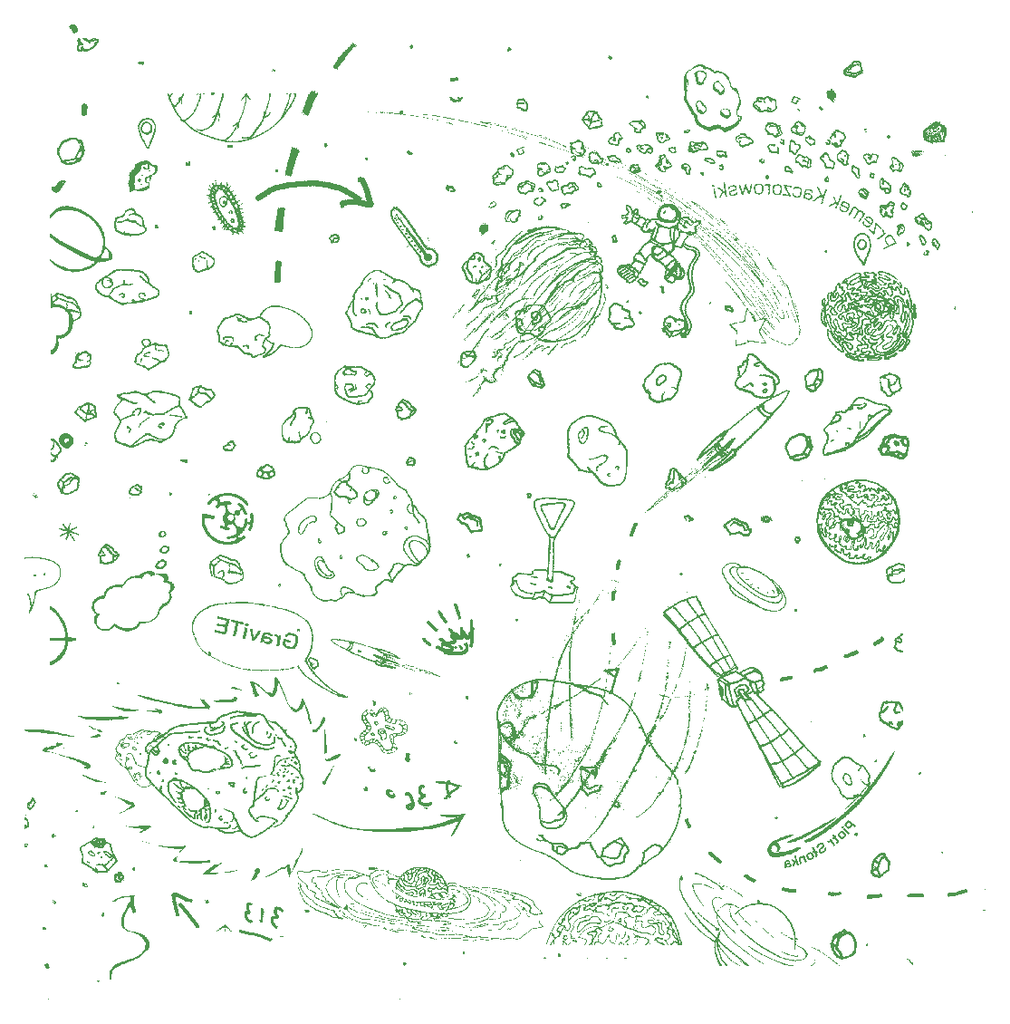
<source format=gbr>
%TF.GenerationSoftware,Altium Limited,Altium Designer,24.0.1 (36)*%
G04 Layer_Color=13421772*
%FSLAX45Y45*%
%MOMM*%
%TF.SameCoordinates,E594D193-3514-40B7-BCFE-BF8AFB9400D8*%
%TF.FilePolarity,Positive*%
%TF.FileFunction,Legend,Bot*%
%TF.Part,Single*%
G01*
G75*
G36*
X1719123Y9110757D02*
X1704781D01*
Y9114343D01*
X1719123D01*
Y9110757D01*
D02*
G37*
G36*
X736653D02*
X740239D01*
Y9107171D01*
X743825D01*
Y9103586D01*
X747410D01*
Y9100000D01*
X750996D01*
Y9096414D01*
X754581D01*
Y9092829D01*
X758167D01*
Y9089243D01*
X761753D01*
Y9082072D01*
X765339D01*
Y9071315D01*
X768924D01*
Y9049801D01*
X765339D01*
Y9046215D01*
X761753D01*
Y9042629D01*
X758167D01*
Y9039044D01*
X750996D01*
Y9035458D01*
X740239D01*
Y9031872D01*
X736653D01*
Y9028287D01*
X725896D01*
Y9031872D01*
X722310D01*
Y9039044D01*
X718725D01*
Y9046215D01*
X715139D01*
Y9056972D01*
X711554D01*
Y9060558D01*
X707968D01*
Y9064143D01*
X704382D01*
Y9067729D01*
X700797D01*
Y9071315D01*
X697211D01*
Y9074900D01*
X693625D01*
Y9082072D01*
X690040D01*
Y9089243D01*
X686454D01*
Y9092829D01*
X682868D01*
Y9096414D01*
X686454D01*
Y9100000D01*
X690040D01*
Y9103586D01*
X693625D01*
Y9107171D01*
X700797D01*
Y9110757D01*
X711554D01*
Y9114343D01*
X736653D01*
Y9110757D01*
D02*
G37*
G36*
X938885Y8982271D02*
X946056D01*
X946056Y8978685D01*
X956813D01*
Y8975100D01*
X960398D01*
X960399Y8971514D01*
X963984D01*
Y8964342D01*
X967570D01*
X967570Y8960757D01*
X963984D01*
Y8950000D01*
X960398D01*
Y8946414D01*
X953227D01*
Y8942829D01*
X949641D01*
Y8939243D01*
X946056D01*
Y8928486D01*
X942470D01*
Y8921315D01*
X938885D01*
Y8914143D01*
X935299Y8914144D01*
Y8910557D01*
X931713Y8910558D01*
Y8906972D01*
X928127D01*
Y8903386D01*
X924542Y8903386D01*
Y8899801D01*
X917371Y8899801D01*
Y8896215D01*
X913785D01*
Y8892629D01*
X910199D01*
Y8889044D01*
X903028D01*
Y8885458D01*
X899442D01*
Y8881873D01*
X895857D01*
X895857Y8878287D01*
X888685D01*
X888686Y8874701D01*
X877929D01*
X877928Y8871116D01*
X870757D01*
Y8867530D01*
X856414D01*
Y8863944D01*
X849243D01*
Y8860358D01*
X820558D01*
Y8863944D01*
X813386D01*
X813386Y8867530D01*
X806215D01*
Y8863944D01*
X799044D01*
Y8860358D01*
X795458D01*
Y8863944D01*
X791872D01*
Y8860358D01*
X784701D01*
Y8856773D01*
X777530D01*
Y8860358D01*
X770359Y8860358D01*
Y8863944D01*
X766773Y8863944D01*
Y8867530D01*
X763187D01*
Y8871116D01*
X759602D01*
Y8878287D01*
X756016D01*
Y8892629D01*
X759602D01*
Y8896215D01*
X756016D01*
X756016Y8899801D01*
X759602D01*
Y8917729D01*
X763187D01*
Y8953586D01*
X759602D01*
Y8971514D01*
X763187D01*
Y8989442D01*
X784701Y8989442D01*
Y8975100D01*
X788287D01*
Y8971514D01*
X791872D01*
Y8960757D01*
X795458D01*
X795458Y8953586D01*
X799044D01*
Y8950000D01*
X802630D01*
Y8946414D01*
X806215D01*
Y8939243D01*
X809801D01*
Y8935657D01*
X813386D01*
X813386Y8932072D01*
X816972D01*
Y8924901D01*
X813386D01*
X813386Y8921315D01*
X795458D01*
Y8924900D01*
X791872D01*
Y8928486D01*
X788287D01*
Y8932072D01*
X784701Y8932072D01*
Y8928486D01*
X788287D01*
Y8921315D01*
X784701D01*
Y8917729D01*
X781116D01*
Y8914143D01*
X777530Y8914144D01*
Y8903386D01*
X773944Y8903386D01*
Y8896215D01*
X777530D01*
Y8881873D01*
X781116D01*
Y8878287D01*
X791872D01*
Y8885458D01*
X795458D01*
Y8889044D01*
X791872D01*
Y8899801D01*
X795458D01*
X795458Y8903386D01*
X799044D01*
Y8906972D01*
X802630D01*
X802629Y8910558D01*
X809801D01*
Y8906972D01*
X813386D01*
Y8903386D01*
X816972D01*
X816972Y8899801D01*
X820558D01*
Y8896215D01*
X824143D01*
Y8892629D01*
Y8889044D01*
Y8885458D01*
X831315D01*
Y8881873D01*
X852829D01*
Y8885458D01*
X863586D01*
Y8889044D01*
X874343D01*
Y8892629D01*
X877928D01*
Y8896215D01*
X885100D01*
X885099Y8899801D01*
X892271D01*
Y8903386D01*
X899442D01*
Y8906972D01*
X903028D01*
Y8910558D01*
X906614D01*
Y8914143D01*
X913785D01*
Y8917729D01*
X917371D01*
Y8921315D01*
X920956D01*
Y8946414D01*
X928127D01*
Y8950000D01*
X931713D01*
Y8953586D01*
X935299D01*
Y8957171D01*
X942470D01*
Y8960757D01*
X938885D01*
Y8964342D01*
X920956D01*
Y8957171D01*
X903028D01*
Y8953586D01*
X895857D01*
X895857Y8957171D01*
X888685D01*
Y8939243D01*
X881514D01*
Y8935657D01*
X877929D01*
X877928Y8932072D01*
X874343D01*
X874342Y8935657D01*
X870757D01*
Y8939243D01*
X867171D01*
X867171Y8942829D01*
X863586D01*
Y8946414D01*
X860000D01*
Y8950000D01*
X856414D01*
X856414Y8953586D01*
X852829D01*
Y8957171D01*
X845657D01*
Y8960757D01*
X834901D01*
X834901Y8964342D01*
X827729D01*
Y8967928D01*
X824143D01*
X824143Y8971514D01*
X820558D01*
Y8975100D01*
X816972D01*
Y8978685D01*
X813386D01*
X813386Y8982271D01*
X809801D01*
Y8989442D01*
X838486D01*
Y8985857D01*
X849243Y8985857D01*
Y8982271D01*
X852829D01*
Y8978685D01*
X856414D01*
Y8975100D01*
X863586D01*
X863586Y8971514D01*
X881514D01*
Y8975100D01*
X910199D01*
Y8971514D01*
X913785D01*
Y8967928D01*
X917371D01*
Y8975100D01*
X913785D01*
Y8978685D01*
X910199D01*
Y8982271D01*
X903028D01*
Y8985857D01*
X863586Y8985857D01*
Y8989442D01*
X938885D01*
Y8982271D01*
D02*
G37*
G36*
X3343426Y8935060D02*
X3347012D01*
Y8927888D01*
X3350598D01*
Y8924303D01*
X3357769D01*
Y8927888D01*
X3361354D01*
Y8924303D01*
X3368526D01*
Y8920717D01*
X3361354D01*
Y8913546D01*
X3364940D01*
Y8917132D01*
X3375697D01*
Y8909960D01*
X3364940D01*
Y8906375D01*
X3361354D01*
Y8909960D01*
X3357769D01*
Y8902789D01*
X3350598D01*
Y8899203D01*
X3343426D01*
Y8895617D01*
X3339840D01*
Y8892032D01*
X3336255D01*
Y8888446D01*
X3332669D01*
Y8884861D01*
X3329084D01*
Y8881275D01*
X3325498D01*
Y8874104D01*
X3321912D01*
Y8870518D01*
X3318327D01*
Y8866932D01*
X3314741D01*
Y8863347D01*
X3311155D01*
Y8859761D01*
X3307569D01*
Y8856175D01*
X3303984D01*
Y8852590D01*
X3300398D01*
Y8849004D01*
X3296813D01*
Y8845418D01*
X3293227D01*
Y8838247D01*
X3289641D01*
Y8831076D01*
X3286056D01*
Y8827490D01*
X3282470D01*
Y8820319D01*
X3278884D01*
Y8816733D01*
X3275299D01*
Y8809562D01*
X3271713D01*
Y8805976D01*
X3268127D01*
Y8798805D01*
X3264542D01*
Y8795219D01*
X3260956D01*
Y8788048D01*
X3257370D01*
Y8784462D01*
X3253785D01*
Y8777291D01*
X3250199D01*
Y8773705D01*
X3246613D01*
Y8770120D01*
X3243028D01*
Y8766534D01*
X3239442D01*
Y8759362D01*
X3235856D01*
Y8755777D01*
X3232271D01*
Y8752191D01*
X3228685D01*
Y8748606D01*
X3225099D01*
Y8745020D01*
X3221514D01*
Y8741434D01*
X3217928D01*
Y8734263D01*
X3214343D01*
Y8730677D01*
X3210757D01*
Y8723506D01*
X3207171D01*
Y8716335D01*
X3200000D01*
Y8701992D01*
X3196414D01*
Y8694821D01*
X3189243D01*
Y8698406D01*
X3182072D01*
Y8701992D01*
X3174900D01*
Y8698406D01*
X3164143D01*
Y8701992D01*
X3160558D01*
Y8709163D01*
X3156972D01*
Y8712749D01*
X3153386D01*
Y8716335D01*
X3149801D01*
Y8719920D01*
X3153386D01*
Y8730677D01*
X3156972D01*
Y8734263D01*
X3160558D01*
Y8737849D01*
X3164143D01*
Y8745020D01*
X3167729D01*
Y8748606D01*
X3171314D01*
Y8752191D01*
X3174900D01*
Y8759362D01*
X3178486D01*
Y8762948D01*
X3182072D01*
Y8770120D01*
X3185657D01*
Y8777291D01*
X3189243D01*
Y8784462D01*
X3192829D01*
Y8795219D01*
X3196414D01*
Y8802390D01*
X3200000D01*
Y8805976D01*
X3203585D01*
Y8809562D01*
X3207171D01*
Y8813147D01*
X3210757D01*
Y8816733D01*
X3214343D01*
Y8820319D01*
X3217928D01*
Y8823904D01*
X3225099D01*
Y8827490D01*
X3228685D01*
Y8831076D01*
X3232271D01*
Y8838247D01*
X3235856D01*
Y8841833D01*
X3239442D01*
Y8845418D01*
X3243028D01*
Y8849004D01*
X3246613D01*
Y8852590D01*
X3250199D01*
Y8856175D01*
X3253785D01*
Y8859761D01*
X3257370D01*
Y8863347D01*
X3260956D01*
Y8866932D01*
X3264542D01*
Y8870518D01*
X3268127D01*
Y8874104D01*
X3271713D01*
Y8877689D01*
X3275299D01*
Y8881275D01*
X3278884D01*
Y8884861D01*
X3282470D01*
Y8888446D01*
X3286056D01*
Y8892032D01*
X3289641D01*
Y8895617D01*
X3293227D01*
Y8899203D01*
X3296813D01*
Y8902789D01*
X3300398D01*
Y8906375D01*
X3303984D01*
Y8909960D01*
X3307569D01*
Y8913546D01*
X3311155D01*
Y8917132D01*
X3314741D01*
Y8920717D01*
X3318327D01*
Y8924303D01*
X3321912D01*
Y8927888D01*
X3325498D01*
Y8931474D01*
X3329084D01*
Y8938645D01*
X3332669D01*
Y8942231D01*
X3343426D01*
Y8935060D01*
D02*
G37*
G36*
X3888446Y8920717D02*
X3892032D01*
Y8917132D01*
X3895617D01*
Y8913546D01*
X3899203D01*
Y8909960D01*
X3902789D01*
Y8899203D01*
X3899203D01*
Y8895617D01*
X3895617D01*
Y8892032D01*
X3888446D01*
Y8888446D01*
X3877689D01*
Y8892032D01*
X3874104D01*
Y8899203D01*
X3870518D01*
Y8902789D01*
X3866932D01*
Y8909960D01*
X3870518D01*
Y8913546D01*
X3874104D01*
Y8917132D01*
X3877689D01*
Y8920717D01*
X3881275D01*
Y8924303D01*
X3888446D01*
Y8920717D01*
D02*
G37*
G36*
X4806374Y8895617D02*
X4809960D01*
Y8892032D01*
X4813546D01*
Y8888446D01*
X4817131D01*
Y8884861D01*
X4820717D01*
Y8877689D01*
X4817131D01*
Y8874104D01*
X4809960D01*
Y8870518D01*
X4802789D01*
Y8866932D01*
X4795617D01*
Y8863347D01*
X4777689D01*
Y8870518D01*
X4781275D01*
Y8877689D01*
X4777689D01*
Y8884861D01*
X4781275D01*
Y8888446D01*
X4784860D01*
Y8892032D01*
X4788446D01*
Y8895617D01*
X4792032D01*
Y8899203D01*
X4806374D01*
Y8895617D01*
D02*
G37*
G36*
X5738645Y8820319D02*
X5745817D01*
Y8816733D01*
X5752988D01*
Y8813147D01*
X5756573D01*
Y8805976D01*
X5760159D01*
Y8802390D01*
X5763745D01*
Y8798805D01*
X5760159D01*
Y8795219D01*
X5756573D01*
Y8791633D01*
X5752988D01*
Y8788048D01*
X5749402D01*
Y8784462D01*
X5745817D01*
Y8780877D01*
X5742231D01*
Y8784462D01*
X5738645D01*
Y8788048D01*
X5735060D01*
Y8791633D01*
X5727888D01*
Y8795219D01*
X5724303D01*
Y8798805D01*
X5720717D01*
Y8802390D01*
X5717131D01*
Y8805976D01*
X5720717D01*
Y8809562D01*
X5724303D01*
Y8813147D01*
X5727888D01*
Y8816733D01*
X5731474D01*
Y8823904D01*
X5738645D01*
Y8820319D01*
D02*
G37*
G36*
X8054980Y8773705D02*
X8069322D01*
Y8770120D01*
X8080080D01*
Y8766534D01*
X8083665D01*
Y8759362D01*
X8087251D01*
Y8752191D01*
X8090836D01*
Y8741434D01*
X8094422D01*
Y8719920D01*
X8098008D01*
Y8716335D01*
X8101593D01*
Y8712749D01*
X8098008D01*
Y8705578D01*
X8101593D01*
Y8687649D01*
X8105179D01*
Y8684064D01*
X8101593D01*
Y8680478D01*
X8105179D01*
Y8673307D01*
X8101593D01*
Y8669721D01*
X8105179D01*
Y8658964D01*
X8101593D01*
Y8655378D01*
X8090836D01*
Y8651793D01*
X8083665D01*
Y8648207D01*
X8080080D01*
Y8644622D01*
X8072908D01*
Y8641036D01*
X8065737D01*
Y8637450D01*
X8058566D01*
Y8633865D01*
X8051394D01*
Y8630279D01*
X8047809D01*
Y8623107D01*
X8040637D01*
Y8615936D01*
X8033466D01*
Y8619522D01*
X8029880D01*
Y8612351D01*
X8019123D01*
Y8615936D01*
X8004781D01*
Y8619522D01*
X7997609D01*
Y8623107D01*
X7990438D01*
Y8626693D01*
X7979681D01*
Y8630279D01*
X7976096D01*
Y8626693D01*
X7972510D01*
Y8630279D01*
X7958167D01*
Y8633865D01*
X7947410D01*
Y8630279D01*
X7943825D01*
Y8633865D01*
X7936653D01*
Y8637450D01*
X7933068D01*
Y8641036D01*
X7925896D01*
Y8648207D01*
X7922311D01*
Y8651793D01*
X7918725D01*
Y8684064D01*
X7922311D01*
Y8691235D01*
X7925896D01*
Y8694821D01*
X7933068D01*
Y8698406D01*
X7936653D01*
Y8701992D01*
X7940239D01*
Y8705578D01*
X7943825D01*
Y8709163D01*
X7947410D01*
Y8712749D01*
X7950996D01*
Y8716335D01*
X7954582D01*
Y8719920D01*
X7961753D01*
Y8723506D01*
X7965338D01*
Y8727092D01*
X7968924D01*
Y8730677D01*
X7972510D01*
Y8734263D01*
X7979681D01*
Y8737849D01*
X7983267D01*
Y8741434D01*
X7986852D01*
Y8745020D01*
X7994024D01*
Y8752191D01*
X8001195D01*
Y8759362D01*
X8004781D01*
Y8762948D01*
X8008367D01*
Y8766534D01*
X8011952D01*
Y8770120D01*
X8015538D01*
Y8773705D01*
X8022709D01*
Y8777291D01*
X8026295D01*
Y8773705D01*
X8037052D01*
Y8777291D01*
X8040637D01*
Y8773705D01*
X8044223D01*
Y8777291D01*
X8054980D01*
Y8773705D01*
D02*
G37*
G36*
X1367729Y8766534D02*
X1374900D01*
Y8762948D01*
X1382072D01*
Y8759362D01*
X1385657D01*
Y8745020D01*
X1382072D01*
Y8737849D01*
X1378486D01*
Y8734263D01*
X1367729D01*
Y8737849D01*
X1360558D01*
Y8741434D01*
X1331872D01*
Y8748606D01*
X1328287D01*
Y8755777D01*
X1331872D01*
Y8766534D01*
X1335458D01*
Y8770120D01*
X1367729D01*
Y8766534D01*
D02*
G37*
G36*
X3149801Y8712749D02*
X3146215D01*
Y8716335D01*
X3149801D01*
Y8712749D01*
D02*
G37*
G36*
X3146215Y8709163D02*
X3142629D01*
Y8712749D01*
X3146215D01*
Y8709163D01*
D02*
G37*
G36*
X2586852Y8676892D02*
X2579681D01*
Y8680478D01*
X2586852D01*
Y8676892D01*
D02*
G37*
G36*
X2594024Y8694821D02*
X2601195D01*
Y8691235D01*
X2611952D01*
Y8680478D01*
X2608366D01*
Y8676892D01*
X2604781D01*
Y8673307D01*
X2597609D01*
Y8676892D01*
X2594024D01*
Y8680478D01*
X2586852D01*
Y8687649D01*
X2583267D01*
Y8694821D01*
X2586852D01*
Y8698406D01*
X2594024D01*
Y8694821D01*
D02*
G37*
G36*
X4311554Y8615936D02*
X4315139D01*
Y8612351D01*
X4318725D01*
Y8590837D01*
X4304382D01*
Y8587251D01*
X4286454D01*
Y8583665D01*
X4243426D01*
Y8590837D01*
Y8594422D01*
Y8598008D01*
X4247012D01*
Y8601594D01*
X4243426D01*
Y8605179D01*
X4247012D01*
Y8608765D01*
X4250598D01*
Y8612351D01*
X4279283D01*
Y8615936D01*
X4300797D01*
Y8619522D01*
X4311554D01*
Y8615936D01*
D02*
G37*
G36*
X7818486Y8507849D02*
X7814900D01*
Y8504263D01*
X7804143D01*
Y8511435D01*
X7818486D01*
Y8507849D01*
D02*
G37*
G36*
X7796972Y8497092D02*
X7800558D01*
Y8500677D01*
X7818486D01*
Y8497092D01*
X7822071D01*
Y8493506D01*
X7832829D01*
Y8486335D01*
X7840000D01*
Y8482749D01*
X7843586D01*
Y8475578D01*
X7847171D01*
Y8468406D01*
X7850757D01*
Y8428964D01*
X7847171D01*
Y8414622D01*
X7843586D01*
Y8425379D01*
X7836414D01*
Y8421793D01*
X7832829D01*
Y8411036D01*
X7829243D01*
Y8403865D01*
X7825657D01*
Y8396693D01*
X7832829D01*
Y8393108D01*
Y8389522D01*
X7829243D01*
Y8385936D01*
X7825657D01*
Y8389522D01*
X7822071D01*
Y8393108D01*
X7825657D01*
Y8396693D01*
X7814900D01*
Y8400279D01*
X7804143D01*
Y8403865D01*
X7800558D01*
Y8407450D01*
X7796972D01*
Y8411036D01*
X7793386D01*
Y8414622D01*
X7789801D01*
Y8418207D01*
X7786215D01*
Y8421793D01*
X7779044D01*
Y8425379D01*
X7771872D01*
Y8428964D01*
X7768287D01*
Y8432550D01*
X7764701D01*
Y8454064D01*
X7761115D01*
Y8457650D01*
X7764701D01*
Y8461235D01*
X7761115D01*
Y8464821D01*
X7764701D01*
Y8471992D01*
X7761115D01*
Y8475578D01*
X7764701D01*
Y8486335D01*
X7768287D01*
Y8493506D01*
X7782629D01*
Y8497092D01*
X7786215D01*
Y8493506D01*
X7789801D01*
Y8497092D01*
X7793386D01*
Y8500677D01*
X7789801D01*
Y8504263D01*
X7786215D01*
Y8507849D01*
X7789801D01*
Y8511435D01*
X7796972D01*
Y8497092D01*
D02*
G37*
G36*
X2732430Y8469004D02*
X2728845D01*
Y8465418D01*
X2725259D01*
Y8461832D01*
X2718088D01*
Y8458247D01*
X2707331D01*
Y8465418D01*
X2710916Y8465418D01*
Y8469004D01*
X2714502D01*
Y8472590D01*
X2732430D01*
Y8469004D01*
D02*
G37*
G36*
X1947171Y8469004D02*
X1950757Y8469004D01*
Y8465418D01*
Y8458247D01*
X1947171D01*
X1947172Y8454661D01*
X1943585D01*
X1943586Y8458247D01*
X1940000D01*
Y8461832D01*
X1936414D01*
Y8469004D01*
X1932829Y8469004D01*
Y8472590D01*
X1947171D01*
Y8469004D01*
D02*
G37*
G36*
X1893386Y8469004D02*
X1889801D01*
Y8465418D01*
X1886215D01*
X1886215Y8461832D01*
X1882629D01*
X1882629Y8454661D01*
X1879044D01*
Y8451076D01*
X1875458D01*
Y8458247D01*
X1879044D01*
Y8465418D01*
X1882629D01*
X1882629Y8472590D01*
X1893386D01*
Y8469004D01*
D02*
G37*
G36*
X2027490Y8479681D02*
X2038247D01*
Y8476096D01*
X2045418D01*
Y8468924D01*
X2041833D01*
Y8458167D01*
X2038247D01*
Y8454582D01*
Y8450996D01*
X2023904D01*
Y8454582D01*
X2013147D01*
Y8458167D01*
X2009562D01*
Y8468924D01*
X2013147D01*
Y8479681D01*
X2016733D01*
Y8483267D01*
X2027490D01*
Y8479681D01*
D02*
G37*
G36*
X7861514Y8446893D02*
X7857928D01*
Y8450478D01*
X7861514D01*
Y8446893D01*
D02*
G37*
G36*
X7223107Y8440239D02*
X7230279D01*
Y8436653D01*
X7233864D01*
Y8433068D01*
X7241036D01*
Y8429482D01*
X7251793D01*
Y8425897D01*
X7258964D01*
Y8422311D01*
X7273307D01*
Y8418725D01*
X7287649D01*
Y8415139D01*
X7291235D01*
Y8404382D01*
X7294821D01*
Y8393626D01*
X7298406D01*
Y8390040D01*
X7294821D01*
Y8382868D01*
X7298406D01*
Y8379283D01*
X7294821D01*
Y8372112D01*
X7298406D01*
Y8364940D01*
X7294821D01*
Y8361355D01*
X7298406D01*
Y8350598D01*
X7301992D01*
Y8329084D01*
X7298406D01*
Y8321912D01*
X7294821D01*
Y8318327D01*
X7287649D01*
Y8311155D01*
X7280478D01*
Y8307570D01*
X7276892D01*
Y8303984D01*
X7269721D01*
Y8300398D01*
X7258964D01*
Y8296813D01*
X7223107D01*
Y8293227D01*
X7219522D01*
Y8296813D01*
X7212351D01*
Y8300398D01*
X7198008D01*
Y8303984D01*
X7190837D01*
Y8300398D01*
X7176494D01*
Y8296813D01*
X7172908D01*
Y8293227D01*
X7158566D01*
Y8289642D01*
X7144223D01*
Y8293227D01*
X7137052D01*
Y8296813D01*
X7129880D01*
Y8300398D01*
X7126295D01*
Y8303984D01*
X7119123D01*
Y8311155D01*
X7115538D01*
Y8314741D01*
X7111952D01*
Y8318327D01*
X7108366D01*
Y8321912D01*
X7101195D01*
Y8325498D01*
X7090438D01*
Y8332669D01*
X7086852D01*
Y8339841D01*
X7079681D01*
Y8347012D01*
X7076096D01*
Y8361355D01*
X7072510D01*
Y8372112D01*
X7076096D01*
Y8379283D01*
X7079681D01*
Y8386454D01*
X7083267D01*
Y8390040D01*
X7086852D01*
Y8393626D01*
X7090438D01*
Y8397211D01*
X7097609D01*
Y8400797D01*
X7104781D01*
Y8411554D01*
X7101195D01*
Y8415139D01*
X7108366D01*
Y8418725D01*
X7111952D01*
Y8425897D01*
X7115538D01*
Y8429482D01*
X7119123D01*
Y8433068D01*
X7133466D01*
Y8436653D01*
X7140637D01*
Y8433068D01*
X7165737D01*
Y8429482D01*
X7172908D01*
Y8433068D01*
X7180080D01*
Y8429482D01*
X7183665D01*
Y8433068D01*
X7194422D01*
Y8440239D01*
X7201593D01*
Y8443825D01*
X7215936D01*
Y8440239D01*
X7219522D01*
Y8443825D01*
X7223107D01*
Y8440239D01*
D02*
G37*
G36*
X4367450Y8430757D02*
X4363865D01*
Y8423586D01*
X4360279D01*
Y8416414D01*
X4356693D01*
Y8409243D01*
X4349522D01*
Y8402072D01*
X4345936D01*
Y8398486D01*
X4338765D01*
Y8391315D01*
X4335179D01*
Y8387729D01*
X4320837D01*
Y8391315D01*
X4306494D01*
Y8387729D01*
X4274223D01*
Y8391315D01*
X4267052D01*
Y8398486D01*
X4263466D01*
Y8402072D01*
X4256295D01*
Y8405658D01*
X4249124D01*
Y8412829D01*
X4245538D01*
Y8427171D01*
X4241952D01*
Y8434343D01*
X4263466D01*
Y8430757D01*
X4267052D01*
Y8427171D01*
X4270637D01*
Y8423586D01*
X4274223D01*
Y8420000D01*
X4281394D01*
Y8416414D01*
X4284980D01*
Y8412829D01*
X4288566D01*
Y8416414D01*
X4292151D01*
Y8412829D01*
X4320837D01*
Y8420000D01*
X4317251D01*
Y8423586D01*
X4313665D01*
Y8427171D01*
X4310080D01*
Y8434343D01*
X4335179D01*
Y8430757D01*
X4342350D01*
Y8427171D01*
X4345936D01*
Y8434343D01*
X4367450D01*
Y8430757D01*
D02*
G37*
G36*
X7861514Y8425379D02*
X7857928D01*
Y8428964D01*
Y8436136D01*
X7861514D01*
Y8425379D01*
D02*
G37*
G36*
X4933984Y8423586D02*
X4941155D01*
Y8420000D01*
X4944741D01*
Y8412829D01*
X4948327D01*
Y8405658D01*
X4951912D01*
Y8398486D01*
X4959084D01*
Y8394900D01*
X4962669D01*
Y8387729D01*
X4969841D01*
Y8376972D01*
X4973426D01*
Y8348287D01*
X4977012D01*
Y8344701D01*
X4973426D01*
Y8341116D01*
X4977012D01*
Y8333944D01*
X4973426D01*
Y8319602D01*
X4969841D01*
Y8312430D01*
X4966255D01*
Y8308845D01*
X4962669D01*
Y8305259D01*
X4926813D01*
Y8308845D01*
X4916056D01*
Y8312430D01*
X4908885D01*
Y8319602D01*
X4905299D01*
Y8323187D01*
X4883785D01*
Y8326773D01*
X4873028D01*
Y8330359D01*
X4869442D01*
Y8333944D01*
X4865857D01*
Y8341116D01*
X4869442D01*
Y8359044D01*
X4865857D01*
Y8362629D01*
X4862271D01*
Y8366215D01*
X4865857D01*
Y8369801D01*
X4862271D01*
Y8380558D01*
X4865857D01*
Y8384144D01*
X4873028D01*
Y8409243D01*
X4876614D01*
Y8412829D01*
X4880199D01*
Y8416414D01*
X4883785D01*
Y8423586D01*
X4919641D01*
Y8427171D01*
X4923227D01*
Y8423586D01*
X4926813D01*
Y8427171D01*
X4933984D01*
Y8423586D01*
D02*
G37*
G36*
X6093625Y8447410D02*
X6097211D01*
Y8443825D01*
X6100797D01*
Y8436653D01*
Y8433068D01*
X6097211D01*
Y8429482D01*
X6100797D01*
Y8425897D01*
X6097211D01*
Y8422311D01*
X6090040D01*
Y8425897D01*
X6086454D01*
Y8422311D01*
X6082868D01*
Y8425897D01*
X6079283D01*
Y8429482D01*
X6072111D01*
Y8433068D01*
X6068526D01*
Y8440239D01*
X6079283D01*
Y8447410D01*
X6082868D01*
Y8450996D01*
X6093625D01*
Y8447410D01*
D02*
G37*
G36*
X2811315Y8465418D02*
X2807729D01*
X2807729Y8447490D01*
X2804143D01*
Y8436733D01*
X2800558D01*
Y8425976D01*
X2796972Y8425976D01*
Y8422390D01*
X2793386D01*
Y8415219D01*
X2789801D01*
Y8404462D01*
X2786215Y8404462D01*
Y8397291D01*
X2782629D01*
Y8390119D01*
X2779044D01*
X2779044Y8382948D01*
X2775458D01*
Y8375777D01*
X2771873D01*
Y8368606D01*
X2768287D01*
Y8361434D01*
X2764701D01*
X2764701Y8357848D01*
X2761115D01*
Y8347092D01*
X2757530D01*
X2757530Y8343506D01*
X2753944D01*
Y8336335D01*
X2750358Y8336335D01*
Y8332749D01*
X2746773D01*
Y8329163D01*
X2743187D01*
X2743187Y8321992D01*
X2739602D01*
Y8314821D01*
X2732430D01*
Y8304064D01*
X2728845D01*
Y8300478D01*
X2725259D01*
Y8296892D01*
X2721673D01*
Y8293307D01*
X2718088D01*
Y8286136D01*
X2714502Y8286135D01*
Y8278964D01*
X2710916D01*
Y8275378D01*
X2703745D01*
Y8268207D01*
X2700159D01*
Y8261036D01*
X2696574D01*
X2696574Y8253864D01*
X2692988D01*
X2692988Y8250279D01*
X2689402D01*
Y8246693D01*
X2685817D01*
X2685816Y8243107D01*
X2678645D01*
Y8235936D01*
X2675060D01*
X2675059Y8232351D01*
X2671474D01*
Y8228765D01*
X2667888D01*
Y8225179D01*
X2664303D01*
Y8221593D01*
X2660717D01*
Y8218008D01*
X2657131D01*
Y8214422D01*
X2653546Y8214422D01*
Y8210837D01*
X2646374Y8210836D01*
Y8203666D01*
X2642789Y8203665D01*
Y8200080D01*
X2639203D01*
Y8196494D01*
X2635618D01*
Y8192908D01*
X2632032D01*
Y8189323D01*
X2628446D01*
Y8185737D01*
X2624860D01*
X2624860Y8182151D01*
X2621275D01*
Y8178566D01*
X2617689D01*
Y8174980D01*
X2610518D01*
Y8171394D01*
X2606932D01*
Y8164223D01*
X2599761D01*
Y8160637D01*
X2596175D01*
Y8157052D01*
X2589004D01*
Y8153466D01*
X2585418Y8153466D01*
Y8149880D01*
X2581833D01*
Y8146295D01*
X2578247D01*
Y8142709D01*
X2574661Y8142709D01*
Y8139123D01*
X2567490Y8139123D01*
Y8135538D01*
X2563904Y8135538D01*
Y8131952D01*
X2560319D01*
X2560318Y8128367D01*
X2556733D01*
Y8124781D01*
X2553147D01*
X2553147Y8121195D01*
X2545976D01*
Y8117609D01*
X2538805D01*
Y8114024D01*
X2531633D01*
X2531633Y8110438D01*
X2528048D01*
Y8106852D01*
X2517291D01*
Y8103267D01*
X2513705D01*
X2513705Y8099681D01*
X2506534D01*
X2506534Y8096096D01*
X2499363D01*
Y8092510D01*
X2492191D01*
Y8088924D01*
X2485020D01*
X2485020Y8085338D01*
X2481434D01*
X2481434Y8081753D01*
X2474263Y8081753D01*
Y8078167D01*
X2467092D01*
Y8074582D01*
X2459920D01*
Y8070996D01*
X2452749D01*
Y8067410D01*
X2445578Y8067410D01*
Y8063825D01*
X2438406Y8063825D01*
Y8060239D01*
X2431235D01*
X2431235Y8056653D01*
X2424064D01*
Y8053068D01*
X2413307D01*
X2413307Y8049482D01*
X2406135D01*
Y8045896D01*
X2395378D01*
Y8042311D01*
X2388207D01*
Y8038725D01*
X2373865D01*
X2373864Y8035139D01*
X2363108D01*
Y8031554D01*
X2348765D01*
Y8027968D01*
X2334422D01*
Y8024382D01*
X2316494D01*
Y8020797D01*
X2294980D01*
X2294980Y8017211D01*
X2273466D01*
Y8013625D01*
X2241195Y8013626D01*
Y8010040D01*
X2223267D01*
X2223267Y8013625D01*
X2155139D01*
X2155139Y8017211D01*
X2137211D01*
X2137211Y8020797D01*
X2112112D01*
Y8024382D01*
X2101354D01*
Y8027968D01*
X2083426D01*
Y8031554D01*
X2072669D01*
Y8035139D01*
X2058327D01*
Y8038725D01*
X2051155Y8038725D01*
Y8042311D01*
X2036813D01*
Y8045896D01*
X2029641D01*
Y8049482D01*
X2011713D01*
Y8053068D01*
X2004542D01*
Y8056653D01*
X1993785D01*
Y8060239D01*
X1983028D01*
Y8063825D01*
X1975857Y8063825D01*
Y8067410D01*
X1965099D01*
Y8070996D01*
X1954343D01*
Y8074582D01*
X1943586D01*
Y8078167D01*
X1932829D01*
X1932828Y8081753D01*
X1925657D01*
Y8085339D01*
X1918486Y8085338D01*
Y8088924D01*
X1907729D01*
X1907729Y8092510D01*
X1900558D01*
Y8096096D01*
X1893386D01*
Y8099681D01*
X1889801D01*
X1889801Y8103267D01*
X1882629D01*
X1882629Y8106852D01*
X1875458D01*
X1875458Y8110438D01*
X1868287D01*
Y8114024D01*
X1857530D01*
Y8117609D01*
X1853944D01*
Y8121195D01*
X1846773Y8121195D01*
Y8124781D01*
X1843187D01*
Y8128367D01*
X1839602D01*
Y8131952D01*
X1836016D01*
Y8135538D01*
X1828844Y8135538D01*
Y8139123D01*
X1825259Y8139123D01*
Y8142709D01*
X1818088Y8142709D01*
X1818088Y8146295D01*
X1814502Y8146295D01*
Y8149880D01*
X1810916D01*
X1810916Y8153466D01*
X1803745D01*
Y8157052D01*
X1800159D01*
Y8160637D01*
X1796574D01*
Y8164223D01*
X1792988D01*
Y8167809D01*
X1789402D01*
Y8171394D01*
X1782231Y8171394D01*
Y8174980D01*
X1778645D01*
Y8182151D01*
X1775060D01*
Y8185737D01*
X1771474D01*
Y8189323D01*
X1767888D01*
X1767889Y8192908D01*
X1764303D01*
Y8196494D01*
X1760717D01*
Y8200080D01*
X1753546D01*
Y8203665D01*
X1749960D01*
X1749960Y8207251D01*
X1742789Y8207251D01*
Y8210837D01*
X1735618D01*
Y8214422D01*
X1728446D01*
Y8218008D01*
X1724860D01*
Y8232351D01*
X1721275D01*
X1721275Y8239522D01*
X1717689D01*
Y8243107D01*
X1714104D01*
Y8246693D01*
X1710518D01*
Y8250279D01*
X1706932D01*
Y8257450D01*
X1703347D01*
Y8261036D01*
X1699761Y8261036D01*
Y8264622D01*
X1696175D01*
Y8271793D01*
X1692589D01*
Y8275378D01*
X1689004D01*
Y8278964D01*
X1685418D01*
Y8286135D01*
X1681833D01*
X1681832Y8293307D01*
X1678247D01*
Y8296892D01*
X1674661D01*
Y8300478D01*
X1671076D01*
Y8311235D01*
X1667490D01*
Y8314821D01*
X1663904D01*
Y8321992D01*
X1660319Y8321992D01*
Y8329163D01*
X1656733D01*
Y8336335D01*
X1653147Y8336335D01*
Y8343506D01*
X1649562Y8343506D01*
Y8350677D01*
X1645976D01*
Y8357848D01*
X1642390Y8357849D01*
Y8368606D01*
X1638805D01*
Y8375777D01*
X1635219D01*
Y8386534D01*
X1631634D01*
Y8390119D01*
X1628048D01*
Y8397291D01*
X1624462D01*
Y8408048D01*
X1620876D01*
Y8411633D01*
X1617291D01*
Y8425976D01*
X1613705D01*
X1613705Y8433147D01*
X1610119D01*
X1610119Y8447490D01*
X1606534D01*
Y8461832D01*
X1602948D01*
Y8469004D01*
X1599363Y8469004D01*
Y8472589D01*
X1617291Y8472590D01*
Y8461832D01*
X1620876D01*
Y8454661D01*
X1628048D01*
Y8458247D01*
X1631634D01*
Y8461832D01*
X1635219D01*
Y8465418D01*
X1638805D01*
Y8472590D01*
X1656733D01*
Y8469004D01*
X1653147Y8469004D01*
Y8465418D01*
X1649562Y8465418D01*
Y8458247D01*
X1645976D01*
Y8454661D01*
X1642390Y8454661D01*
Y8451076D01*
X1638805D01*
Y8443904D01*
X1635219D01*
Y8440319D01*
X1631634D01*
Y8436733D01*
X1628048D01*
Y8433147D01*
X1631634D01*
Y8418805D01*
X1635219Y8418805D01*
Y8408048D01*
X1638805D01*
Y8400876D01*
X1642390D01*
Y8393705D01*
X1645976Y8393705D01*
Y8386534D01*
X1649562D01*
Y8379362D01*
X1653147D01*
Y8368606D01*
X1656733D01*
Y8365020D01*
X1660318D01*
X1660319Y8361434D01*
X1667490D01*
Y8357848D01*
X1674661D01*
Y8361434D01*
X1678247D01*
Y8368606D01*
X1685418D01*
Y8372191D01*
X1689004D01*
Y8375777D01*
X1692589D01*
X1692589Y8382948D01*
X1696175D01*
X1696175Y8386534D01*
X1699761D01*
Y8390119D01*
X1703347D01*
Y8393705D01*
X1706932Y8393705D01*
Y8400876D01*
X1710518D01*
Y8408048D01*
X1714104Y8408048D01*
Y8415219D01*
X1710518D01*
Y8411633D01*
X1703347D01*
Y8422390D01*
X1706932D01*
Y8425976D01*
X1710518D01*
Y8429562D01*
X1717689D01*
Y8433147D01*
X1721275D01*
X1721275Y8436733D01*
X1724860D01*
Y8440319D01*
X1735618D01*
Y8443904D01*
X1739203D01*
Y8447490D01*
X1742788D01*
X1742789Y8458247D01*
X1746374D01*
Y8469004D01*
X1749960Y8469004D01*
Y8472590D01*
X1760717D01*
Y8461832D01*
X1757131D01*
Y8451076D01*
X1753546D01*
Y8443904D01*
X1749960D01*
X1749960Y8436733D01*
X1746375D01*
X1746374Y8429562D01*
X1742789D01*
Y8422390D01*
X1739203D01*
Y8386534D01*
X1742788D01*
X1742789Y8368606D01*
X1739203D01*
Y8365020D01*
X1735618D01*
Y8361434D01*
X1732032D01*
Y8397291D01*
X1728446D01*
Y8400876D01*
X1724860D01*
Y8397291D01*
X1721275Y8397291D01*
Y8390119D01*
X1717689D01*
Y8382948D01*
X1714104Y8382948D01*
Y8379362D01*
X1710518D01*
Y8375777D01*
X1706932D01*
Y8368606D01*
X1703347D01*
Y8365020D01*
X1699761D01*
Y8361434D01*
X1696175D01*
Y8357848D01*
X1692589D01*
X1692589Y8354263D01*
X1689004D01*
Y8350677D01*
X1685418D01*
Y8347092D01*
X1678247D01*
Y8343506D01*
X1671076D01*
Y8329163D01*
X1674661D01*
Y8325578D01*
X1678247D01*
Y8318406D01*
X1681833D01*
Y8307649D01*
X1685418D01*
X1685419Y8304064D01*
X1689004D01*
Y8300478D01*
X1692589D01*
X1692589Y8293307D01*
X1696175D01*
X1696175Y8289721D01*
X1699761D01*
Y8282550D01*
X1703347D01*
Y8278964D01*
X1706932D01*
Y8275378D01*
X1710518D01*
Y8268207D01*
X1717689D01*
Y8261036D01*
X1721275D01*
Y8253864D01*
X1724860Y8253864D01*
Y8250279D01*
X1728446Y8250279D01*
Y8246693D01*
X1732032D01*
Y8239522D01*
X1735618D01*
Y8235936D01*
X1742789D01*
Y8228765D01*
X1746374D01*
Y8225179D01*
X1757131D01*
Y8221593D01*
X1760717D01*
Y8225179D01*
X1767888D01*
Y8228765D01*
X1771474D01*
Y8232351D01*
X1778645D01*
Y8235936D01*
X1785817Y8235936D01*
Y8239522D01*
X1789402D01*
Y8243107D01*
X1796574D01*
Y8246693D01*
X1800159D01*
Y8250279D01*
X1803745D01*
X1803745Y8253864D01*
X1807331D01*
Y8257450D01*
X1810916D01*
X1810916Y8261036D01*
X1814502D01*
Y8264622D01*
X1818088D01*
Y8268207D01*
X1821673D01*
X1821673Y8271793D01*
X1825259Y8271792D01*
Y8275379D01*
X1828844Y8275378D01*
Y8278964D01*
X1832430D01*
Y8282550D01*
X1836016D01*
Y8286136D01*
X1839602Y8286135D01*
Y8289721D01*
X1843187D01*
Y8296892D01*
X1846773Y8296892D01*
Y8304064D01*
X1850359D01*
Y8307649D01*
X1853944D01*
Y8314820D01*
X1857530Y8314821D01*
Y8321992D01*
X1861115D01*
Y8329163D01*
X1864701D01*
Y8339920D01*
X1868287D01*
Y8347092D01*
X1871873Y8347092D01*
Y8350677D01*
X1875458D01*
Y8361434D01*
X1879044D01*
Y8368606D01*
X1882629D01*
Y8375777D01*
X1886215D01*
Y8386534D01*
X1889801D01*
X1889801Y8393705D01*
X1893386D01*
Y8404462D01*
X1896972Y8404462D01*
Y8411633D01*
X1900558D01*
Y8425976D01*
X1904143D01*
Y8447490D01*
X1907729D01*
Y8454661D01*
X1904143Y8454661D01*
Y8461832D01*
X1907729D01*
Y8465418D01*
X1911315Y8465418D01*
Y8472590D01*
X1922072D01*
Y8461832D01*
X1918486D01*
Y8443904D01*
X1914900Y8443904D01*
Y8429562D01*
X1911315D01*
Y8425976D01*
X1914900Y8425976D01*
Y8418805D01*
X1911315D01*
Y8408048D01*
X1907729Y8408048D01*
Y8397291D01*
X1904143Y8397291D01*
Y8386534D01*
X1900558D01*
Y8382948D01*
X1896972D01*
X1896972Y8372191D01*
X1893386D01*
Y8361434D01*
X1889801D01*
X1889801Y8354263D01*
X1886215D01*
Y8350677D01*
X1882629D01*
Y8339920D01*
X1879044D01*
Y8332749D01*
X1875458D01*
Y8325578D01*
X1871873D01*
Y8318406D01*
X1868287D01*
Y8311235D01*
X1864701D01*
X1864701Y8304064D01*
X1861115D01*
Y8296892D01*
X1857530D01*
Y8293307D01*
X1853944Y8293307D01*
Y8286135D01*
X1850359D01*
Y8278964D01*
X1846773D01*
Y8275379D01*
X1839602Y8275378D01*
Y8268207D01*
X1836016D01*
Y8264622D01*
X1832430Y8264622D01*
Y8261036D01*
X1828844D01*
Y8257450D01*
X1825259D01*
Y8253864D01*
X1821673D01*
X1821673Y8250279D01*
X1818088D01*
Y8246693D01*
X1814502D01*
X1814502Y8243107D01*
X1810916D01*
Y8239522D01*
X1807331D01*
Y8235936D01*
X1800159D01*
Y8232351D01*
X1796574D01*
Y8228765D01*
X1792988D01*
Y8225179D01*
X1789402D01*
Y8221593D01*
X1785817D01*
Y8218008D01*
X1775060D01*
Y8214422D01*
X1771474Y8214422D01*
Y8210837D01*
X1767888D01*
Y8207251D01*
X1771474Y8207251D01*
Y8203665D01*
X1775060Y8203666D01*
Y8200079D01*
X1778645Y8200080D01*
Y8196494D01*
X1782231D01*
Y8192908D01*
X1785817Y8192908D01*
Y8189322D01*
X1789402Y8189323D01*
Y8185737D01*
X1792988D01*
Y8182151D01*
X1796574Y8182151D01*
Y8178566D01*
X1800159D01*
Y8174980D01*
X1803745D01*
X1803745Y8171394D01*
X1807331D01*
Y8167809D01*
X1810916D01*
X1810916Y8164223D01*
X1818088D01*
Y8160637D01*
X1825259D01*
Y8157052D01*
X1828844D01*
Y8153466D01*
X1832430D01*
Y8149880D01*
X1836016D01*
Y8146295D01*
X1843187D01*
Y8142709D01*
X1846773Y8142709D01*
Y8139123D01*
X1853944Y8139123D01*
Y8135538D01*
X1857530Y8135538D01*
Y8131952D01*
X1861115D01*
Y8128367D01*
X1864701D01*
Y8124781D01*
X1875458D01*
X1875458Y8121195D01*
X1882629D01*
Y8117609D01*
X1889801D01*
Y8114024D01*
X1893386D01*
Y8110438D01*
X1904143D01*
Y8106852D01*
X1911315D01*
Y8103267D01*
X1918486D01*
X1918486Y8099681D01*
X1925657D01*
X1925657Y8096096D01*
X1932829D01*
X1932828Y8092510D01*
X1943585D01*
X1943586Y8088924D01*
X1954343D01*
Y8085338D01*
X1965099D01*
Y8081753D01*
X1975857D01*
Y8078167D01*
X1986614D01*
Y8074582D01*
X1993785Y8074582D01*
Y8070996D01*
X2000956D01*
Y8067410D01*
X2011713D01*
Y8063825D01*
X2022470D01*
Y8060239D01*
X2033227D01*
Y8056653D01*
X2040398D01*
Y8053068D01*
X2054741D01*
Y8049482D01*
X2069083Y8049482D01*
Y8045896D01*
X2083426D01*
Y8042311D01*
X2097769D01*
X2097769Y8038725D01*
X2108526D01*
X2108526Y8035139D01*
X2112112D01*
Y8038725D01*
X2122869D01*
Y8042311D01*
X2144382D01*
Y8045896D01*
X2151554D01*
Y8049482D01*
X2158725D01*
Y8053068D01*
X2165896D01*
Y8060239D01*
X2169482Y8060239D01*
Y8063825D01*
X2180239D01*
Y8070996D01*
X2183825Y8070996D01*
Y8074582D01*
X2187410D01*
Y8078167D01*
X2190996D01*
Y8085339D01*
X2194582Y8085338D01*
Y8088924D01*
X2198167D01*
X2198167Y8092510D01*
X2201753D01*
Y8096096D01*
X2205338D01*
Y8103267D01*
X2208924D01*
X2208924Y8106852D01*
X2212510D01*
Y8110438D01*
X2216095D01*
X2216096Y8117609D01*
X2219681D01*
Y8121195D01*
X2223267D01*
X2223267Y8128367D01*
X2226853D01*
X2226852Y8131952D01*
X2230438Y8131952D01*
Y8139123D01*
X2234024Y8139123D01*
Y8146295D01*
X2237609D01*
Y8153466D01*
X2241195D01*
Y8157052D01*
X2244781D01*
Y8164223D01*
X2248367Y8164223D01*
Y8167809D01*
X2251952D01*
Y8178566D01*
X2244781D01*
Y8174980D01*
X2241195D01*
Y8167809D01*
X2230438D01*
Y8164223D01*
X2223267D01*
X2223267Y8160637D01*
X2216096D01*
Y8164223D01*
X2212510D01*
Y8174980D01*
X2216096D01*
Y8178566D01*
X2230438D01*
X2230439Y8182151D01*
X2234024D01*
Y8185737D01*
X2237609D01*
Y8189323D01*
X2248367Y8189322D01*
Y8192908D01*
X2251952Y8192908D01*
Y8200080D01*
X2255538D01*
Y8203665D01*
X2262709D01*
Y8207251D01*
X2266295D01*
Y8210837D01*
X2269880Y8210836D01*
Y8214422D01*
X2273466Y8214422D01*
Y8221593D01*
X2277052D01*
X2277052Y8232351D01*
X2280637D01*
Y8243107D01*
X2284223D01*
Y8250279D01*
X2287809D01*
Y8261036D01*
X2291394D01*
Y8268207D01*
X2294980D01*
Y8271792D01*
X2298566Y8271793D01*
Y8282550D01*
X2302151D01*
X2302152Y8293307D01*
X2305737D01*
Y8296892D01*
X2309323D01*
Y8314821D01*
X2312909D01*
X2312908Y8329163D01*
X2316494D01*
Y8343506D01*
X2320080Y8343506D01*
Y8354263D01*
X2323665Y8354263D01*
Y8372191D01*
X2327251D01*
Y8390119D01*
X2330837D01*
Y8404462D01*
X2334422Y8404462D01*
Y8433147D01*
X2338008D01*
Y8440319D01*
X2330837D01*
Y8433147D01*
X2327251D01*
Y8429562D01*
X2320080D01*
Y8425976D01*
X2316494D01*
Y8422390D01*
X2312908D01*
Y8418805D01*
X2309323D01*
Y8411633D01*
X2302151D01*
Y8408048D01*
X2298566D01*
Y8404462D01*
X2294980D01*
X2294980Y8400876D01*
X2291394D01*
X2291395Y8415219D01*
X2298566D01*
Y8422390D01*
X2302151D01*
X2302152Y8425976D01*
X2305737D01*
Y8433147D01*
X2309323D01*
Y8436733D01*
X2312909D01*
X2312908Y8440319D01*
X2316494D01*
Y8443904D01*
X2320080Y8443904D01*
Y8447490D01*
X2323665D01*
X2323665Y8454661D01*
X2327251D01*
Y8461832D01*
X2330837D01*
Y8472590D01*
X2352351Y8472589D01*
Y8451076D01*
X2355936D01*
X2355936Y8443904D01*
X2363108D01*
X2363108Y8436733D01*
X2366693D01*
Y8433147D01*
X2370279D01*
Y8429562D01*
X2373864D01*
X2373865Y8425976D01*
X2377450D01*
Y8422390D01*
X2381036D01*
Y8411633D01*
X2366693D01*
Y8415219D01*
X2363108D01*
X2363108Y8418805D01*
X2359522D01*
Y8422390D01*
X2355936D01*
Y8429562D01*
X2352351D01*
X2352351Y8436733D01*
X2345179D01*
Y8418805D01*
X2341593Y8418805D01*
Y8393705D01*
X2338008Y8393705D01*
Y8379362D01*
X2334422D01*
Y8361434D01*
X2330837D01*
Y8350677D01*
X2327251D01*
Y8332749D01*
X2323665D01*
Y8321992D01*
X2320080Y8321992D01*
Y8304064D01*
X2316494D01*
Y8293307D01*
X2312909D01*
X2312908Y8282550D01*
X2309323D01*
Y8271793D01*
X2305737D01*
Y8264622D01*
X2302151D01*
X2302152Y8253864D01*
X2298566D01*
Y8246693D01*
X2294980D01*
Y8243107D01*
X2291395D01*
X2291394Y8235936D01*
X2287809D01*
Y8221593D01*
X2284223D01*
Y8210837D01*
X2280637Y8210836D01*
Y8203666D01*
X2277052Y8203665D01*
Y8196494D01*
X2273466D01*
Y8157052D01*
X2269880D01*
Y8146295D01*
X2266295D01*
Y8139123D01*
X2262709D01*
Y8142709D01*
X2259123Y8142709D01*
Y8153466D01*
X2251952Y8153466D01*
Y8146295D01*
X2248367Y8146295D01*
Y8142709D01*
X2244781Y8142709D01*
Y8135538D01*
X2241195Y8135538D01*
Y8128367D01*
X2237609D01*
Y8121195D01*
X2234024D01*
Y8117609D01*
X2230438D01*
Y8114024D01*
X2226853D01*
Y8106852D01*
X2223267D01*
X2223267Y8103267D01*
X2219681D01*
X2219681Y8096096D01*
X2216096D01*
Y8088924D01*
X2212510D01*
Y8085338D01*
X2208924D01*
X2208924Y8081753D01*
X2205338D01*
Y8074582D01*
X2201753D01*
Y8070996D01*
X2198167D01*
Y8063825D01*
X2194582D01*
Y8060239D01*
X2190996Y8060239D01*
Y8056653D01*
X2183825D01*
Y8053068D01*
X2180239D01*
Y8049482D01*
X2176653Y8049482D01*
Y8045896D01*
X2173068D01*
Y8042311D01*
X2165896D01*
Y8038725D01*
X2158725D01*
Y8035139D01*
X2151554D01*
X2151554Y8031554D01*
X2147968D01*
X2147968Y8027968D01*
X2162311D01*
Y8024382D01*
X2173068D01*
Y8027968D01*
X2183825D01*
Y8024382D01*
X2194582D01*
Y8027968D01*
X2198167D01*
Y8024382D01*
X2208924D01*
Y8027968D01*
X2212510D01*
Y8024382D01*
X2266295D01*
Y8027968D01*
X2287809D01*
Y8031554D01*
X2305737D01*
Y8035139D01*
X2323665D01*
Y8038725D01*
X2341593Y8038725D01*
X2341593Y8042311D01*
X2348765D01*
Y8045896D01*
X2323665D01*
Y8049482D01*
X2294980Y8049482D01*
Y8060239D01*
X2312908Y8060239D01*
Y8056653D01*
X2327251D01*
Y8060239D01*
X2330837D01*
Y8056653D01*
X2341593D01*
Y8060239D01*
X2355936D01*
Y8063825D01*
X2363108Y8063825D01*
Y8067410D01*
X2373864D01*
Y8070996D01*
X2381036Y8070996D01*
Y8074582D01*
X2384621Y8074582D01*
Y8078167D01*
X2388207D01*
Y8081753D01*
X2391793Y8081753D01*
Y8085338D01*
X2395378D01*
Y8092510D01*
X2398964D01*
Y8096096D01*
X2402550D01*
X2402549Y8103267D01*
X2406135D01*
Y8106852D01*
X2409721D01*
X2409721Y8110438D01*
X2413307D01*
X2413307Y8117609D01*
X2416892D01*
Y8121195D01*
X2420478D01*
X2420478Y8128367D01*
X2424064D01*
X2424064Y8131952D01*
X2427649D01*
Y8139123D01*
X2431235D01*
X2431235Y8146295D01*
X2434821Y8146295D01*
Y8149880D01*
X2438406D01*
Y8153466D01*
X2441992Y8153466D01*
Y8157052D01*
X2445578D01*
Y8160637D01*
X2449163D01*
Y8167809D01*
X2452749D01*
Y8171394D01*
X2456335D01*
Y8174980D01*
X2459920D01*
Y8178566D01*
X2463506D01*
Y8182151D01*
X2467092D01*
Y8192908D01*
X2470677Y8192908D01*
Y8196494D01*
X2474263D01*
Y8200079D01*
X2477848Y8200080D01*
Y8207251D01*
X2481434Y8207251D01*
Y8214422D01*
X2485020D01*
Y8218008D01*
X2488606D01*
X2488605Y8225179D01*
X2492191D01*
Y8250279D01*
X2495777D01*
Y8257450D01*
X2499363D01*
Y8271793D01*
X2502948Y8271792D01*
Y8304064D01*
X2517291D01*
Y8311235D01*
X2520876D01*
Y8321992D01*
X2524462Y8321992D01*
Y8329163D01*
X2528048D01*
Y8343506D01*
X2531633D01*
Y8354263D01*
X2535219Y8354263D01*
Y8368606D01*
X2538805D01*
Y8375777D01*
X2542390D01*
X2542390Y8390119D01*
X2545976D01*
Y8404462D01*
X2549562D01*
Y8422390D01*
X2553147D01*
X2553147Y8436733D01*
X2556733D01*
X2556733Y8469004D01*
X2560318D01*
X2560319Y8472590D01*
X2567490Y8472589D01*
X2567490Y8436733D01*
X2563904D01*
Y8415219D01*
X2560319D01*
X2560318Y8404462D01*
X2556733D01*
Y8393705D01*
X2553147D01*
Y8379362D01*
X2549562D01*
Y8365020D01*
X2545976D01*
Y8354263D01*
X2542390D01*
X2542390Y8336335D01*
X2538805D01*
Y8321992D01*
X2535219Y8321992D01*
Y8314821D01*
X2531633D01*
Y8304064D01*
X2528048D01*
Y8296892D01*
X2524462Y8296892D01*
Y8278964D01*
X2520876D01*
Y8261036D01*
X2528048D01*
Y8264622D01*
X2531633D01*
Y8268207D01*
X2535219D01*
Y8271792D01*
X2542390Y8271793D01*
Y8275378D01*
X2545976D01*
Y8278964D01*
X2549562D01*
Y8282550D01*
X2553147D01*
Y8286135D01*
X2556733D01*
Y8289721D01*
X2560319D01*
X2560318Y8296892D01*
X2571076D01*
Y8286135D01*
X2567490D01*
Y8282550D01*
X2563904D01*
Y8275379D01*
X2560318Y8275378D01*
Y8271793D01*
X2556733D01*
Y8268207D01*
X2553147D01*
Y8264622D01*
X2549562D01*
Y8261036D01*
X2545976D01*
Y8257450D01*
X2542390D01*
X2542390Y8253864D01*
X2535219D01*
Y8250279D01*
X2531633Y8250279D01*
Y8246693D01*
X2528048D01*
Y8243107D01*
X2524462D01*
Y8239522D01*
X2513705D01*
X2513705Y8235936D01*
X2510119D01*
Y8232351D01*
X2506534D01*
X2506534Y8221593D01*
X2502948D01*
Y8214422D01*
X2499363Y8214422D01*
Y8210837D01*
X2495777D01*
Y8203665D01*
X2492191D01*
Y8196494D01*
X2488606D01*
Y8185737D01*
X2485020D01*
X2485020Y8182151D01*
X2481434D01*
X2481434Y8178566D01*
X2477848D01*
Y8174980D01*
X2474263D01*
Y8167809D01*
X2470677D01*
Y8160637D01*
X2467092D01*
Y8157052D01*
X2463506D01*
Y8149880D01*
X2459920D01*
Y8146295D01*
X2456335D01*
Y8142709D01*
X2452749Y8142709D01*
Y8139123D01*
X2449163Y8139123D01*
Y8135538D01*
X2445578Y8135538D01*
Y8128367D01*
X2441992Y8128366D01*
Y8121195D01*
X2438406D01*
Y8114024D01*
X2434821D01*
Y8106852D01*
X2431235D01*
Y8103267D01*
X2427649D01*
Y8099681D01*
X2424064D01*
X2424064Y8096096D01*
X2420478D01*
Y8088924D01*
X2416892D01*
Y8085338D01*
X2413307D01*
X2413307Y8078167D01*
X2409721D01*
Y8074582D01*
X2406135Y8074582D01*
Y8070996D01*
X2402550D01*
Y8067410D01*
X2395378Y8067410D01*
Y8063825D01*
X2391793D01*
Y8056653D01*
X2398964D01*
Y8060239D01*
X2406135D01*
Y8063825D01*
X2416892D01*
Y8067410D01*
X2424064D01*
X2424064Y8070996D01*
X2431235D01*
Y8074582D01*
X2438406D01*
Y8078167D01*
X2449163D01*
Y8081753D01*
X2456335D01*
Y8085338D01*
X2459920D01*
Y8088924D01*
X2470677D01*
Y8092510D01*
X2474263D01*
X2474263Y8096096D01*
X2481434D01*
X2481434Y8099681D01*
X2488606D01*
X2488605Y8103267D01*
X2495777D01*
Y8106852D01*
X2506534D01*
X2506534Y8110438D01*
X2510119D01*
Y8114024D01*
X2517291D01*
Y8117609D01*
X2520876D01*
Y8121195D01*
X2528048D01*
Y8124781D01*
X2535219D01*
Y8128366D01*
X2542390Y8128367D01*
Y8131952D01*
X2545976Y8131952D01*
Y8135538D01*
X2553147Y8135538D01*
Y8139123D01*
X2556733D01*
Y8142709D01*
X2560318D01*
X2560319Y8146295D01*
X2563904D01*
Y8149880D01*
X2571076D01*
Y8153466D01*
X2574661Y8153466D01*
Y8157052D01*
X2578247D01*
Y8160637D01*
X2585418D01*
Y8164223D01*
X2589004Y8164223D01*
Y8167809D01*
X2592590D01*
X2592589Y8171394D01*
X2596175D01*
Y8174980D01*
X2599761D01*
Y8178566D01*
X2603347D01*
X2603346Y8182151D01*
X2610518D01*
Y8185737D01*
X2614103D01*
X2614103Y8192908D01*
X2617689D01*
Y8196494D01*
X2621275D01*
X2621275Y8200080D01*
X2624860D01*
Y8203665D01*
X2628446D01*
Y8207251D01*
X2632032Y8207251D01*
Y8210837D01*
X2635618Y8210836D01*
Y8214422D01*
X2639203Y8214422D01*
Y8218008D01*
X2642789D01*
Y8221593D01*
X2646374D01*
Y8225179D01*
X2649960Y8225179D01*
Y8228765D01*
X2653546D01*
Y8232351D01*
X2657131Y8232351D01*
Y8235936D01*
X2660717Y8235936D01*
Y8239522D01*
X2664303D01*
Y8246693D01*
X2667888D01*
Y8253864D01*
X2671474D01*
Y8264622D01*
X2675060D01*
Y8271793D01*
X2678645D01*
Y8282550D01*
X2682231D01*
X2682231Y8286135D01*
X2685817D01*
X2685816Y8293307D01*
X2689403D01*
Y8304064D01*
X2692988D01*
Y8311235D01*
X2696574D01*
X2696574Y8321992D01*
X2700159D01*
Y8329163D01*
X2703745D01*
Y8336335D01*
X2707331Y8336335D01*
Y8343506D01*
X2710916Y8343506D01*
Y8354263D01*
X2714502D01*
Y8357848D01*
X2718088Y8357849D01*
Y8368606D01*
X2721673D01*
Y8379362D01*
X2725259D01*
Y8390119D01*
X2728845D01*
Y8404462D01*
X2732430D01*
Y8415219D01*
X2736016Y8415219D01*
Y8425976D01*
X2739602Y8425976D01*
Y8443904D01*
X2743187D01*
X2743187Y8461832D01*
X2746773D01*
Y8472589D01*
X2761116Y8472590D01*
X2761115Y8461832D01*
X2757530D01*
Y8440319D01*
X2753944D01*
Y8433147D01*
X2750358D01*
Y8418805D01*
X2746773D01*
Y8411633D01*
X2743187D01*
Y8397291D01*
X2739602Y8397291D01*
Y8379362D01*
X2736016D01*
Y8368606D01*
X2732430D01*
Y8357848D01*
X2728845D01*
Y8350677D01*
X2725259D01*
Y8343506D01*
X2721673D01*
Y8332749D01*
X2718088Y8332749D01*
Y8325578D01*
X2714502D01*
Y8318406D01*
X2710916D01*
Y8311235D01*
X2707331D01*
Y8304064D01*
X2703745D01*
Y8296892D01*
X2707331D01*
X2707331Y8300478D01*
X2710916D01*
Y8304064D01*
X2714502D01*
Y8311235D01*
X2718088D01*
Y8314821D01*
X2721673D01*
Y8318406D01*
X2725259D01*
Y8325578D01*
X2728845D01*
Y8329163D01*
X2732430D01*
Y8332749D01*
X2736016D01*
Y8339920D01*
X2739602D01*
Y8347092D01*
X2743187Y8347092D01*
Y8350677D01*
X2746773D01*
Y8361434D01*
X2750358D01*
Y8368606D01*
X2753944D01*
Y8372191D01*
X2757530D01*
Y8379362D01*
X2761115D01*
X2761116Y8386534D01*
X2764701D01*
X2764701Y8393705D01*
X2768287D01*
X2768287Y8397291D01*
X2771873Y8397291D01*
Y8408048D01*
X2775458D01*
Y8415219D01*
X2779044D01*
Y8418805D01*
X2782629Y8418805D01*
Y8429562D01*
X2786215D01*
Y8440319D01*
X2789801D01*
Y8451076D01*
X2793386D01*
Y8461832D01*
X2786215D01*
Y8465418D01*
X2782629D01*
Y8469004D01*
X2779044Y8469004D01*
Y8472590D01*
X2811315D01*
Y8465418D01*
D02*
G37*
G36*
X7840000Y8411036D02*
X7836414D01*
Y8414622D01*
X7840000D01*
Y8411036D01*
D02*
G37*
G36*
X2133625Y8465418D02*
X2130040D01*
X2130039Y8436733D01*
X2126454D01*
Y8429562D01*
X2122869D01*
Y8411633D01*
X2119283D01*
Y8400876D01*
X2115697D01*
Y8393705D01*
X2112112D01*
Y8382948D01*
X2108526D01*
Y8368606D01*
X2104940D01*
Y8361434D01*
X2101354D01*
Y8354263D01*
X2097769D01*
X2097769Y8343506D01*
X2094183D01*
Y8325578D01*
X2090598D01*
Y8311235D01*
X2087012D01*
X2087012Y8296892D01*
X2090598D01*
X2090598Y8282550D01*
X2094183D01*
Y8243107D01*
X2090598D01*
Y8221593D01*
X2087012D01*
Y8210836D01*
X2079841D01*
Y8232351D01*
X2083426D01*
Y8261036D01*
X2079841D01*
X2079841Y8268207D01*
X2076255D01*
Y8264622D01*
X2072669Y8264622D01*
Y8257450D01*
X2069083D01*
Y8246693D01*
X2065498D01*
X2065498Y8235936D01*
X2061912D01*
Y8228765D01*
X2058327D01*
Y8221593D01*
X2054741D01*
Y8214422D01*
X2051155D01*
Y8207251D01*
X2047570Y8207251D01*
Y8200080D01*
X2043984D01*
Y8192908D01*
X2040398D01*
Y8189322D01*
X2036813Y8189323D01*
X2036813Y8182151D01*
X2033227D01*
Y8178566D01*
X2029641D01*
Y8171394D01*
X2026056D01*
Y8167809D01*
X2022470D01*
Y8164223D01*
X2018885D01*
X2018884Y8160637D01*
X2011713D01*
Y8157052D01*
X2008127D01*
Y8153466D01*
X2004542D01*
X2004542Y8149880D01*
X2000956D01*
Y8146295D01*
X1993785D01*
Y8142709D01*
X1986614D01*
Y8139123D01*
X1979442Y8139123D01*
Y8135538D01*
X1975857Y8135538D01*
Y8131952D01*
X1965099Y8131952D01*
Y8128367D01*
X1954342D01*
X1954343Y8124781D01*
X1950757D01*
Y8121195D01*
X1936414Y8121195D01*
Y8117609D01*
X1911315D01*
Y8121195D01*
X1893386D01*
Y8124781D01*
X1886215D01*
Y8128366D01*
X1879044Y8128367D01*
Y8131952D01*
X1871873D01*
Y8139123D01*
X1882629D01*
Y8135538D01*
X1896972D01*
Y8131952D01*
X1904143D01*
Y8128367D01*
X1929243D01*
Y8131952D01*
X1943586D01*
Y8135538D01*
X1947171D01*
Y8139123D01*
X1965099Y8139123D01*
Y8142709D01*
X1968685Y8142709D01*
Y8146295D01*
X1975857Y8146295D01*
Y8149880D01*
X1983028D01*
Y8153466D01*
X1986614D01*
Y8157052D01*
X1990199D01*
Y8160637D01*
X1997370D01*
Y8164223D01*
X2000956D01*
Y8171394D01*
X2008127D01*
X2008127Y8178566D01*
X2011713D01*
Y8182151D01*
X2015299D01*
Y8185737D01*
X2018884D01*
X2018885Y8189323D01*
X2022470D01*
Y8196494D01*
X2026056D01*
X2026055Y8203665D01*
X2029641Y8203666D01*
Y8207251D01*
X2033227D01*
Y8221593D01*
X2036813D01*
Y8228765D01*
X2040398D01*
Y8232351D01*
X2043984D01*
Y8239522D01*
X2047570D01*
Y8250279D01*
X2051155D01*
Y8253864D01*
X2043984D01*
Y8250279D01*
X2040398Y8250279D01*
Y8246693D01*
X2036813D01*
X2036813Y8243107D01*
X2029641D01*
Y8239522D01*
X2018884D01*
Y8253864D01*
X2026056D01*
Y8257450D01*
X2029641D01*
Y8261036D01*
X2033227Y8261036D01*
Y8264622D01*
X2040398Y8264622D01*
Y8268207D01*
X2047570D01*
Y8271793D01*
X2051155D01*
Y8275378D01*
X2054741D01*
Y8282550D01*
X2058327D01*
Y8286135D01*
X2061912D01*
Y8289721D01*
X2065498D01*
Y8300478D01*
X2069083D01*
X2069083Y8314821D01*
X2072669D01*
Y8329163D01*
X2076255D01*
Y8339920D01*
X2079841D01*
Y8350677D01*
X2083426D01*
Y8361434D01*
X2087012D01*
Y8368606D01*
X2090598D01*
Y8375777D01*
X2094183D01*
Y8393705D01*
X2097769D01*
Y8400876D01*
X2101354D01*
Y8408048D01*
X2104940Y8408048D01*
Y8422390D01*
X2108526D01*
Y8433147D01*
X2112112D01*
Y8451076D01*
X2115697D01*
Y8472590D01*
X2133625D01*
Y8465418D01*
D02*
G37*
G36*
X7466932Y8443825D02*
X7474103D01*
Y8440239D01*
X7481275D01*
Y8436653D01*
X7488446D01*
Y8433068D01*
X7495617D01*
Y8429482D01*
X7502789D01*
Y8425897D01*
X7517131D01*
Y8418725D01*
X7524303D01*
Y8411554D01*
X7520717D01*
Y8407968D01*
X7517131D01*
Y8411554D01*
X7509960D01*
Y8415139D01*
X7499203D01*
Y8418725D01*
X7492032D01*
Y8422311D01*
X7488446D01*
Y8425897D01*
X7474103D01*
Y8429482D01*
X7463347D01*
Y8425897D01*
X7459761D01*
Y8418725D01*
X7456175D01*
Y8415139D01*
X7452590D01*
Y8400797D01*
X7449004D01*
Y8393626D01*
X7456175D01*
Y8390040D01*
X7459761D01*
Y8386454D01*
X7481275D01*
Y8397211D01*
X7484860D01*
Y8404382D01*
X7488446D01*
Y8407968D01*
X7499203D01*
Y8404382D01*
X7502789D01*
Y8397211D01*
X7499203D01*
Y8390040D01*
X7495617D01*
Y8382868D01*
X7492032D01*
Y8375697D01*
X7488446D01*
Y8372112D01*
X7484860D01*
Y8368526D01*
X7474103D01*
Y8372112D01*
X7466932D01*
Y8375697D01*
X7463347D01*
Y8379283D01*
X7449004D01*
Y8382868D01*
X7438247D01*
Y8386454D01*
X7434661D01*
Y8390040D01*
X7431076D01*
Y8393626D01*
X7434661D01*
Y8407968D01*
X7438247D01*
Y8411554D01*
X7441832D01*
Y8418725D01*
X7445418D01*
Y8425897D01*
X7449004D01*
Y8436653D01*
X7452590D01*
Y8440239D01*
Y8443825D01*
X7456175D01*
Y8447410D01*
X7466932D01*
Y8443825D01*
D02*
G37*
G36*
X7847171Y8403865D02*
X7843586D01*
Y8400279D01*
X7840000D01*
Y8407450D01*
X7847171D01*
Y8403865D01*
D02*
G37*
G36*
X8944223Y8332669D02*
X8940637D01*
Y8336255D01*
X8944223D01*
Y8332669D01*
D02*
G37*
G36*
X8940637Y8321912D02*
Y8318327D01*
X8937052D01*
Y8325498D01*
X8940637D01*
Y8321912D01*
D02*
G37*
G36*
X3418725Y8318327D02*
X3415139D01*
Y8321912D01*
X3418725D01*
Y8318327D01*
D02*
G37*
G36*
X3465339Y8314741D02*
X3461753D01*
Y8318327D01*
X3465339D01*
Y8314741D01*
D02*
G37*
G36*
X3447410Y8318327D02*
X3458167D01*
Y8314741D01*
X3443824D01*
Y8321912D01*
X3447410D01*
Y8318327D01*
D02*
G37*
G36*
X5590159Y8308845D02*
X5604502D01*
Y8305259D01*
X5618844D01*
Y8301674D01*
X5622430D01*
Y8287331D01*
X5626016D01*
Y8283745D01*
X5629602D01*
Y8280159D01*
X5633187D01*
Y8269403D01*
X5640359D01*
Y8258645D01*
X5643944D01*
Y8251474D01*
X5647530D01*
Y8247889D01*
X5651115D01*
Y8240717D01*
X5658287D01*
Y8233546D01*
X5665458D01*
Y8229960D01*
X5669044D01*
Y8215618D01*
X5654701D01*
Y8219203D01*
X5651115D01*
Y8222789D01*
X5647530D01*
Y8208446D01*
X5643944D01*
Y8204861D01*
X5618844D01*
Y8201275D01*
X5615259D01*
Y8204861D01*
X5611673D01*
Y8201275D01*
X5600916D01*
Y8197689D01*
X5572231D01*
Y8194104D01*
X5568645D01*
Y8186932D01*
X5565060D01*
Y8183347D01*
X5561474D01*
Y8172590D01*
X5557889D01*
Y8169004D01*
X5554303D01*
Y8161833D01*
X5550717D01*
Y8154661D01*
X5554303D01*
Y8151076D01*
X5572231D01*
Y8154661D01*
X5586574D01*
Y8158247D01*
X5597331D01*
Y8161833D01*
X5600916D01*
Y8158247D01*
X5604502D01*
Y8161833D01*
X5626016D01*
Y8165419D01*
X5640359D01*
Y8169004D01*
X5643944D01*
Y8172590D01*
X5651115D01*
Y8176175D01*
X5658287D01*
Y8179761D01*
X5654701D01*
Y8183347D01*
X5658287D01*
Y8186932D01*
X5654701D01*
Y8208446D01*
X5661873D01*
Y8212032D01*
X5669044D01*
Y8208446D01*
X5672629D01*
Y8176175D01*
X5676215D01*
Y8165419D01*
X5672629D01*
Y8158247D01*
X5669044D01*
Y8154661D01*
X5654701D01*
Y8151076D01*
X5633187D01*
Y8147490D01*
X5629602D01*
Y8151076D01*
X5626016D01*
Y8147490D01*
X5622430D01*
Y8143904D01*
X5608088D01*
Y8140319D01*
X5604502D01*
Y8143904D01*
X5600916D01*
Y8140319D01*
X5593745D01*
Y8136733D01*
X5575817D01*
Y8133148D01*
X5572231D01*
Y8136733D01*
X5568645D01*
Y8133148D01*
X5561474D01*
Y8129562D01*
X5557889D01*
Y8133148D01*
X5554303D01*
Y8129562D01*
X5543546D01*
Y8133148D01*
X5539960D01*
Y8136733D01*
X5536374D01*
Y8140319D01*
X5532789D01*
Y8151076D01*
X5529203D01*
Y8154661D01*
X5525618D01*
Y8158247D01*
X5522032D01*
Y8165419D01*
X5518446D01*
Y8169004D01*
X5514860D01*
Y8172590D01*
X5511275D01*
Y8176175D01*
X5507689D01*
Y8179761D01*
X5504104D01*
Y8186932D01*
X5500518D01*
Y8190518D01*
X5496932D01*
Y8194104D01*
X5493347D01*
Y8197689D01*
X5489761D01*
Y8204861D01*
X5486175D01*
Y8212032D01*
X5482590D01*
Y8215618D01*
X5479004D01*
Y8219203D01*
X5475418D01*
Y8215618D01*
X5471833D01*
Y8229960D01*
X5475418D01*
Y8237132D01*
X5479004D01*
Y8244303D01*
X5482590D01*
Y8247889D01*
X5486175D01*
Y8251474D01*
X5489761D01*
Y8258645D01*
X5493347D01*
Y8262231D01*
X5500518D01*
Y8265817D01*
X5504104D01*
Y8272988D01*
X5507689D01*
Y8276574D01*
X5511275D01*
Y8283745D01*
X5514860D01*
Y8287331D01*
X5518446D01*
Y8298088D01*
X5522032D01*
Y8301674D01*
X5525618D01*
Y8305259D01*
X5529203D01*
Y8308845D01*
X5532789D01*
Y8312430D01*
X5582988D01*
Y8308845D01*
X5586574D01*
Y8312430D01*
X5590159D01*
Y8308845D01*
D02*
G37*
G36*
X3529880Y8307570D02*
X3526295D01*
Y8311155D01*
X3529880D01*
Y8307570D01*
D02*
G37*
G36*
X3519123D02*
X3515538D01*
Y8311155D01*
X3519123D01*
Y8307570D01*
D02*
G37*
G36*
X7692988Y8357251D02*
X7696574D01*
Y8353666D01*
X7692988D01*
Y8350080D01*
X7696574D01*
Y8346494D01*
X7703745D01*
Y8350080D01*
X7707331D01*
Y8346494D01*
X7710916D01*
Y8342909D01*
X7714502D01*
Y8339323D01*
X7721673D01*
Y8335737D01*
X7725259D01*
Y8332151D01*
X7728845D01*
Y8324980D01*
X7732430D01*
Y8314223D01*
X7728845D01*
Y8310638D01*
X7725259D01*
Y8307052D01*
X7721673D01*
Y8310638D01*
X7718087D01*
Y8307052D01*
X7707331D01*
Y8321395D01*
X7703745D01*
Y8324980D01*
X7700159D01*
Y8328566D01*
X7696574D01*
Y8339323D01*
X7692988D01*
Y8350080D01*
X7689402D01*
Y8360837D01*
X7692988D01*
Y8357251D01*
D02*
G37*
G36*
X7506374Y8325498D02*
X7509960D01*
Y8321912D01*
X7513546D01*
Y8318327D01*
X7520717D01*
Y8314741D01*
X7517131D01*
Y8307570D01*
X7513546D01*
Y8303984D01*
X7506374D01*
Y8311155D01*
X7499203D01*
Y8314741D01*
X7495617D01*
Y8318327D01*
X7492032D01*
Y8325498D01*
X7502789D01*
Y8329084D01*
X7506374D01*
Y8325498D01*
D02*
G37*
G36*
X3544223Y8303984D02*
X3540637D01*
Y8307570D01*
X3544223D01*
Y8303984D01*
D02*
G37*
G36*
X8937052Y8300398D02*
X8933466D01*
Y8303984D01*
Y8307570D01*
Y8314741D01*
X8937052D01*
Y8300398D01*
D02*
G37*
G36*
X3576494D02*
X3565737D01*
Y8303984D01*
X3576494D01*
Y8300398D01*
D02*
G37*
G36*
X3468924D02*
X3465339D01*
Y8303984D01*
X3468924D01*
Y8300398D01*
D02*
G37*
G36*
X3461753D02*
X3458167D01*
Y8303984D01*
X3461753D01*
Y8300398D01*
D02*
G37*
G36*
X3501195Y8296813D02*
X3497609D01*
Y8300398D01*
X3501195D01*
Y8296813D01*
D02*
G37*
G36*
X3494024D02*
X3490438D01*
Y8300398D01*
X3494024D01*
Y8296813D01*
D02*
G37*
G36*
X3483267D02*
X3479681D01*
Y8300398D01*
X3483267D01*
Y8296813D01*
D02*
G37*
G36*
X3648207Y8293227D02*
X3637450D01*
Y8296813D01*
X3648207D01*
Y8293227D01*
D02*
G37*
G36*
X3630279D02*
X3626693D01*
Y8296813D01*
X3630279D01*
Y8293227D01*
D02*
G37*
G36*
X3615936Y8296813D02*
Y8293227D01*
X3612350D01*
Y8296813D01*
X3608765D01*
Y8300398D01*
X3615936D01*
Y8296813D01*
D02*
G37*
G36*
X3562151Y8293227D02*
X3580079D01*
Y8289642D01*
X3558566D01*
Y8286056D01*
X3554980D01*
Y8289642D01*
X3551394D01*
Y8296813D01*
X3554980D01*
Y8293227D01*
X3558566D01*
Y8296813D01*
X3562151D01*
Y8293227D01*
D02*
G37*
G36*
X3522709D02*
X3519123D01*
Y8296813D01*
X3522709D01*
Y8293227D01*
D02*
G37*
G36*
X3594422Y8289642D02*
X3587251D01*
Y8293227D01*
X3594422D01*
Y8289642D01*
D02*
G37*
G36*
X3547809D02*
X3544223D01*
Y8293227D01*
X3540637D01*
Y8289642D01*
X3537052D01*
Y8293227D01*
X3526295D01*
Y8296813D01*
X3547809D01*
Y8289642D01*
D02*
G37*
G36*
X3662550Y8282470D02*
X3641036D01*
Y8278884D01*
X3637450D01*
Y8282470D01*
X3630279D01*
Y8286056D01*
X3626693D01*
Y8289642D01*
X3633864D01*
Y8286056D01*
X3655378D01*
Y8293227D01*
X3662550D01*
Y8282470D01*
D02*
G37*
G36*
X3601594Y8296813D02*
X3605179D01*
Y8293227D01*
X3608765D01*
Y8289642D01*
X3619522D01*
Y8286056D01*
X3598008D01*
Y8296813D01*
X3594422D01*
Y8300398D01*
X3601594D01*
Y8296813D01*
D02*
G37*
G36*
X3587251Y8286056D02*
X3583665D01*
Y8289642D01*
X3587251D01*
Y8286056D01*
D02*
G37*
G36*
X3798805Y8307570D02*
X3805976D01*
Y8303984D01*
X3809562D01*
Y8289642D01*
X3805976D01*
Y8282470D01*
X3802390D01*
Y8275299D01*
X3788048D01*
Y8271713D01*
X3784462D01*
Y8278884D01*
X3773705D01*
Y8275299D01*
X3752191D01*
Y8278884D01*
X3730677D01*
Y8282470D01*
X3727091D01*
Y8278884D01*
X3719920D01*
Y8282470D01*
X3712749D01*
Y8289642D01*
X3716334D01*
Y8286056D01*
X3719920D01*
Y8289642D01*
X3723506D01*
Y8286056D01*
X3748605D01*
Y8282470D01*
X3759362D01*
Y8286056D01*
X3762948D01*
Y8282470D01*
X3780876D01*
Y8286056D01*
X3773705D01*
Y8289642D01*
X3770119D01*
Y8293227D01*
X3773705D01*
Y8300398D01*
X3777291D01*
Y8303984D01*
X3784462D01*
Y8307570D01*
X3791633D01*
Y8311155D01*
X3798805D01*
Y8307570D01*
D02*
G37*
G36*
X3669721Y8289642D02*
X3709163D01*
Y8286056D01*
X3687649D01*
Y8278884D01*
X3676892D01*
Y8282470D01*
X3669721D01*
Y8289642D01*
X3666135D01*
Y8293227D01*
X3669721D01*
Y8289642D01*
D02*
G37*
G36*
X3988844Y8275299D02*
X3981673D01*
Y8278884D01*
X3988844D01*
Y8275299D01*
D02*
G37*
G36*
X3970916D02*
X3967330D01*
Y8278884D01*
Y8282470D01*
X3970916D01*
Y8275299D01*
D02*
G37*
G36*
X4933984Y8280159D02*
Y8276574D01*
Y8272988D01*
X4926813D01*
Y8280159D01*
X4930398D01*
Y8287331D01*
X4933984D01*
Y8280159D01*
D02*
G37*
G36*
X4003187Y8275299D02*
X4013944D01*
Y8271713D01*
X3996016D01*
Y8275299D01*
X3999601D01*
Y8278884D01*
X4003187D01*
Y8275299D01*
D02*
G37*
G36*
X4071315Y8268127D02*
X4067729D01*
Y8271713D01*
X4071315D01*
Y8268127D01*
D02*
G37*
G36*
X4031872Y8271713D02*
X4049801D01*
Y8268127D01*
X4064143D01*
Y8264542D01*
X4046215D01*
Y8268127D01*
X4042629D01*
Y8264542D01*
X4039044D01*
Y8268127D01*
X4021115D01*
Y8271713D01*
Y8275299D01*
X4031872D01*
Y8271713D01*
D02*
G37*
G36*
X804781Y8260956D02*
X797609D01*
Y8264542D01*
X804781D01*
Y8260956D01*
D02*
G37*
G36*
X3834661Y8271713D02*
X3859761D01*
Y8268127D01*
X3881275D01*
Y8264542D01*
X3899203D01*
Y8260956D01*
Y8257371D01*
X3888446D01*
Y8260956D01*
X3877689D01*
Y8264542D01*
X3845418D01*
Y8268127D01*
X3834661D01*
Y8264542D01*
X3831076D01*
Y8268127D01*
X3816733D01*
Y8271713D01*
X3805976D01*
Y8275299D01*
X3834661D01*
Y8271713D01*
D02*
G37*
G36*
X2959761Y8490438D02*
X2974104D01*
Y8494024D01*
X2981275D01*
Y8490438D01*
X2984860D01*
Y8486852D01*
X2988446D01*
Y8479681D01*
X2992032D01*
Y8476096D01*
X2988446D01*
Y8472510D01*
X2999203D01*
Y8476096D01*
X3002789D01*
Y8479681D01*
X3006374D01*
Y8468924D01*
X3009960D01*
Y8458167D01*
X3006374D01*
Y8450996D01*
X3002789D01*
Y8443825D01*
X2999203D01*
Y8436653D01*
X2995617D01*
Y8433068D01*
X2992032D01*
Y8429482D01*
X2988446D01*
Y8425897D01*
X2984860D01*
Y8418725D01*
X2981275D01*
Y8411554D01*
X2977689D01*
Y8407968D01*
X2974104D01*
Y8397211D01*
X2970518D01*
Y8390040D01*
X2966932D01*
Y8375697D01*
X2963346D01*
Y8364940D01*
X2959761D01*
Y8357769D01*
X2956175D01*
Y8347012D01*
X2952589D01*
Y8336255D01*
X2949004D01*
Y8325498D01*
X2945418D01*
Y8314741D01*
X2941833D01*
Y8307570D01*
X2938247D01*
Y8296813D01*
X2934661D01*
Y8289642D01*
X2931075D01*
Y8286056D01*
X2927490D01*
Y8275299D01*
X2923904D01*
Y8264542D01*
X2920319D01*
Y8257371D01*
X2916733D01*
Y8260956D01*
X2913147D01*
Y8257371D01*
X2902390D01*
Y8260956D01*
X2905976D01*
Y8268127D01*
X2902390D01*
Y8271713D01*
X2891633D01*
Y8275299D01*
X2884462D01*
Y8271713D01*
X2873705D01*
Y8275299D01*
X2880876D01*
Y8282470D01*
X2877291D01*
Y8286056D01*
X2873705D01*
Y8289642D01*
X2866534D01*
Y8286056D01*
X2859362D01*
Y8293227D01*
X2862948D01*
Y8300398D01*
X2866534D01*
Y8311155D01*
X2870119D01*
Y8321912D01*
X2873705D01*
Y8332669D01*
X2877291D01*
Y8339841D01*
X2880876D01*
Y8350598D01*
X2884462D01*
Y8361355D01*
X2888048D01*
Y8372112D01*
X2891633D01*
Y8382868D01*
X2895219D01*
Y8393626D01*
X2898805D01*
Y8400797D01*
X2902390D01*
Y8415139D01*
X2905976D01*
Y8429482D01*
X2909562D01*
Y8436653D01*
X2913147D01*
Y8443825D01*
X2916733D01*
Y8450996D01*
X2920319D01*
Y8458167D01*
X2923904D01*
Y8461753D01*
X2927490D01*
Y8465339D01*
X2931075D01*
Y8472510D01*
X2934661D01*
Y8479681D01*
X2938247D01*
Y8483267D01*
X2941833D01*
Y8490438D01*
X2949004D01*
Y8494024D01*
X2952589D01*
Y8497610D01*
X2959761D01*
Y8490438D01*
D02*
G37*
G36*
X826295Y8375697D02*
X837052D01*
Y8368526D01*
X851394D01*
Y8354183D01*
X854980D01*
Y8350598D01*
X858565D01*
Y8329084D01*
X854980D01*
Y8296813D01*
X851394D01*
Y8271713D01*
X847809D01*
Y8264542D01*
X837052D01*
Y8260956D01*
X819123D01*
Y8257371D01*
X815538D01*
Y8260956D01*
X811952D01*
Y8257371D01*
X808366D01*
Y8268127D01*
X801195D01*
Y8271713D01*
X797609D01*
Y8314741D01*
X801195D01*
Y8343426D01*
X804781D01*
Y8357769D01*
X808366D01*
Y8364940D01*
X811952D01*
Y8368526D01*
X819123D01*
Y8375697D01*
X822709D01*
Y8379283D01*
X826295D01*
Y8375697D01*
D02*
G37*
G36*
X3906374Y8260956D02*
X3931474D01*
Y8257371D01*
X3952988D01*
Y8250199D01*
X3949402D01*
Y8253785D01*
X3920717D01*
Y8257371D01*
X3902789D01*
Y8264542D01*
X3906374D01*
Y8260956D01*
D02*
G37*
G36*
X4078486Y8268127D02*
X4089243D01*
Y8264542D01*
X4117928D01*
Y8260956D01*
X4121514D01*
Y8257371D01*
X4139442D01*
Y8260956D01*
X4143028D01*
Y8257371D01*
X4153785D01*
Y8253785D01*
X4160956D01*
Y8246613D01*
X4157370D01*
Y8250199D01*
X4139442D01*
Y8253785D01*
X4117928D01*
Y8257371D01*
X4114343D01*
Y8253785D01*
X4110757D01*
Y8257371D01*
X4100000D01*
Y8260956D01*
X4085657D01*
Y8264542D01*
X4082072D01*
Y8260956D01*
X4074900D01*
Y8271713D01*
X4078486D01*
Y8268127D01*
D02*
G37*
G36*
X3970916Y8250199D02*
X3985259D01*
Y8246613D01*
X3967330D01*
Y8250199D01*
X3963745D01*
Y8253785D01*
X3970916D01*
Y8250199D01*
D02*
G37*
G36*
X4010359Y8243028D02*
X4024701D01*
Y8239442D01*
X4042629D01*
Y8235857D01*
X4024701D01*
Y8239442D01*
X4010359D01*
Y8243028D01*
X3992430D01*
Y8246613D01*
X4010359D01*
Y8243028D01*
D02*
G37*
G36*
X4053386Y8228685D02*
X4049801D01*
Y8232271D01*
X4046215D01*
Y8235857D01*
X4053386D01*
Y8228685D01*
D02*
G37*
G36*
X4082072D02*
X4092828D01*
Y8225100D01*
X4114343D01*
Y8217928D01*
X4110757D01*
Y8221514D01*
X4089243D01*
Y8225100D01*
X4078486D01*
Y8228685D01*
X4074900D01*
Y8232271D01*
X4082072D01*
Y8228685D01*
D02*
G37*
G36*
X6043426Y8214343D02*
X6050597D01*
Y8210757D01*
X6054183D01*
Y8207171D01*
X6061354D01*
Y8200000D01*
X6064940D01*
Y8192829D01*
X6068526D01*
Y8185657D01*
X6072111D01*
Y8171315D01*
X6075697D01*
Y8164143D01*
X6079283D01*
Y8153387D01*
X6075697D01*
Y8146215D01*
X6072111D01*
Y8142629D01*
X6064940D01*
Y8139044D01*
X6050597D01*
Y8135458D01*
X6039841D01*
Y8128287D01*
X6036255D01*
Y8121116D01*
X6032669D01*
Y8117530D01*
X6029083D01*
Y8113944D01*
X6032669D01*
Y8103187D01*
X6029083D01*
Y8099602D01*
X6007570D01*
Y8096016D01*
X6003984D01*
Y8099602D01*
X5986056D01*
Y8103187D01*
X5975299D01*
Y8106773D01*
X5968127D01*
Y8128287D01*
X5964542D01*
Y8146215D01*
X5960956D01*
Y8153387D01*
X5957370D01*
Y8156972D01*
X5950199D01*
Y8160558D01*
X5946613D01*
Y8164143D01*
X5939442D01*
Y8167729D01*
X5932271D01*
Y8171315D01*
X5928685D01*
Y8174900D01*
Y8178486D01*
X5921514D01*
Y8182072D01*
X5917928D01*
Y8192829D01*
X5921514D01*
Y8196414D01*
X5925099D01*
Y8200000D01*
X5928685D01*
Y8203586D01*
X5935856D01*
Y8207171D01*
X5939442D01*
Y8210757D01*
X5946613D01*
Y8214343D01*
X5960956D01*
Y8217928D01*
X5968127D01*
Y8214343D01*
X5971713D01*
Y8217928D01*
X5975299D01*
Y8214343D01*
X5978884D01*
Y8217928D01*
X5982470D01*
Y8214343D01*
X5986056D01*
Y8217928D01*
X5996812D01*
Y8214343D01*
X6007570D01*
Y8217928D01*
X6021912D01*
Y8221514D01*
X6043426D01*
Y8214343D01*
D02*
G37*
G36*
X4146613D02*
X4143028D01*
Y8217928D01*
X4146613D01*
Y8214343D01*
D02*
G37*
G36*
X4139442D02*
X4135856D01*
Y8217928D01*
X4139442D01*
Y8214343D01*
D02*
G37*
G36*
X4121514Y8221514D02*
X4132271D01*
Y8214343D01*
X4128685D01*
Y8217928D01*
X4117928D01*
Y8225100D01*
X4121514D01*
Y8221514D01*
D02*
G37*
G36*
X4157370Y8210757D02*
X4171713D01*
Y8207171D01*
X4153785D01*
Y8210757D01*
X4150199D01*
Y8214343D01*
X4157370D01*
Y8210757D01*
D02*
G37*
G36*
X4562550Y8203586D02*
X4584063D01*
Y8200000D01*
X4587649D01*
Y8203586D01*
X4591235D01*
Y8200000D01*
X4616334D01*
Y8196414D01*
X4627092D01*
Y8189243D01*
X4616334D01*
Y8192829D01*
X4612749D01*
Y8196414D01*
X4609163D01*
Y8192829D01*
X4605578D01*
Y8196414D01*
X4601992D01*
Y8189243D01*
X4605578D01*
Y8185657D01*
X4609163D01*
Y8189243D01*
X4612749D01*
Y8182072D01*
X4594821D01*
Y8185657D01*
X4576892D01*
Y8189243D01*
X4569721D01*
Y8192829D01*
X4566135D01*
Y8189243D01*
X4555378D01*
Y8192829D01*
X4544621D01*
Y8196414D01*
X4530279D01*
Y8200000D01*
X4523107D01*
Y8203586D01*
X4526693D01*
Y8207171D01*
X4555378D01*
Y8203586D01*
X4558964D01*
Y8207171D01*
X4562550D01*
Y8203586D01*
D02*
G37*
G36*
X4182470D02*
X4175299D01*
Y8207171D01*
X4182470D01*
Y8203586D01*
D02*
G37*
G36*
X8819681Y8206853D02*
X8823267D01*
Y8203267D01*
X8816096D01*
Y8210438D01*
X8819681D01*
Y8206853D01*
D02*
G37*
G36*
X4447809Y8196414D02*
X4451394D01*
Y8192829D01*
X4437052D01*
Y8200000D01*
X4447809D01*
Y8196414D01*
D02*
G37*
G36*
X4175299Y8250199D02*
X4182470D01*
Y8246613D01*
X4189641D01*
Y8250199D01*
X4193227D01*
Y8246613D01*
X4214741D01*
Y8243028D01*
X4225498D01*
Y8239442D01*
X4247012D01*
Y8235857D01*
X4250598D01*
Y8239442D01*
X4254183D01*
Y8235857D01*
X4272111D01*
Y8232271D01*
X4275697D01*
Y8235857D01*
X4279283D01*
Y8232271D01*
X4290040D01*
Y8228685D01*
X4304382D01*
Y8225100D01*
X4322311D01*
Y8221514D01*
X4343824D01*
Y8217928D01*
X4354582D01*
Y8214343D01*
X4376095D01*
Y8210757D01*
X4379681D01*
Y8214343D01*
X4383267D01*
Y8210757D01*
X4394024D01*
Y8207171D01*
X4415538D01*
Y8203586D01*
X4426295D01*
Y8200000D01*
X4433466D01*
Y8192829D01*
X4429880D01*
Y8196414D01*
X4422709D01*
Y8200000D01*
X4397609D01*
Y8203586D01*
X4383267D01*
Y8207171D01*
X4372510D01*
Y8210757D01*
X4350996D01*
Y8214343D01*
X4347410D01*
Y8210757D01*
X4343824D01*
Y8214343D01*
X4333068D01*
Y8217928D01*
X4329482D01*
Y8214343D01*
X4325896D01*
Y8217928D01*
X4318725D01*
Y8221514D01*
X4315139D01*
Y8217928D01*
X4311554D01*
Y8221514D01*
X4300797D01*
Y8225100D01*
X4297211D01*
Y8221514D01*
X4293625D01*
Y8225100D01*
X4282868D01*
Y8228685D01*
X4254183D01*
Y8232271D01*
X4243426D01*
Y8235857D01*
X4221912D01*
Y8239442D01*
X4218327D01*
Y8235857D01*
X4214741D01*
Y8239442D01*
X4203984D01*
Y8243028D01*
X4193227D01*
Y8239442D01*
X4189641D01*
Y8243028D01*
X4175299D01*
Y8246613D01*
X4164542D01*
Y8253785D01*
X4175299D01*
Y8250199D01*
D02*
G37*
G36*
X4662948Y8189243D02*
X4673705D01*
Y8185657D01*
X4659362D01*
Y8189243D01*
X4637848D01*
Y8192829D01*
X4662948D01*
Y8189243D01*
D02*
G37*
G36*
X8794582Y8206853D02*
X8805338D01*
Y8203267D01*
X8816096D01*
Y8199681D01*
X8819681D01*
Y8196096D01*
X8823267D01*
Y8192510D01*
X8826853D01*
Y8188924D01*
X8830438D01*
Y8185339D01*
X8837609D01*
Y8181753D01*
X8841195D01*
Y8178167D01*
X8848367D01*
Y8174582D01*
X8855538D01*
Y8170996D01*
X8859124D01*
Y8178167D01*
X8862709D01*
Y8174582D01*
X8866295D01*
Y8167410D01*
X8862709D01*
Y8163825D01*
X8869880D01*
Y8156653D01*
X8877052D01*
Y8149482D01*
X8880637D01*
Y8145897D01*
X8884223D01*
Y8135139D01*
X8887809D01*
Y8099283D01*
X8884223D01*
Y8074183D01*
X8880637D01*
Y8063426D01*
X8877052D01*
Y8056255D01*
X8873466D01*
Y8045498D01*
X8869880D01*
Y8027570D01*
X8866295D01*
Y8023984D01*
X8869880D01*
Y8020398D01*
X8866295D01*
Y8013227D01*
X8837609D01*
Y8009642D01*
X8812510D01*
Y8013227D01*
X8808924D01*
Y8009642D01*
X8805338D01*
Y8013227D01*
X8801753D01*
Y8009642D01*
X8798167D01*
Y8013227D01*
X8794582D01*
Y8009642D01*
X8790996D01*
Y8013227D01*
X8780239D01*
Y8009642D01*
X8776653D01*
Y8013227D01*
X8773068D01*
Y8009642D01*
X8762311D01*
Y8006056D01*
Y8002470D01*
X8755139D01*
Y7998884D01*
X8747968D01*
Y8006056D01*
X8737211D01*
Y8009642D01*
X8733625D01*
Y8006056D01*
X8730040D01*
Y8009642D01*
X8712112D01*
Y8016813D01*
X8704940D01*
Y8020398D01*
X8701354D01*
Y8016813D01*
X8697769D01*
Y8020398D01*
X8694183D01*
Y8023984D01*
X8690598D01*
Y8027570D01*
X8679841D01*
Y8034741D01*
X8676255D01*
Y8045498D01*
X8672669D01*
Y8052669D01*
X8669084D01*
Y8056255D01*
X8665498D01*
Y8070598D01*
X8661912D01*
Y8074183D01*
X8665498D01*
Y8110040D01*
X8669084D01*
Y8120797D01*
X8672669D01*
Y8127968D01*
X8676255D01*
Y8131554D01*
X8679841D01*
Y8138725D01*
X8683426D01*
Y8142311D01*
X8690598D01*
Y8145897D01*
X8694183D01*
Y8149482D01*
X8697769D01*
Y8153068D01*
X8708526D01*
Y8156653D01*
X8712112D01*
Y8160239D01*
X8715697D01*
Y8163825D01*
X8719283D01*
Y8167410D01*
X8726454D01*
Y8170996D01*
X8730040D01*
Y8174582D01*
X8737211D01*
Y8178167D01*
X8744383D01*
Y8185339D01*
X8733625D01*
Y8188924D01*
X8737211D01*
Y8192510D01*
X8740797D01*
Y8196096D01*
X8744383D01*
Y8185339D01*
X8747968D01*
Y8188924D01*
X8751554D01*
Y8192510D01*
X8755139D01*
Y8196096D01*
X8758725D01*
Y8199681D01*
X8765896D01*
Y8203267D01*
X8773068D01*
Y8206853D01*
X8776653D01*
Y8210438D01*
X8794582D01*
Y8206853D01*
D02*
G37*
G36*
X4680876Y8182072D02*
X4677291D01*
Y8185657D01*
X4680876D01*
Y8182072D01*
D02*
G37*
G36*
X4723904Y8174900D02*
X4709562D01*
Y8178486D01*
X4723904D01*
Y8174900D01*
D02*
G37*
G36*
X4695219Y8182072D02*
X4705976D01*
Y8174900D01*
X4702390D01*
Y8178486D01*
X4691633D01*
Y8182072D01*
X4684462D01*
Y8185657D01*
X4695219D01*
Y8182072D01*
D02*
G37*
G36*
X4211155Y8200000D02*
X4229083D01*
Y8196414D01*
X4236255D01*
Y8192829D01*
X4239840D01*
Y8196414D01*
X4243426D01*
Y8192829D01*
X4250598D01*
Y8189243D01*
X4261354D01*
Y8185657D01*
X4264940D01*
Y8182072D01*
X4272111D01*
Y8174900D01*
X4268526D01*
Y8178486D01*
X4261354D01*
Y8182072D01*
X4250598D01*
Y8185657D01*
X4236255D01*
Y8189243D01*
X4232669D01*
Y8192829D01*
X4225498D01*
Y8196414D01*
X4221912D01*
Y8192829D01*
X4211155D01*
Y8196414D01*
X4207569D01*
Y8200000D01*
X4186056D01*
Y8203586D01*
X4211155D01*
Y8200000D01*
D02*
G37*
G36*
X4634263Y8182072D02*
X4637848D01*
Y8178486D01*
X4659362D01*
Y8174900D01*
X4677291D01*
Y8171315D01*
X4655777D01*
Y8174900D01*
X4634263D01*
Y8178486D01*
X4630677D01*
Y8182072D01*
X4623506D01*
Y8178486D01*
X4616334D01*
Y8182072D01*
X4619920D01*
Y8185657D01*
X4634263D01*
Y8182072D01*
D02*
G37*
G36*
X4749004Y8167729D02*
X4741833D01*
Y8171315D01*
X4749004D01*
Y8167729D01*
D02*
G37*
G36*
X4723904Y8164143D02*
X4727490D01*
Y8160558D01*
X4734661D01*
Y8156972D01*
X4723904D01*
Y8160558D01*
X4713147D01*
Y8167729D01*
X4716733D01*
Y8164143D01*
X4720318D01*
Y8167729D01*
X4723904D01*
Y8164143D01*
D02*
G37*
G36*
X4709562D02*
X4705976D01*
Y8167729D01*
X4709562D01*
Y8164143D01*
D02*
G37*
G36*
X4702390D02*
X4688048D01*
Y8167729D01*
X4680876D01*
Y8171315D01*
X4702390D01*
Y8164143D01*
D02*
G37*
G36*
X4770518Y8160558D02*
X4766932D01*
Y8164143D01*
X4759761D01*
Y8167729D01*
X4770518D01*
Y8160558D01*
D02*
G37*
G36*
X4480079Y8189243D02*
X4494422D01*
Y8185657D01*
X4505179D01*
Y8182072D01*
X4523107D01*
Y8178486D01*
X4530279D01*
Y8174900D01*
X4548207D01*
Y8171315D01*
X4551793D01*
Y8174900D01*
X4562550D01*
Y8171315D01*
X4573307D01*
Y8167729D01*
X4580478D01*
Y8164143D01*
X4584063D01*
Y8167729D01*
X4587649D01*
Y8164143D01*
X4594821D01*
Y8160558D01*
X4601992D01*
Y8164143D01*
X4605578D01*
Y8153387D01*
X4601992D01*
Y8156972D01*
X4584063D01*
Y8160558D01*
X4569721D01*
Y8164143D01*
X4558964D01*
Y8167729D01*
X4537450D01*
Y8171315D01*
X4530279D01*
Y8174900D01*
X4523107D01*
Y8171315D01*
X4519522D01*
Y8174900D01*
X4512350D01*
Y8178486D01*
X4501593D01*
Y8182072D01*
X4498008D01*
Y8178486D01*
X4494422D01*
Y8182072D01*
X4480079D01*
Y8185657D01*
X4469323D01*
Y8189243D01*
X4454980D01*
Y8192829D01*
X4480079D01*
Y8189243D01*
D02*
G37*
G36*
X4809960Y8153387D02*
X4817131D01*
Y8149801D01*
X4809960D01*
Y8153387D01*
X4806374D01*
Y8156972D01*
X4809960D01*
Y8153387D01*
D02*
G37*
G36*
X4741833Y8160558D02*
X4749004D01*
Y8156972D01*
X4759761D01*
Y8153387D01*
X4774103D01*
Y8149801D01*
X4756175D01*
Y8153387D01*
X4745418D01*
Y8156972D01*
X4738247D01*
Y8164143D01*
X4741833D01*
Y8160558D01*
D02*
G37*
G36*
X4612749Y8156972D02*
X4619920D01*
Y8153387D01*
X4623506D01*
Y8149801D01*
X4616334D01*
Y8153387D01*
X4609163D01*
Y8160558D01*
X4612749D01*
Y8156972D01*
D02*
G37*
G36*
X4792032Y8146215D02*
X4777689D01*
Y8149801D01*
X4792032D01*
Y8146215D01*
D02*
G37*
G36*
X4852988Y8142629D02*
X4849402D01*
Y8146215D01*
X4852988D01*
Y8142629D01*
D02*
G37*
G36*
X4799203D02*
X4795617D01*
Y8146215D01*
X4799203D01*
Y8142629D01*
D02*
G37*
G36*
X4641434Y8146215D02*
X4648605D01*
Y8142629D01*
X4641434D01*
Y8146215D01*
X4637848D01*
Y8149801D01*
X4641434D01*
Y8146215D01*
D02*
G37*
G36*
X4806374Y8142629D02*
X4809960D01*
Y8139044D01*
X4802789D01*
Y8142629D01*
Y8146215D01*
X4806374D01*
Y8142629D01*
D02*
G37*
G36*
X4655777Y8139044D02*
X4652191D01*
Y8142629D01*
X4655777D01*
Y8139044D01*
D02*
G37*
G36*
X4867331Y8135458D02*
X4863745D01*
Y8139044D01*
X4856573D01*
Y8142629D01*
X4867331D01*
Y8135458D01*
D02*
G37*
G36*
X4824303Y8139044D02*
X4838645D01*
Y8135458D01*
X4842231D01*
Y8131872D01*
X4835060D01*
Y8135458D01*
X4831474D01*
Y8131872D01*
X4827888D01*
Y8135458D01*
X4820717D01*
Y8142629D01*
X4824303D01*
Y8139044D01*
D02*
G37*
G36*
X4695219Y8131872D02*
X4691633D01*
Y8135458D01*
X4695219D01*
Y8131872D01*
D02*
G37*
G36*
X6477291Y8128287D02*
X6488048D01*
Y8121116D01*
X6491633D01*
Y8113944D01*
X6484462D01*
Y8106773D01*
X6480876D01*
Y8103187D01*
X6470119D01*
Y8099602D01*
X6459362D01*
Y8096016D01*
X6445020D01*
Y8099602D01*
X6434263D01*
Y8103187D01*
X6430677D01*
Y8121116D01*
X6445020D01*
Y8124701D01*
X6448605D01*
Y8121116D01*
X6452191D01*
Y8128287D01*
X6448605D01*
Y8131872D01*
X6470119D01*
Y8128287D01*
X6473705D01*
Y8131872D01*
X6477291D01*
Y8128287D01*
D02*
G37*
G36*
X4849402D02*
X4845817D01*
Y8131872D01*
X4849402D01*
Y8128287D01*
D02*
G37*
G36*
X4705976D02*
X4702390D01*
Y8131872D01*
X4705976D01*
Y8128287D01*
D02*
G37*
G36*
X6577689Y8737849D02*
X6609960D01*
Y8734263D01*
X6624303D01*
Y8730677D01*
X6627888D01*
Y8727092D01*
X6631474D01*
Y8723506D01*
X6635060D01*
Y8719920D01*
X6638645D01*
Y8716335D01*
X6645817D01*
Y8712749D01*
X6656573D01*
Y8709163D01*
X6670916D01*
Y8705578D01*
X6681673D01*
Y8701992D01*
X6688844D01*
Y8698406D01*
X6696016D01*
Y8691235D01*
X6699602D01*
Y8687649D01*
X6706773D01*
Y8684064D01*
X6710358D01*
Y8676892D01*
X6724701D01*
Y8680478D01*
X6731872D01*
Y8684064D01*
X6746215D01*
Y8680478D01*
X6749801D01*
Y8684064D01*
X6753386D01*
Y8680478D01*
X6756972D01*
Y8676892D01*
X6785657D01*
Y8673307D01*
X6789243D01*
Y8669721D01*
X6796414D01*
Y8662550D01*
X6807171D01*
Y8658964D01*
X6814342D01*
Y8655378D01*
X6817928D01*
Y8651793D01*
X6825099D01*
Y8648207D01*
X6828685D01*
Y8644622D01*
X6832271D01*
Y8641036D01*
X6835857D01*
Y8633865D01*
X6843028D01*
Y8626693D01*
X6846613D01*
Y8619522D01*
X6850199D01*
Y8608765D01*
X6853785D01*
Y8605179D01*
X6857370D01*
Y8590837D01*
X6860956D01*
Y8583665D01*
X6864542D01*
Y8572908D01*
X6868127D01*
Y8558566D01*
X6871713D01*
Y8540637D01*
X6875299D01*
Y8537052D01*
X6878884D01*
Y8529881D01*
X6886056D01*
Y8526295D01*
X6889641D01*
Y8522709D01*
X6896813D01*
Y8519123D01*
X6900398D01*
Y8522709D01*
X6903984D01*
Y8519123D01*
X6921912D01*
Y8511952D01*
X6929083D01*
Y8504781D01*
X6932669D01*
Y8497610D01*
X6936255D01*
Y8486852D01*
X6939841D01*
Y8472510D01*
X6943426D01*
Y8461753D01*
X6947012D01*
Y8450996D01*
X6950597D01*
Y8436653D01*
X6954183D01*
Y8422311D01*
X6957769D01*
Y8407968D01*
X6961354D01*
Y8404382D01*
X6957769D01*
Y8400797D01*
X6961354D01*
Y8364940D01*
X6957769D01*
Y8350598D01*
X6954183D01*
Y8347012D01*
X6950597D01*
Y8339841D01*
X6947012D01*
Y8329084D01*
X6943426D01*
Y8321912D01*
X6939841D01*
Y8314741D01*
X6936255D01*
Y8311155D01*
X6932669D01*
Y8271713D01*
X6936255D01*
Y8264542D01*
X6943426D01*
Y8260956D01*
X6954183D01*
Y8257371D01*
X6968526D01*
Y8228685D01*
X6964940D01*
Y8214343D01*
X6961354D01*
Y8210757D01*
X6957769D01*
Y8207171D01*
X6950597D01*
Y8203586D01*
X6947012D01*
Y8192829D01*
X6943426D01*
Y8185657D01*
X6939841D01*
Y8182072D01*
X6936255D01*
Y8174900D01*
X6929083D01*
Y8167729D01*
X6921912D01*
Y8164143D01*
X6918327D01*
Y8160558D01*
X6914741D01*
Y8156972D01*
X6911155D01*
Y8153387D01*
X6903984D01*
Y8149801D01*
X6900398D01*
Y8146215D01*
X6893227D01*
Y8142629D01*
X6886056D01*
Y8139044D01*
X6882470D01*
Y8135458D01*
X6878884D01*
Y8131872D01*
X6875299D01*
Y8128287D01*
X6868127D01*
Y8124701D01*
X6864542D01*
Y8128287D01*
X6860956D01*
Y8124701D01*
X6850199D01*
Y8121116D01*
X6843028D01*
Y8117530D01*
X6835857D01*
Y8113944D01*
X6832271D01*
Y8110359D01*
X6807171D01*
Y8113944D01*
X6800000D01*
Y8117530D01*
X6796414D01*
Y8121116D01*
X6789243D01*
Y8124701D01*
X6785657D01*
Y8128287D01*
X6778486D01*
Y8131872D01*
X6771315D01*
Y8135458D01*
X6767729D01*
Y8139044D01*
X6760558D01*
Y8142629D01*
X6746215D01*
Y8146215D01*
X6742629D01*
Y8142629D01*
X6731872D01*
Y8135458D01*
X6721115D01*
Y8131872D01*
X6710358D01*
Y8128287D01*
X6699602D01*
Y8124701D01*
X6692430D01*
Y8121116D01*
X6681673D01*
Y8117530D01*
X6678087D01*
Y8113944D01*
X6674502D01*
Y8117530D01*
X6660159D01*
Y8121116D01*
X6649402D01*
Y8124701D01*
X6642231D01*
Y8128287D01*
X6635060D01*
Y8131872D01*
X6624303D01*
Y8135458D01*
X6617131D01*
Y8139044D01*
X6609960D01*
Y8142629D01*
X6606374D01*
Y8146215D01*
X6599203D01*
Y8149801D01*
X6592032D01*
Y8153387D01*
X6588446D01*
Y8156972D01*
X6581275D01*
Y8160558D01*
X6577689D01*
Y8164143D01*
X6570518D01*
Y8167729D01*
X6563347D01*
Y8171315D01*
X6559761D01*
Y8178486D01*
X6552589D01*
Y8185657D01*
X6549004D01*
Y8189243D01*
X6545418D01*
Y8192829D01*
X6541832D01*
Y8200000D01*
X6538247D01*
Y8210757D01*
X6534661D01*
Y8225100D01*
X6531076D01*
Y8239442D01*
X6527490D01*
Y8253785D01*
X6523904D01*
Y8257371D01*
X6520319D01*
Y8264542D01*
X6513147D01*
Y8268127D01*
X6509562D01*
Y8275299D01*
X6502390D01*
Y8282470D01*
X6498805D01*
Y8289642D01*
X6495219D01*
Y8300398D01*
X6491633D01*
Y8307570D01*
X6488048D01*
Y8311155D01*
X6484462D01*
Y8321912D01*
X6480876D01*
Y8329084D01*
X6477291D01*
Y8332669D01*
X6473705D01*
Y8339841D01*
X6470119D01*
Y8343426D01*
X6466534D01*
Y8350598D01*
X6462948D01*
Y8361355D01*
X6459362D01*
Y8364940D01*
X6455777D01*
Y8372112D01*
X6452191D01*
Y8379283D01*
X6448605D01*
Y8386454D01*
X6445020D01*
Y8390040D01*
X6441434D01*
Y8393626D01*
X6437848D01*
Y8400797D01*
X6434263D01*
Y8404382D01*
X6430677D01*
Y8411554D01*
X6427092D01*
Y8436653D01*
X6430677D01*
Y8440239D01*
X6434263D01*
Y8447410D01*
X6437848D01*
Y8450996D01*
X6434263D01*
Y8454582D01*
X6437848D01*
Y8494024D01*
X6434263D01*
Y8511952D01*
X6430677D01*
Y8547809D01*
X6427092D01*
Y8598008D01*
X6430677D01*
Y8619522D01*
X6434263D01*
Y8630279D01*
X6437848D01*
Y8637450D01*
X6441434D01*
Y8641036D01*
X6437848D01*
Y8644622D01*
X6441434D01*
Y8648207D01*
X6445020D01*
Y8655378D01*
X6448605D01*
Y8662550D01*
X6452191D01*
Y8666136D01*
X6455777D01*
Y8673307D01*
X6459362D01*
Y8676892D01*
X6466534D01*
Y8684064D01*
X6473705D01*
Y8687649D01*
X6484462D01*
Y8691235D01*
X6491633D01*
Y8694821D01*
X6495219D01*
Y8698406D01*
X6502390D01*
Y8701992D01*
X6505976D01*
Y8705578D01*
X6509562D01*
Y8709163D01*
X6513147D01*
Y8712749D01*
X6516733D01*
Y8716335D01*
X6520319D01*
Y8719920D01*
X6523904D01*
Y8723506D01*
X6531076D01*
Y8727092D01*
X6541832D01*
Y8730677D01*
X6549004D01*
Y8734263D01*
X6556175D01*
Y8737849D01*
X6566932D01*
Y8741434D01*
X6577689D01*
Y8737849D01*
D02*
G37*
G36*
X4863745Y8128287D02*
X4874502D01*
Y8124701D01*
X4860159D01*
Y8128287D01*
X4852988D01*
Y8131872D01*
X4863745D01*
Y8128287D01*
D02*
G37*
G36*
X4788446Y8124701D02*
X4777689D01*
Y8128287D01*
X4788446D01*
Y8124701D01*
D02*
G37*
G36*
X4720318D02*
X4716733D01*
Y8128287D01*
X4720318D01*
Y8124701D01*
D02*
G37*
G36*
X8141036Y8142629D02*
X8144621D01*
Y8135458D01*
X8141036D01*
Y8131872D01*
X8133864D01*
Y8121116D01*
X8112351D01*
Y8124701D01*
X8115936D01*
Y8128287D01*
X8123107D01*
Y8131872D01*
X8130279D01*
Y8135458D01*
X8126693D01*
Y8139044D01*
X8123107D01*
Y8135458D01*
X8115936D01*
Y8139044D01*
X8119522D01*
Y8142629D01*
X8137450D01*
Y8146215D01*
X8141036D01*
Y8142629D01*
D02*
G37*
G36*
X4888844Y8121116D02*
X4885259D01*
Y8124701D01*
X4888844D01*
Y8121116D01*
D02*
G37*
G36*
X4881673D02*
X4878088D01*
Y8124701D01*
X4881673D01*
Y8121116D01*
D02*
G37*
G36*
X4949801Y8117530D02*
X4946215D01*
Y8121116D01*
X4949801D01*
Y8117530D01*
D02*
G37*
G36*
X4731076Y8121116D02*
X4738247D01*
Y8117530D01*
X4727490D01*
Y8121116D01*
X4723904D01*
Y8124701D01*
X4731076D01*
Y8121116D01*
D02*
G37*
G36*
X4745418Y8117530D02*
X4752589D01*
Y8113944D01*
X4741833D01*
Y8121116D01*
X4745418D01*
Y8117530D01*
D02*
G37*
G36*
X8148207Y8113944D02*
X8144621D01*
Y8110359D01*
X8123107D01*
Y8113944D01*
X8126693D01*
Y8117530D01*
X8148207D01*
Y8113944D01*
D02*
G37*
G36*
X4824303Y8110359D02*
X4820717D01*
Y8113944D01*
X4824303D01*
Y8110359D01*
D02*
G37*
G36*
X4763346D02*
X4759761D01*
Y8113944D01*
X4763346D01*
Y8110359D01*
D02*
G37*
G36*
X5821115Y8106773D02*
X5824701D01*
Y8103187D01*
X5828287D01*
Y8099602D01*
X5831872D01*
Y8092430D01*
X5835458D01*
Y8085259D01*
X5839044D01*
Y8081673D01*
X5842629D01*
Y8074502D01*
X5846215D01*
Y8070916D01*
X5849801D01*
Y8063745D01*
X5856972D01*
Y8056574D01*
X5860557D01*
Y8045817D01*
X5856972D01*
Y8042231D01*
X5853386D01*
Y8038645D01*
X5849801D01*
Y8035060D01*
X5842629D01*
Y8031474D01*
X5835458D01*
Y8027888D01*
X5831872D01*
Y8017132D01*
X5828287D01*
Y7995617D01*
X5824701D01*
Y7992032D01*
X5821115D01*
Y7984861D01*
X5817530D01*
Y7981275D01*
X5785259D01*
Y7984861D01*
X5774502D01*
Y7988446D01*
X5767331D01*
Y7992032D01*
X5742231D01*
Y7995617D01*
X5727888D01*
Y7999203D01*
X5724303D01*
Y8009960D01*
X5720717D01*
Y8031474D01*
X5724303D01*
Y8045817D01*
X5727888D01*
Y8049402D01*
X5738645D01*
Y8056574D01*
X5742231D01*
Y8060159D01*
X5752988D01*
Y8063745D01*
X5760159D01*
Y8067331D01*
X5774502D01*
Y8074502D01*
X5770916D01*
Y8088845D01*
X5774502D01*
Y8092430D01*
X5781673D01*
Y8096016D01*
X5785259D01*
Y8099602D01*
X5788844D01*
Y8103187D01*
X5796016D01*
Y8106773D01*
X5803187D01*
Y8110359D01*
X5806773D01*
Y8106773D01*
X5810358D01*
Y8110359D01*
X5821115D01*
Y8106773D01*
D02*
G37*
G36*
X4899601Y8117530D02*
X4913944D01*
Y8113944D01*
X4928287D01*
Y8106773D01*
X4924701D01*
Y8110359D01*
X4910358D01*
Y8113944D01*
X4896016D01*
Y8117530D01*
X4892430D01*
Y8121116D01*
X4899601D01*
Y8117530D01*
D02*
G37*
G36*
X4770518Y8106773D02*
X4766932D01*
Y8110359D01*
X4770518D01*
Y8106773D01*
D02*
G37*
G36*
X6211952D02*
X6226295D01*
Y8103187D01*
X6240637D01*
Y8096016D01*
X6244223D01*
Y8092430D01*
X6251394D01*
Y8099602D01*
X6258566D01*
Y8096016D01*
X6262151D01*
Y8092430D01*
X6269322D01*
Y8088845D01*
X6276494D01*
Y8085259D01*
X6280080D01*
Y8078088D01*
X6287251D01*
Y8070916D01*
X6290837D01*
Y8067331D01*
X6294422D01*
Y8063745D01*
X6298008D01*
Y8056574D01*
X6301593D01*
Y8045817D01*
X6305179D01*
Y8042231D01*
X6301593D01*
Y8038645D01*
X6298008D01*
Y8027888D01*
X6272908D01*
Y8024303D01*
X6265737D01*
Y8020717D01*
X6254980D01*
Y8013546D01*
X6247809D01*
Y8009960D01*
X6244223D01*
Y8006374D01*
X6237052D01*
Y8002789D01*
X6226295D01*
Y8006374D01*
X6222709D01*
Y8002789D01*
X6219123D01*
Y8006374D01*
X6211952D01*
Y8009960D01*
X6208366D01*
Y8006374D01*
X6204781D01*
Y8009960D01*
X6201195D01*
Y8013546D01*
X6194024D01*
Y8020717D01*
X6190438D01*
Y8024303D01*
X6183267D01*
Y8038645D01*
X6179681D01*
Y8052988D01*
X6176095D01*
Y8074502D01*
X6168924D01*
Y8099602D01*
X6172510D01*
Y8106773D01*
X6179681D01*
Y8103187D01*
X6183267D01*
Y8106773D01*
X6204781D01*
Y8110359D01*
X6211952D01*
Y8106773D01*
D02*
G37*
G36*
X4953386Y8099602D02*
X4949801D01*
Y8103187D01*
X4942629D01*
Y8106773D01*
X4953386D01*
Y8099602D01*
D02*
G37*
G36*
X4856573D02*
X4852988D01*
Y8103187D01*
X4856573D01*
Y8099602D01*
D02*
G37*
G36*
X4849402D02*
X4845817D01*
Y8103187D01*
X4842231D01*
Y8106773D01*
X4849402D01*
Y8099602D01*
D02*
G37*
G36*
X4784860Y8106773D02*
X4792032D01*
Y8103187D01*
X4795617D01*
Y8099602D01*
X4792032D01*
Y8103187D01*
X4781275D01*
Y8110359D01*
X4784860D01*
Y8106773D01*
D02*
G37*
G36*
X4867331Y8096016D02*
X4860159D01*
Y8099602D01*
X4867331D01*
Y8096016D01*
D02*
G37*
G36*
X5043028Y8092430D02*
X5039442D01*
Y8096016D01*
X5043028D01*
Y8092430D01*
D02*
G37*
G36*
X4827888D02*
X4817131D01*
Y8096016D01*
X4827888D01*
Y8092430D01*
D02*
G37*
G36*
X5057370Y8088845D02*
X5053785D01*
Y8092430D01*
X5057370D01*
Y8088845D01*
D02*
G37*
G36*
X4888844D02*
X4885259D01*
Y8092430D01*
X4888844D01*
Y8088845D01*
D02*
G37*
G36*
X4964143Y8099602D02*
X4978486D01*
Y8096016D01*
X4982072D01*
Y8092430D01*
X5003586D01*
Y8088845D01*
X5014343D01*
Y8085259D01*
X5003586D01*
Y8088845D01*
X4978486D01*
Y8092430D01*
X4967729D01*
Y8096016D01*
X4960558D01*
Y8103187D01*
X4964143D01*
Y8099602D01*
D02*
G37*
G36*
X4845817Y8085259D02*
X4842231D01*
Y8088845D01*
X4845817D01*
Y8085259D01*
D02*
G37*
G36*
X4835060Y8088845D02*
X4838645D01*
Y8085259D01*
X4835060D01*
Y8088845D01*
X4831474D01*
Y8092430D01*
X4835060D01*
Y8088845D01*
D02*
G37*
G36*
X5021514Y8081673D02*
X5017928D01*
Y8085259D01*
X5021514D01*
Y8081673D01*
D02*
G37*
G36*
X4906773D02*
X4903187D01*
Y8085259D01*
X4906773D01*
Y8081673D01*
D02*
G37*
G36*
X4860159D02*
X4870916D01*
Y8078088D01*
X4860159D01*
Y8081673D01*
X4849402D01*
Y8085259D01*
X4860159D01*
Y8081673D01*
D02*
G37*
G36*
X5075299D02*
X5082470D01*
Y8078088D01*
X5089641D01*
Y8074502D01*
X5078884D01*
Y8078088D01*
X5071713D01*
Y8081673D01*
X5064542D01*
Y8085259D01*
X5075299D01*
Y8081673D01*
D02*
G37*
G36*
X5046613Y8074502D02*
X5043028D01*
Y8078088D01*
X5046613D01*
Y8074502D01*
D02*
G37*
G36*
X5039442D02*
X5035856D01*
Y8078088D01*
X5032271D01*
Y8081673D01*
X5039442D01*
Y8074502D01*
D02*
G37*
G36*
X4924701D02*
X4917530D01*
Y8078088D01*
X4924701D01*
Y8074502D01*
D02*
G37*
G36*
X7506374Y8210757D02*
X7513546D01*
Y8207171D01*
X7524303D01*
Y8203586D01*
X7531474D01*
Y8200000D01*
X7535060D01*
Y8196414D01*
X7542231D01*
Y8192829D01*
X7545817D01*
Y8185657D01*
X7552988D01*
Y8178486D01*
X7556574D01*
Y8174900D01*
X7563745D01*
Y8171315D01*
X7567331D01*
Y8164143D01*
X7570916D01*
Y8160558D01*
X7567331D01*
Y8146215D01*
X7570916D01*
Y8142629D01*
X7567331D01*
Y8113944D01*
X7563745D01*
Y8110359D01*
X7560159D01*
Y8103187D01*
X7556574D01*
Y8096016D01*
X7552988D01*
Y8092430D01*
X7549402D01*
Y8085259D01*
X7545817D01*
Y8081673D01*
X7542231D01*
Y8078088D01*
X7538645D01*
Y8074502D01*
X7520717D01*
Y8070916D01*
X7517131D01*
Y8074502D01*
X7509960D01*
Y8078088D01*
X7499203D01*
Y8081673D01*
X7492032D01*
Y8085259D01*
X7484860D01*
Y8088845D01*
X7481275D01*
Y8092430D01*
X7459761D01*
Y8096016D01*
X7449004D01*
Y8099602D01*
X7441832D01*
Y8106773D01*
X7438247D01*
Y8110359D01*
X7434661D01*
Y8113944D01*
X7431076D01*
Y8124701D01*
X7427490D01*
Y8139044D01*
X7431076D01*
Y8142629D01*
X7427490D01*
Y8146215D01*
X7431076D01*
Y8149801D01*
X7434661D01*
Y8156972D01*
X7441832D01*
Y8160558D01*
X7445418D01*
Y8164143D01*
X7449004D01*
Y8167729D01*
X7456175D01*
Y8171315D01*
X7463347D01*
Y8182072D01*
X7466932D01*
Y8189243D01*
X7470518D01*
Y8196414D01*
X7477689D01*
Y8200000D01*
X7481275D01*
Y8207171D01*
X7488446D01*
Y8210757D01*
X7495617D01*
Y8214343D01*
X7506374D01*
Y8210757D01*
D02*
G37*
G36*
X5222311Y8070916D02*
X5218725D01*
Y8074502D01*
X5222311D01*
Y8070916D01*
D02*
G37*
G36*
X5100398Y8074502D02*
X5107570D01*
Y8070916D01*
X5096813D01*
Y8078088D01*
X5100398D01*
Y8074502D01*
D02*
G37*
G36*
X5053785Y8070916D02*
X5050199D01*
Y8074502D01*
X5053785D01*
Y8070916D01*
D02*
G37*
G36*
X5071713Y8067331D02*
X5078884D01*
Y8063745D01*
X5060956D01*
Y8070916D01*
X5064542D01*
Y8067331D01*
X5068127D01*
Y8070916D01*
X5071713D01*
Y8067331D01*
D02*
G37*
G36*
X4885259Y8074502D02*
X4896016D01*
Y8070916D01*
X4903187D01*
Y8067331D01*
X4892430D01*
Y8070916D01*
X4881673D01*
Y8074502D01*
X4874502D01*
Y8078088D01*
X4885259D01*
Y8074502D01*
D02*
G37*
G36*
X5247410Y8063745D02*
X5243825D01*
Y8067331D01*
X5247410D01*
Y8063745D01*
D02*
G37*
G36*
X5125498D02*
X5121912D01*
Y8067331D01*
X5125498D01*
Y8063745D01*
D02*
G37*
G36*
X4921115Y8060159D02*
X4910358D01*
Y8063745D01*
X4921115D01*
Y8060159D01*
D02*
G37*
G36*
X7251793Y8200000D02*
X7266135D01*
Y8196414D01*
X7269721D01*
Y8192829D01*
X7276892D01*
Y8189243D01*
X7291235D01*
Y8185657D01*
X7294821D01*
Y8182072D01*
X7301992D01*
Y8178486D01*
X7312749D01*
Y8174900D01*
X7316335D01*
Y8178486D01*
X7319920D01*
Y8174900D01*
X7327092D01*
Y8171315D01*
X7334263D01*
Y8164143D01*
X7330677D01*
Y8160558D01*
X7334263D01*
Y8131872D01*
X7337848D01*
Y8124701D01*
X7341434D01*
Y8117530D01*
X7345020D01*
Y8113944D01*
X7348605D01*
Y8110359D01*
X7352191D01*
Y8092430D01*
X7348605D01*
Y8088845D01*
X7345020D01*
Y8081673D01*
X7337848D01*
Y8078088D01*
X7334263D01*
Y8074502D01*
X7330677D01*
Y8070916D01*
X7316335D01*
Y8067331D01*
X7312749D01*
Y8063745D01*
X7305577D01*
Y8056574D01*
X7276892D01*
Y8060159D01*
X7269721D01*
Y8063745D01*
X7266135D01*
Y8070916D01*
X7262550D01*
Y8074502D01*
X7258964D01*
Y8078088D01*
X7251793D01*
Y8081673D01*
X7226693D01*
Y8085259D01*
X7212351D01*
Y8092430D01*
X7208765D01*
Y8103187D01*
X7205179D01*
Y8110359D01*
X7201593D01*
Y8113944D01*
X7198008D01*
Y8117530D01*
X7194422D01*
Y8121116D01*
X7190837D01*
Y8128287D01*
X7187251D01*
Y8142629D01*
X7190837D01*
Y8146215D01*
X7187251D01*
Y8149801D01*
X7190837D01*
Y8153387D01*
X7194422D01*
Y8174900D01*
X7198008D01*
Y8182072D01*
X7205179D01*
Y8185657D01*
X7208765D01*
Y8192829D01*
X7212351D01*
Y8196414D01*
X7215936D01*
Y8200000D01*
X7230279D01*
Y8203586D01*
X7251793D01*
Y8200000D01*
D02*
G37*
G36*
X5272510Y8056574D02*
X5268924D01*
Y8060159D01*
X5272510D01*
Y8056574D01*
D02*
G37*
G36*
X733068D02*
X743825D01*
Y8052988D01*
X747410D01*
Y8056574D01*
X750996D01*
Y8052988D01*
X758167D01*
Y8049402D01*
X765339D01*
Y8042231D01*
X772510D01*
Y8038645D01*
X783267D01*
Y8035060D01*
X786852D01*
Y8038645D01*
X801195D01*
Y8035060D01*
X804781D01*
Y8031474D01*
X811952D01*
Y8009960D01*
X815538D01*
Y8006374D01*
X811952D01*
Y8002789D01*
X815538D01*
Y7992032D01*
X819123D01*
Y7977689D01*
X822709D01*
Y7970518D01*
X826295D01*
Y7966932D01*
X822709D01*
Y7959761D01*
X826295D01*
Y7956175D01*
X829880D01*
Y7952590D01*
X826295D01*
Y7949004D01*
X829880D01*
Y7941833D01*
X833466D01*
Y7927490D01*
X829880D01*
Y7920319D01*
X833466D01*
Y7916733D01*
X829880D01*
Y7902390D01*
X826295D01*
Y7898805D01*
X819123D01*
Y7895219D01*
X815538D01*
Y7880877D01*
X811952D01*
Y7873705D01*
X808366D01*
Y7870120D01*
X804781D01*
Y7866534D01*
X801195D01*
Y7862948D01*
X804781D01*
Y7855777D01*
X801195D01*
Y7845020D01*
X797609D01*
Y7841434D01*
X794024D01*
Y7837849D01*
X786852D01*
Y7834263D01*
X783267D01*
Y7830677D01*
X779681D01*
Y7827092D01*
X776095D01*
Y7823506D01*
X772510D01*
Y7827092D01*
X768924D01*
Y7823506D01*
X758167D01*
Y7819920D01*
X747410D01*
Y7816335D01*
X743825D01*
Y7812749D01*
X729482D01*
Y7809163D01*
X715139D01*
Y7805578D01*
X707968D01*
Y7801992D01*
X686454D01*
Y7798406D01*
X675697D01*
Y7794821D01*
X672111D01*
Y7798406D01*
X668526D01*
Y7794821D01*
X664940D01*
Y7798406D01*
X661355D01*
Y7801992D01*
X654183D01*
Y7805578D01*
X647012D01*
Y7809163D01*
X639840D01*
Y7812749D01*
X629084D01*
Y7816335D01*
X618326D01*
Y7823506D01*
X611155D01*
Y7827092D01*
X607570D01*
Y7841434D01*
X603984D01*
Y7848606D01*
X600398D01*
Y7855777D01*
X596813D01*
Y7859362D01*
X593227D01*
Y7866534D01*
X589641D01*
Y7870120D01*
X593227D01*
Y7873705D01*
X589641D01*
Y7880877D01*
X586056D01*
Y7888048D01*
X582470D01*
Y7891633D01*
X578884D01*
Y7898805D01*
X575299D01*
Y7902390D01*
X578884D01*
Y7905976D01*
X575299D01*
Y7913147D01*
X571713D01*
Y7920319D01*
X568127D01*
Y7923904D01*
X571713D01*
Y7934661D01*
X568127D01*
Y7945418D01*
X571713D01*
Y7949004D01*
X575299D01*
Y7959761D01*
X578884D01*
Y7963347D01*
X582470D01*
Y7966932D01*
X586056D01*
Y7974104D01*
X589641D01*
Y7977689D01*
X593227D01*
Y7984861D01*
X596813D01*
Y7992032D01*
X600398D01*
Y7995617D01*
X603984D01*
Y7999203D01*
X607570D01*
Y8009960D01*
X611155D01*
Y8013546D01*
X614741D01*
Y8017132D01*
X618326D01*
Y8020717D01*
X621912D01*
Y8024303D01*
X625498D01*
Y8027888D01*
X632669D01*
Y8031474D01*
X636255D01*
Y8035060D01*
X639840D01*
Y8031474D01*
X643426D01*
Y8035060D01*
X654183D01*
Y8038645D01*
X657769D01*
Y8042231D01*
X668526D01*
Y8045817D01*
X675697D01*
Y8049402D01*
X682868D01*
Y8052988D01*
X686454D01*
Y8049402D01*
X690040D01*
Y8052988D01*
X693625D01*
Y8056574D01*
X697211D01*
Y8052988D01*
X700797D01*
Y8056574D01*
X715139D01*
Y8060159D01*
X718725D01*
Y8056574D01*
X722310D01*
Y8060159D01*
X725896D01*
Y8056574D01*
X729482D01*
Y8060159D01*
X733068D01*
Y8056574D01*
D02*
G37*
G36*
X5103984D02*
X5107570D01*
Y8052988D01*
X5100398D01*
Y8056574D01*
X5093227D01*
Y8060159D01*
X5103984D01*
Y8056574D01*
D02*
G37*
G36*
X4935458D02*
X4939044D01*
Y8052988D01*
X4931872D01*
Y8056574D01*
X4924701D01*
Y8060159D01*
X4935458D01*
Y8056574D01*
D02*
G37*
G36*
X5290438Y8049402D02*
X5286853D01*
Y8052988D01*
X5290438D01*
Y8049402D01*
D02*
G37*
G36*
X5136255Y8060159D02*
X5143426D01*
Y8056574D01*
X5150598D01*
Y8052988D01*
X5154183D01*
Y8049402D01*
X5147012D01*
Y8052988D01*
X5139840D01*
Y8056574D01*
X5136255D01*
Y8060159D01*
X5129083D01*
Y8063745D01*
X5136255D01*
Y8060159D01*
D02*
G37*
G36*
X8346374Y8077769D02*
X8353546D01*
Y8074183D01*
X8357131D01*
Y8070598D01*
X8360717D01*
Y8067012D01*
X8357131D01*
Y8059841D01*
X8349960D01*
Y8056255D01*
Y8052669D01*
Y8049084D01*
X8339203D01*
Y8052669D01*
X8332032D01*
Y8056255D01*
X8328446D01*
Y8059841D01*
X8324860D01*
Y8070598D01*
X8328446D01*
Y8074183D01*
X8332032D01*
Y8077769D01*
X8335618D01*
Y8081355D01*
X8346374D01*
Y8077769D01*
D02*
G37*
G36*
X5304781Y8045817D02*
X5294024D01*
Y8049402D01*
X5304781D01*
Y8045817D01*
D02*
G37*
G36*
X5129083D02*
X5125498D01*
Y8049402D01*
X5121912D01*
Y8052988D01*
X5129083D01*
Y8045817D01*
D02*
G37*
G36*
X4946215Y8049402D02*
X4949801D01*
Y8045817D01*
X4942629D01*
Y8052988D01*
X4946215D01*
Y8049402D01*
D02*
G37*
G36*
X5139840Y8042231D02*
X5136255D01*
Y8045817D01*
X5139840D01*
Y8042231D01*
D02*
G37*
G36*
X4939044Y8070916D02*
X4942629D01*
Y8067331D01*
X4949801D01*
Y8063745D01*
X4960558D01*
Y8060159D01*
X4967729D01*
Y8056574D01*
X4974900D01*
Y8052988D01*
X4978486D01*
Y8049402D01*
X4985657D01*
Y8042231D01*
X4982072D01*
Y8045817D01*
X4974900D01*
Y8049402D01*
X4971315D01*
Y8052988D01*
X4964143D01*
Y8056574D01*
X4956972D01*
Y8060159D01*
X4946215D01*
Y8063745D01*
X4939044D01*
Y8067331D01*
X4935458D01*
Y8070916D01*
X4928287D01*
Y8074502D01*
X4939044D01*
Y8070916D01*
D02*
G37*
G36*
X4956972Y8042231D02*
X4953386D01*
Y8045817D01*
X4956972D01*
Y8042231D01*
D02*
G37*
G36*
X5161354Y8038645D02*
X5150598D01*
Y8042231D01*
X5161354D01*
Y8038645D01*
D02*
G37*
G36*
X7864940Y8128287D02*
X7868526D01*
Y8131872D01*
X7872112D01*
Y8128287D01*
X7879283D01*
Y8124701D01*
X7882868D01*
Y8121116D01*
X7886454D01*
Y8117530D01*
X7893625D01*
Y8113944D01*
X7900797D01*
Y8110359D01*
X7918725D01*
Y8113944D01*
X7922311D01*
Y8110359D01*
X7929482D01*
Y8106773D01*
X7933068D01*
Y8088845D01*
X7936653D01*
Y8081673D01*
X7940239D01*
Y8070916D01*
X7943825D01*
Y8049402D01*
X7940239D01*
Y8045817D01*
X7936653D01*
Y8038645D01*
X7933068D01*
Y8031474D01*
X7929482D01*
Y8027888D01*
X7925896D01*
Y8020717D01*
X7922311D01*
Y8017132D01*
X7918725D01*
Y8009960D01*
X7915139D01*
Y8002789D01*
X7911554D01*
Y7995617D01*
X7907968D01*
Y7984861D01*
X7904382D01*
Y7977689D01*
X7900797D01*
Y7974104D01*
X7893625D01*
Y7970518D01*
X7890040D01*
Y7974104D01*
X7886454D01*
Y7970518D01*
X7879283D01*
Y7966932D01*
X7868526D01*
Y7963347D01*
X7850597D01*
Y7966932D01*
X7843426D01*
Y7970518D01*
X7836255D01*
Y7977689D01*
X7832669D01*
Y7981275D01*
X7825498D01*
Y7984861D01*
X7821912D01*
Y7988446D01*
X7814741D01*
Y7995617D01*
X7811155D01*
Y8002789D01*
X7807570D01*
Y8006374D01*
X7811155D01*
Y8009960D01*
X7821912D01*
Y8006374D01*
X7829083D01*
Y8002789D01*
X7832669D01*
Y7999203D01*
X7836255D01*
Y7995617D01*
X7839841D01*
Y8002789D01*
X7843426D01*
Y8006374D01*
X7839841D01*
Y8009960D01*
X7843426D01*
Y8017132D01*
X7850597D01*
Y8013546D01*
X7857769D01*
Y8009960D01*
X7861354D01*
Y8006374D01*
X7864940D01*
Y8002789D01*
X7868526D01*
Y7992032D01*
X7850597D01*
Y7981275D01*
X7854183D01*
Y7984861D01*
X7857769D01*
Y7981275D01*
X7861354D01*
Y7984861D01*
X7868526D01*
Y7988446D01*
X7882868D01*
Y7992032D01*
X7890040D01*
Y7995617D01*
X7897211D01*
Y8006374D01*
X7893625D01*
Y8013546D01*
X7890040D01*
Y8020717D01*
X7886454D01*
Y8038645D01*
X7890040D01*
Y8042231D01*
X7897211D01*
Y8038645D01*
X7911554D01*
Y8035060D01*
X7915139D01*
Y8038645D01*
X7918725D01*
Y8045817D01*
X7922311D01*
Y8049402D01*
X7925896D01*
Y8056574D01*
X7929482D01*
Y8063745D01*
X7925896D01*
Y8074502D01*
X7922311D01*
Y8081673D01*
X7918725D01*
Y8088845D01*
X7907968D01*
Y8092430D01*
X7900797D01*
Y8096016D01*
X7897211D01*
Y8099602D01*
X7893625D01*
Y8103187D01*
X7882868D01*
Y8106773D01*
X7875697D01*
Y8110359D01*
X7864940D01*
Y8113944D01*
X7857769D01*
Y8117530D01*
X7854183D01*
Y8113944D01*
X7850597D01*
Y8106773D01*
X7847012D01*
Y8103187D01*
X7850597D01*
Y8099602D01*
X7847012D01*
Y8092430D01*
X7850597D01*
Y8085259D01*
X7854183D01*
Y8060159D01*
X7850597D01*
Y8056574D01*
X7847012D01*
Y8052988D01*
X7843426D01*
Y8056574D01*
X7839841D01*
Y8060159D01*
X7836255D01*
Y8067331D01*
X7832669D01*
Y8070916D01*
X7829083D01*
Y8074502D01*
X7818327D01*
Y8067331D01*
X7814741D01*
Y8063745D01*
X7811155D01*
Y8056574D01*
X7807570D01*
Y8052988D01*
X7811155D01*
Y8049402D01*
X7807570D01*
Y8042231D01*
X7800398D01*
Y8045817D01*
X7796813D01*
Y8060159D01*
X7800398D01*
Y8067331D01*
X7803984D01*
Y8074502D01*
X7807570D01*
Y8081673D01*
X7811155D01*
Y8092430D01*
X7814741D01*
Y8096016D01*
X7818327D01*
Y8099602D01*
X7825498D01*
Y8110359D01*
X7829083D01*
Y8113944D01*
X7832669D01*
Y8117530D01*
X7836255D01*
Y8113944D01*
X7839841D01*
Y8117530D01*
X7843426D01*
Y8124701D01*
X7847012D01*
Y8131872D01*
X7850597D01*
Y8135458D01*
X7864940D01*
Y8128287D01*
D02*
G37*
G36*
X5268924Y8035060D02*
X5261753D01*
Y8038645D01*
X5268924D01*
Y8035060D01*
D02*
G37*
G36*
X7449004Y8031474D02*
X7459761D01*
Y8024303D01*
X7466932D01*
Y8020717D01*
X7470518D01*
Y8009960D01*
X7474103D01*
Y8002789D01*
X7481275D01*
Y7999203D01*
X7513546D01*
Y7992032D01*
X7517131D01*
Y7988446D01*
X7520717D01*
Y7981275D01*
X7524303D01*
Y7970518D01*
X7520717D01*
Y7956175D01*
X7517131D01*
Y7952590D01*
X7513546D01*
Y7941833D01*
X7509960D01*
Y7938247D01*
X7499203D01*
Y7934661D01*
X7495617D01*
Y7923904D01*
X7492032D01*
Y7916733D01*
X7488446D01*
Y7909562D01*
X7484860D01*
Y7905976D01*
X7481275D01*
Y7902390D01*
X7477689D01*
Y7898805D01*
X7470518D01*
Y7895219D01*
X7466932D01*
Y7898805D01*
X7456175D01*
Y7905976D01*
X7449004D01*
Y7909562D01*
X7441832D01*
Y7913147D01*
X7438247D01*
Y7916733D01*
X7431076D01*
Y7920319D01*
X7423904D01*
Y7923904D01*
X7416733D01*
Y7927490D01*
X7413147D01*
Y7941833D01*
X7409562D01*
Y7945418D01*
X7413147D01*
Y7952590D01*
X7409562D01*
Y7959761D01*
X7413147D01*
Y7970518D01*
X7416733D01*
Y7984861D01*
X7420319D01*
Y7988446D01*
X7416733D01*
Y7992032D01*
X7420319D01*
Y7995617D01*
X7416733D01*
Y7999203D01*
X7420319D01*
Y8020717D01*
X7423904D01*
Y8031474D01*
X7431076D01*
Y8035060D01*
X7434661D01*
Y8031474D01*
X7438247D01*
Y8035060D01*
X7449004D01*
Y8031474D01*
D02*
G37*
G36*
X5347809D02*
X5344223D01*
Y8035060D01*
X5347809D01*
Y8031474D01*
D02*
G37*
G36*
X5175697Y8042231D02*
X5179283D01*
Y8031474D01*
X5168526D01*
Y8035060D01*
X5164940D01*
Y8038645D01*
X5175697D01*
Y8042231D01*
X5172111D01*
Y8045817D01*
X5175697D01*
Y8042231D01*
D02*
G37*
G36*
X5354980Y8027888D02*
X5351394D01*
Y8031474D01*
X5354980D01*
Y8027888D01*
D02*
G37*
G36*
X5286853D02*
X5283267D01*
Y8031474D01*
X5286853D01*
Y8027888D01*
D02*
G37*
G36*
X5204382Y8031474D02*
X5211554D01*
Y8024303D01*
X5222311D01*
Y8020717D01*
X5229482D01*
Y8017132D01*
X5236653D01*
Y8013546D01*
X5240239D01*
Y8009960D01*
X5243825D01*
Y8013546D01*
X5247410D01*
Y8009960D01*
X5254582D01*
Y8006374D01*
X5261753D01*
Y8002789D01*
X5272510D01*
Y7999203D01*
X5279681D01*
Y7995617D01*
X5283267D01*
Y7992032D01*
X5297609D01*
Y7988446D01*
X5301195D01*
Y7984861D01*
X5315538D01*
Y7981275D01*
X5322709D01*
Y7977689D01*
X5326295D01*
Y7974104D01*
X5333466D01*
Y7966932D01*
X5322709D01*
Y7970518D01*
X5315538D01*
Y7974104D01*
X5308366D01*
Y7977689D01*
X5304781D01*
Y7981275D01*
X5297609D01*
Y7984861D01*
X5286853D01*
Y7988446D01*
X5279681D01*
Y7992032D01*
X5272510D01*
Y7995617D01*
X5268924D01*
Y7999203D01*
X5261753D01*
Y8002789D01*
X5243825D01*
Y8006374D01*
X5236653D01*
Y8009960D01*
X5233068D01*
Y8013546D01*
X5218725D01*
Y8017132D01*
X5211554D01*
Y8020717D01*
X5193625D01*
Y8027888D01*
X5197211D01*
Y8024303D01*
X5204382D01*
Y8027888D01*
X5200797D01*
Y8035060D01*
X5204382D01*
Y8031474D01*
D02*
G37*
G36*
X5190040Y8024303D02*
X5186454D01*
Y8027888D01*
X5182868D01*
Y8031474D01*
X5190040D01*
Y8024303D01*
D02*
G37*
G36*
X5372908Y8020717D02*
X5369323D01*
Y8024303D01*
X5372908D01*
Y8020717D01*
D02*
G37*
G36*
X5311952D02*
X5308366D01*
Y8024303D01*
X5311952D01*
Y8020717D01*
D02*
G37*
G36*
X6613546D02*
X6620717D01*
Y8017132D01*
X6624303D01*
Y8013546D01*
X6631474D01*
Y8006374D01*
X6635060D01*
Y8002789D01*
X6638645D01*
Y7999203D01*
X6642231D01*
Y7992032D01*
X6645817D01*
Y7984861D01*
X6649402D01*
Y7981275D01*
X6652988D01*
Y7970518D01*
X6656573D01*
Y7952590D01*
X6660159D01*
Y7949004D01*
X6656573D01*
Y7945418D01*
X6649402D01*
Y7938247D01*
X6645817D01*
Y7934661D01*
X6642231D01*
Y7938247D01*
X6638645D01*
Y7934661D01*
X6635060D01*
Y7938247D01*
X6624303D01*
Y7934661D01*
X6620717D01*
Y7938247D01*
X6606374D01*
Y7934661D01*
X6602789D01*
Y7938247D01*
X6581275D01*
Y7934661D01*
X6570518D01*
Y7931076D01*
X6563347D01*
Y7927490D01*
X6556175D01*
Y7923904D01*
X6549004D01*
Y7920319D01*
X6541832D01*
Y7916733D01*
X6534661D01*
Y7913147D01*
X6509562D01*
Y7916733D01*
X6498805D01*
Y7920319D01*
X6484462D01*
Y7923904D01*
X6477291D01*
Y7927490D01*
X6473705D01*
Y7934661D01*
X6470119D01*
Y7938247D01*
X6462948D01*
Y7941833D01*
X6466534D01*
Y7945418D01*
X6470119D01*
Y7956175D01*
X6473705D01*
Y7963347D01*
X6477291D01*
Y7977689D01*
X6480876D01*
Y7984861D01*
X6484462D01*
Y8009960D01*
X6488048D01*
Y8020717D01*
X6495219D01*
Y8024303D01*
X6516733D01*
Y8020717D01*
X6523904D01*
Y8017132D01*
X6534661D01*
Y8013546D01*
X6549004D01*
Y8017132D01*
X6563347D01*
Y8013546D01*
X6588446D01*
Y8017132D01*
X6595617D01*
Y8020717D01*
X6609960D01*
Y8024303D01*
X6613546D01*
Y8020717D01*
D02*
G37*
G36*
X5322709Y8013546D02*
X5319123D01*
Y8017132D01*
X5322709D01*
Y8013546D01*
D02*
G37*
G36*
X7341434Y8042231D02*
X7362948D01*
Y8038645D01*
X7366534D01*
Y8031474D01*
X7370119D01*
Y8027888D01*
X7366534D01*
Y7999203D01*
X7370119D01*
Y7995617D01*
X7366534D01*
Y7992032D01*
X7352191D01*
Y7995617D01*
X7341434D01*
Y7999203D01*
X7334263D01*
Y8002789D01*
X7330677D01*
Y8006374D01*
X7327092D01*
Y8024303D01*
X7334263D01*
Y8020717D01*
X7337848D01*
Y8017132D01*
X7341434D01*
Y8009960D01*
X7355777D01*
Y8027888D01*
X7348605D01*
Y8031474D01*
X7337848D01*
Y8035060D01*
X7330677D01*
Y8038645D01*
X7334263D01*
Y8045817D01*
X7341434D01*
Y8042231D01*
D02*
G37*
G36*
X5337052Y8009960D02*
X5333466D01*
Y8013546D01*
X5337052D01*
Y8009960D01*
D02*
G37*
G36*
X7782470Y8035060D02*
X7793227D01*
Y8031474D01*
X7800398D01*
Y8024303D01*
X7803984D01*
Y8017132D01*
X7807570D01*
Y8009960D01*
X7803984D01*
Y8002789D01*
X7800398D01*
Y7999203D01*
X7793227D01*
Y7992032D01*
X7786056D01*
Y7988446D01*
X7778884D01*
Y7984861D01*
X7764542D01*
Y7988446D01*
X7760956D01*
Y7992032D01*
X7757370D01*
Y8002789D01*
X7753785D01*
Y8009960D01*
X7757370D01*
Y8013546D01*
X7768127D01*
Y8009960D01*
X7775299D01*
Y8006374D01*
X7786056D01*
Y8009960D01*
X7789641D01*
Y8013546D01*
X7786056D01*
Y8020717D01*
X7782470D01*
Y8024303D01*
X7775299D01*
Y8027888D01*
X7764542D01*
Y8038645D01*
X7782470D01*
Y8035060D01*
D02*
G37*
G36*
X8790996Y8006056D02*
X8787410D01*
Y8009642D01*
X8790996D01*
Y8006056D01*
D02*
G37*
G36*
X5354980Y8002789D02*
X5344223D01*
Y8006374D01*
X5354980D01*
Y8002789D01*
D02*
G37*
G36*
X8787410Y8002470D02*
X8783825D01*
Y8006056D01*
X8787410D01*
Y8002470D01*
D02*
G37*
G36*
X5441036Y7995617D02*
X5433864D01*
Y7999203D01*
X5441036D01*
Y7995617D01*
D02*
G37*
G36*
X5448207Y7992032D02*
X5444621D01*
Y7995617D01*
X5448207D01*
Y7992032D01*
D02*
G37*
G36*
X6079283Y7995617D02*
X6104382D01*
Y7992032D01*
X6107968D01*
Y7988446D01*
X6111554D01*
Y7984861D01*
X6115139D01*
Y7981275D01*
X6122311D01*
Y7977689D01*
X6129482D01*
Y7974104D01*
X6133067D01*
Y7966932D01*
X6136653D01*
Y7963347D01*
X6140239D01*
Y7959761D01*
X6143825D01*
Y7934661D01*
X6140239D01*
Y7931076D01*
X6143825D01*
Y7927490D01*
X6140239D01*
Y7916733D01*
X6136653D01*
Y7913147D01*
X6133067D01*
Y7909562D01*
X6125896D01*
Y7902390D01*
X6111554D01*
Y7905976D01*
X6107968D01*
Y7909562D01*
X6093625D01*
Y7913147D01*
X6090040D01*
Y7916733D01*
X6086454D01*
Y7913147D01*
X6082868D01*
Y7909562D01*
X6079283D01*
Y7905976D01*
X6075697D01*
Y7902390D01*
X6057769D01*
Y7905976D01*
X6047012D01*
Y7909562D01*
X6039841D01*
Y7913147D01*
X6029083D01*
Y7916733D01*
X6021912D01*
Y7923904D01*
X6018327D01*
Y7927490D01*
X6014741D01*
Y7931076D01*
X6011155D01*
Y7934661D01*
X6007570D01*
Y7941833D01*
X6000398D01*
Y7945418D01*
X5996812D01*
Y7949004D01*
X5993227D01*
Y7956175D01*
X5989641D01*
Y7970518D01*
X5986056D01*
Y7981275D01*
X5989641D01*
Y7988446D01*
X5996812D01*
Y7992032D01*
X6007570D01*
Y7995617D01*
X6014741D01*
Y7992032D01*
X6029083D01*
Y7988446D01*
X6043426D01*
Y7992032D01*
X6057769D01*
Y7995617D01*
X6075697D01*
Y7999203D01*
X6079283D01*
Y7995617D01*
D02*
G37*
G36*
X5458964Y7988446D02*
X5455378D01*
Y7992032D01*
X5458964D01*
Y7988446D01*
D02*
G37*
G36*
X5473307Y7984861D02*
X5469721D01*
Y7988446D01*
X5473307D01*
Y7984861D01*
D02*
G37*
G36*
X7606773Y8074502D02*
X7610358D01*
Y8070916D01*
X7613944D01*
Y8067331D01*
X7617530D01*
Y8060159D01*
X7621115D01*
Y8056574D01*
X7628287D01*
Y8052988D01*
X7635458D01*
Y8049402D01*
X7642629D01*
Y8045817D01*
X7646215D01*
Y8049402D01*
X7649801D01*
Y8045817D01*
X7653386D01*
Y8042231D01*
X7660558D01*
Y8024303D01*
X7656972D01*
Y8020717D01*
X7660558D01*
Y8017132D01*
X7656972D01*
Y8013546D01*
Y8009960D01*
Y7992032D01*
X7649801D01*
Y7988446D01*
X7639044D01*
Y7984861D01*
X7628287D01*
Y7977689D01*
X7617530D01*
Y7981275D01*
X7610358D01*
Y7984861D01*
X7606773D01*
Y7988446D01*
X7603187D01*
Y7992032D01*
X7599602D01*
Y7995617D01*
X7592430D01*
Y7999203D01*
X7588844D01*
Y8002789D01*
X7585259D01*
Y8006374D01*
X7581673D01*
Y8009960D01*
X7574502D01*
Y8013546D01*
X7570916D01*
Y8020717D01*
X7567331D01*
Y8024303D01*
X7563745D01*
Y8049402D01*
X7567331D01*
Y8063745D01*
X7574502D01*
Y8067331D01*
X7588844D01*
Y8070916D01*
X7592430D01*
Y8074502D01*
X7596016D01*
Y8078088D01*
X7599602D01*
Y8081673D01*
X7606773D01*
Y8074502D01*
D02*
G37*
G36*
X5415936Y7977689D02*
X5408765D01*
Y7981275D01*
X5415936D01*
Y7977689D01*
D02*
G37*
G36*
X7237450Y7999203D02*
X7251793D01*
Y7995617D01*
X7276892D01*
Y7992032D01*
X7280478D01*
Y7995617D01*
X7284064D01*
Y7992032D01*
X7287649D01*
Y7981275D01*
X7284064D01*
Y7977689D01*
X7280478D01*
Y7974104D01*
X7269721D01*
Y7977689D01*
X7262550D01*
Y7981275D01*
X7251793D01*
Y7984861D01*
X7248207D01*
Y7981275D01*
X7244621D01*
Y7984861D01*
X7237450D01*
Y7981275D01*
X7230279D01*
Y7959761D01*
X7233864D01*
Y7949004D01*
X7237450D01*
Y7945418D01*
X7241036D01*
Y7938247D01*
X7244621D01*
Y7934661D01*
X7248207D01*
Y7931076D01*
X7255378D01*
Y7927490D01*
X7262550D01*
Y7931076D01*
X7294821D01*
Y7927490D01*
X7298406D01*
Y7931076D01*
X7305577D01*
Y7941833D01*
X7301992D01*
Y7945418D01*
X7305577D01*
Y7949004D01*
X7301992D01*
Y7970518D01*
X7298406D01*
Y7974104D01*
X7309163D01*
Y7966932D01*
X7316335D01*
Y7949004D01*
X7319920D01*
Y7945418D01*
X7316335D01*
Y7927490D01*
X7319920D01*
Y7913147D01*
X7316335D01*
Y7905976D01*
X7312749D01*
Y7902390D01*
X7305577D01*
Y7905976D01*
X7301992D01*
Y7909562D01*
X7294821D01*
Y7913147D01*
X7269721D01*
Y7909562D01*
X7255378D01*
Y7905976D01*
X7251793D01*
Y7909562D01*
X7248207D01*
Y7913147D01*
X7241036D01*
Y7916733D01*
X7237450D01*
Y7920319D01*
X7230279D01*
Y7927490D01*
X7226693D01*
Y7938247D01*
X7223107D01*
Y7941833D01*
X7219522D01*
Y7949004D01*
X7215936D01*
Y7966932D01*
X7212351D01*
Y7981275D01*
X7215936D01*
Y7984861D01*
X7212351D01*
Y7988446D01*
X7215936D01*
Y7992032D01*
X7223107D01*
Y7999203D01*
X7233864D01*
Y8002789D01*
X7237450D01*
Y7999203D01*
D02*
G37*
G36*
X5423108Y7974104D02*
X5419522D01*
Y7977689D01*
X5423108D01*
Y7974104D01*
D02*
G37*
G36*
X5086056Y8013546D02*
X5093227D01*
Y8009960D01*
X5096813D01*
Y8013546D01*
X5103984D01*
Y8009960D01*
X5111155D01*
Y8006374D01*
X5118327D01*
Y8002789D01*
X5121912D01*
Y8006374D01*
X5125498D01*
Y8002789D01*
X5136255D01*
Y7999203D01*
X5147012D01*
Y7992032D01*
X5161354D01*
Y7988446D01*
X5164940D01*
Y7992032D01*
X5168526D01*
Y7988446D01*
X5172111D01*
Y7984861D01*
X5186454D01*
Y7981275D01*
X5193625D01*
Y7974104D01*
X5190040D01*
Y7977689D01*
X5175697D01*
Y7981275D01*
X5164940D01*
Y7984861D01*
X5157769D01*
Y7988446D01*
X5139840D01*
Y7992032D01*
X5125498D01*
Y7995617D01*
X5111155D01*
Y7999203D01*
X5100398D01*
Y8002789D01*
X5093227D01*
Y8006374D01*
X5075299D01*
Y8013546D01*
X5082470D01*
Y8017132D01*
X5086056D01*
Y8013546D01*
D02*
G37*
G36*
X3087410Y8002869D02*
X3094582Y8002868D01*
Y7999283D01*
X3098167D01*
X3098167Y7992112D01*
X3101753D01*
Y7981354D01*
X3098167D01*
X3098167Y7977769D01*
X3090996D01*
Y7974183D01*
X3087410D01*
Y7970597D01*
X3083825D01*
Y7967012D01*
X3076653D01*
Y7970597D01*
X3073068D01*
Y7977769D01*
X3069482D01*
X3069482Y7981354D01*
X3065896D01*
Y7988526D01*
X3062311Y7988526D01*
Y7992112D01*
X3065896D01*
Y7995697D01*
X3073068D01*
Y7999283D01*
Y8002868D01*
X3080239D01*
Y8006454D01*
X3087410D01*
Y8002869D01*
D02*
G37*
G36*
X6351793Y7966932D02*
X6355378D01*
Y7956175D01*
X6351793D01*
Y7952590D01*
X6355378D01*
Y7938247D01*
X6358964D01*
Y7934661D01*
X6355378D01*
Y7931076D01*
X6358964D01*
Y7923904D01*
X6355378D01*
Y7916733D01*
X6351793D01*
Y7913147D01*
X6333864D01*
Y7909562D01*
X6326693D01*
Y7913147D01*
X6312350D01*
Y7916733D01*
X6305179D01*
Y7920319D01*
X6301593D01*
Y7927490D01*
X6294422D01*
Y7931076D01*
X6290837D01*
Y7938247D01*
X6287251D01*
Y7956175D01*
X6290837D01*
Y7963347D01*
X6294422D01*
Y7966932D01*
X6315936D01*
Y7970518D01*
X6326693D01*
Y7966932D01*
X6337450D01*
Y7970518D01*
X6351793D01*
Y7966932D01*
D02*
G37*
G36*
X5512749D02*
X5505578D01*
Y7970518D01*
X5512749D01*
Y7966932D01*
D02*
G37*
G36*
X5433864D02*
X5430279D01*
Y7970518D01*
Y7974104D01*
X5433864D01*
Y7966932D01*
D02*
G37*
G36*
X6982868Y8096016D02*
X7004382D01*
Y8092430D01*
X7007968D01*
Y8088845D01*
X7011554D01*
Y8085259D01*
X7015139D01*
Y8081673D01*
X7018725D01*
Y8074502D01*
X7022311D01*
Y8070916D01*
X7025896D01*
Y8067331D01*
X7029482D01*
Y8063745D01*
X7036653D01*
Y8060159D01*
X7047410D01*
Y8056574D01*
X7054582D01*
Y8052988D01*
X7058167D01*
Y8049402D01*
X7061753D01*
Y8045817D01*
X7065338D01*
Y8042231D01*
X7068924D01*
Y8038645D01*
X7072510D01*
Y8035060D01*
X7076096D01*
Y8031474D01*
X7083267D01*
Y8009960D01*
X7079681D01*
Y8002789D01*
X7072510D01*
Y7999203D01*
X7061753D01*
Y7995617D01*
X7050996D01*
Y7992032D01*
X7047410D01*
Y7984861D01*
X7043825D01*
Y7977689D01*
X7007968D01*
Y7974104D01*
X7004382D01*
Y7970518D01*
X6993625D01*
Y7966932D01*
X6990040D01*
Y7963347D01*
X6982868D01*
Y7966932D01*
X6968526D01*
Y7970518D01*
X6961354D01*
Y7974104D01*
X6957769D01*
Y7977689D01*
X6950597D01*
Y7981275D01*
X6947012D01*
Y7992032D01*
X6943426D01*
Y8002789D01*
X6939841D01*
Y8009960D01*
X6932669D01*
Y8013546D01*
X6921912D01*
Y8020717D01*
X6918327D01*
Y8027888D01*
X6914741D01*
Y8031474D01*
X6911155D01*
Y8052988D01*
X6914741D01*
Y8060159D01*
X6918327D01*
Y8063745D01*
X6925498D01*
Y8070916D01*
X6929083D01*
Y8074502D01*
X6936255D01*
Y8078088D01*
X6939841D01*
Y8081673D01*
X6947012D01*
Y8085259D01*
X6954183D01*
Y8092430D01*
X6957769D01*
Y8096016D01*
X6979283D01*
Y8099602D01*
X6982868D01*
Y8096016D01*
D02*
G37*
G36*
X5344223Y7963347D02*
X5340637D01*
Y7966932D01*
X5344223D01*
Y7963347D01*
D02*
G37*
G36*
X5204382Y7974104D02*
X5222311D01*
Y7963347D01*
X5218725D01*
Y7966932D01*
X5215139D01*
Y7970518D01*
X5200797D01*
Y7974104D01*
X5197211D01*
Y7977689D01*
X5204382D01*
Y7974104D01*
D02*
G37*
G36*
X5527092Y7959761D02*
X5523506D01*
Y7963347D01*
X5527092D01*
Y7959761D01*
D02*
G37*
G36*
X5451793D02*
X5448207D01*
Y7963347D01*
X5451793D01*
Y7959761D01*
D02*
G37*
G36*
X4931872Y7970518D02*
X4939044D01*
Y7963347D01*
X4935458D01*
Y7959761D01*
X4928287D01*
Y7963347D01*
X4924701D01*
Y7959761D01*
X4921115D01*
Y7956175D01*
X4906773D01*
Y7952590D01*
X4899601D01*
Y7949004D01*
X4888844D01*
Y7941833D01*
X4881673D01*
Y7934661D01*
X4885259D01*
Y7927490D01*
X4888844D01*
Y7916733D01*
X4892430D01*
Y7909562D01*
X4896016D01*
Y7902390D01*
X4899601D01*
Y7905976D01*
X4910358D01*
Y7909562D01*
X4921115D01*
Y7916733D01*
X4924701D01*
Y7927490D01*
X4921115D01*
Y7934661D01*
X4917530D01*
Y7941833D01*
X4921115D01*
Y7949004D01*
X4931872D01*
Y7945418D01*
Y7938247D01*
X4935458D01*
Y7927490D01*
X4939044D01*
Y7909562D01*
X4935458D01*
Y7905976D01*
X4924701D01*
Y7902390D01*
X4917530D01*
Y7898805D01*
X4910358D01*
Y7895219D01*
X4903187D01*
Y7891633D01*
X4885259D01*
Y7902390D01*
X4881673D01*
Y7905976D01*
X4878088D01*
Y7920319D01*
X4874502D01*
Y7927490D01*
X4870916D01*
Y7931076D01*
X4867331D01*
Y7949004D01*
X4870916D01*
Y7952590D01*
X4878088D01*
Y7956175D01*
X4896016D01*
Y7959761D01*
X4903187D01*
Y7963347D01*
X4910358D01*
Y7966932D01*
X4917530D01*
Y7970518D01*
X4924701D01*
Y7974104D01*
X4931872D01*
Y7970518D01*
D02*
G37*
G36*
X2206773Y7984861D02*
X2210358D01*
Y7970518D01*
Y7966932D01*
X2213944D01*
Y7963347D01*
X2210358D01*
Y7959761D01*
X2170916D01*
Y7966932D01*
X2163745D01*
Y7977689D01*
X2167330D01*
Y7984861D01*
X2178088D01*
Y7988446D01*
X2206773D01*
Y7984861D01*
D02*
G37*
G36*
X5537848Y7956175D02*
X5530677D01*
Y7959761D01*
X5537848D01*
Y7956175D01*
D02*
G37*
G36*
X5243825Y7963347D02*
X5247410D01*
Y7959761D01*
X5254582D01*
Y7956175D01*
X5243825D01*
Y7959761D01*
X5240239D01*
Y7963347D01*
X5236653D01*
Y7959761D01*
X5233068D01*
Y7963347D01*
X5225896D01*
Y7966932D01*
X5243825D01*
Y7963347D01*
D02*
G37*
G36*
X5545020Y7952590D02*
X5541434D01*
Y7956175D01*
X5545020D01*
Y7952590D01*
D02*
G37*
G36*
X5268924D02*
X5258167D01*
Y7956175D01*
X5268924D01*
Y7952590D01*
D02*
G37*
G36*
X1432271Y8235857D02*
X1446613D01*
Y8232271D01*
X1457370D01*
Y8228685D01*
X1460956D01*
Y8225100D01*
X1468127D01*
Y8221514D01*
X1471713D01*
Y8214343D01*
X1475299D01*
Y8210757D01*
X1478884D01*
Y8203586D01*
X1482470D01*
Y8200000D01*
X1486056D01*
Y8192829D01*
X1489641D01*
Y8182072D01*
X1493227D01*
Y8174900D01*
X1496813D01*
Y8128287D01*
X1493227D01*
Y8110359D01*
X1489641D01*
Y8099602D01*
X1486056D01*
Y8088845D01*
X1482470D01*
Y8078088D01*
X1478884D01*
Y8067331D01*
X1475299D01*
Y8056574D01*
X1471713D01*
Y8049402D01*
X1468127D01*
Y8038645D01*
X1464542D01*
Y8027888D01*
X1460956D01*
Y8020717D01*
X1457370D01*
Y8013546D01*
X1453785D01*
Y8006374D01*
X1450199D01*
Y7995617D01*
X1446613D01*
Y7984861D01*
X1443028D01*
Y7977689D01*
X1439442D01*
Y7970518D01*
X1435856D01*
Y7959761D01*
X1432271D01*
Y7956175D01*
X1428685D01*
Y7952590D01*
X1410757D01*
Y7959761D01*
X1407171D01*
Y7963347D01*
X1403585D01*
Y7970518D01*
X1400000D01*
Y7977689D01*
X1396414D01*
Y7981275D01*
X1392829D01*
Y7988446D01*
X1389243D01*
Y7995617D01*
X1385657D01*
Y8002789D01*
X1382072D01*
Y8009960D01*
X1378486D01*
Y8020717D01*
X1374900D01*
Y8024303D01*
X1371315D01*
Y8031474D01*
X1367729D01*
Y8035060D01*
X1364143D01*
Y8042231D01*
X1360558D01*
Y8045817D01*
X1356972D01*
Y8056574D01*
X1353386D01*
Y8067331D01*
X1349801D01*
Y8070916D01*
X1346215D01*
Y8081673D01*
X1342629D01*
Y8096016D01*
X1339044D01*
Y8106773D01*
X1335458D01*
Y8117530D01*
X1331872D01*
Y8142629D01*
X1328287D01*
Y8146215D01*
X1331872D01*
Y8153387D01*
X1328287D01*
Y8171315D01*
X1331872D01*
Y8185657D01*
X1335458D01*
Y8192829D01*
X1339044D01*
Y8200000D01*
X1342629D01*
Y8207171D01*
X1346215D01*
Y8210757D01*
X1349801D01*
Y8214343D01*
X1353386D01*
Y8217928D01*
X1356972D01*
Y8221514D01*
X1360558D01*
Y8225100D01*
X1364143D01*
Y8228685D01*
X1371315D01*
Y8232271D01*
X1385657D01*
Y8235857D01*
X1403585D01*
Y8239442D01*
X1432271D01*
Y8235857D01*
D02*
G37*
G36*
X5559363Y7949004D02*
X5555777D01*
Y7952590D01*
X5559363D01*
Y7949004D01*
D02*
G37*
G36*
X5279681D02*
X5272510D01*
Y7952590D01*
X5279681D01*
Y7949004D01*
D02*
G37*
G36*
X5577291Y7941833D02*
X5573705D01*
Y7945418D01*
X5577291D01*
Y7941833D01*
D02*
G37*
G36*
X5304781D02*
X5311952D01*
Y7938247D01*
X5301195D01*
Y7945418D01*
X5304781D01*
Y7941833D01*
D02*
G37*
G36*
X5294024Y7945418D02*
X5297609D01*
Y7938247D01*
X5294024D01*
Y7941833D01*
X5290438D01*
Y7945418D01*
X5283267D01*
Y7949004D01*
X5294024D01*
Y7945418D01*
D02*
G37*
G36*
X8640398Y7941514D02*
X8643984D01*
Y7937928D01*
X8658327D01*
Y7934343D01*
X8654741D01*
Y7930757D01*
X8658327D01*
Y7923586D01*
X8661912D01*
Y7920000D01*
X8669084D01*
Y7916414D01*
X8665498D01*
Y7912829D01*
X8661912D01*
Y7916414D01*
X8651155D01*
Y7923586D01*
X8643984D01*
Y7912829D01*
X8647570D01*
Y7902072D01*
X8643984D01*
Y7891315D01*
X8636813D01*
Y7887729D01*
X8626056D01*
Y7884143D01*
X8615299D01*
Y7880558D01*
X8608128D01*
Y7876972D01*
X8600956D01*
Y7880558D01*
X8593785D01*
Y7876972D01*
X8590199D01*
Y7873387D01*
X8586614D01*
Y7884143D01*
X8579442D01*
Y7880558D01*
X8572271D01*
Y7884143D01*
X8568685D01*
Y7887729D01*
X8565099D01*
Y7898486D01*
X8561514D01*
Y7909243D01*
X8557928D01*
Y7927171D01*
X8561514D01*
Y7930757D01*
X8565099D01*
Y7923586D01*
X8568685D01*
Y7920000D01*
X8575857D01*
Y7930757D01*
X8568685D01*
Y7934343D01*
X8579442D01*
Y7930757D01*
X8586614D01*
Y7934343D01*
X8590199D01*
Y7941514D01*
X8593785D01*
Y7937928D01*
X8597370D01*
Y7941514D01*
X8611713D01*
Y7945100D01*
X8618884D01*
Y7941514D01*
X8626056D01*
Y7937928D01*
X8633227D01*
Y7941514D01*
X8636813D01*
Y7945100D01*
X8640398D01*
Y7941514D01*
D02*
G37*
G36*
X6789243Y7934661D02*
X6792828D01*
Y7931076D01*
X6803586D01*
Y7927490D01*
X6814342D01*
Y7931076D01*
X6821514D01*
Y7927490D01*
X6825099D01*
Y7916733D01*
X6828685D01*
Y7898805D01*
X6832271D01*
Y7891633D01*
X6835857D01*
Y7888048D01*
X6839442D01*
Y7877291D01*
X6835857D01*
Y7873705D01*
X6810757D01*
Y7877291D01*
X6803586D01*
Y7880877D01*
X6792828D01*
Y7877291D01*
X6789243D01*
Y7873705D01*
X6778486D01*
Y7870120D01*
X6774900D01*
Y7873705D01*
X6756972D01*
Y7877291D01*
X6749801D01*
Y7880877D01*
X6746215D01*
Y7884462D01*
X6742629D01*
Y7888048D01*
X6739044D01*
Y7891633D01*
X6735458D01*
Y7905976D01*
X6731872D01*
Y7927490D01*
X6735458D01*
Y7934661D01*
X6739044D01*
Y7938247D01*
X6767729D01*
Y7934661D01*
X6771315D01*
Y7938247D01*
X6774900D01*
Y7934661D01*
X6782072D01*
Y7938247D01*
X6789243D01*
Y7934661D01*
D02*
G37*
G36*
X5405179D02*
X5401593D01*
Y7938247D01*
X5405179D01*
Y7934661D01*
D02*
G37*
G36*
X5595219D02*
X5602390D01*
Y7931076D01*
X5591633D01*
Y7934661D01*
X5584462D01*
Y7938247D01*
X5595219D01*
Y7934661D01*
D02*
G37*
G36*
X5419522Y7931076D02*
X5415936D01*
Y7934661D01*
X5419522D01*
Y7931076D01*
D02*
G37*
G36*
X5534263D02*
X5537848D01*
Y7927490D01*
X5530677D01*
Y7934661D01*
X5534263D01*
Y7931076D01*
D02*
G37*
G36*
X5344223Y7927490D02*
X5340637D01*
Y7931076D01*
X5344223D01*
Y7927490D01*
D02*
G37*
G36*
X5337052D02*
X5333466D01*
Y7931076D01*
X5326295D01*
Y7934661D01*
X5337052D01*
Y7927490D01*
D02*
G37*
G36*
X5545020Y7923904D02*
X5541434D01*
Y7927490D01*
X5545020D01*
Y7923904D01*
D02*
G37*
G36*
X5351394Y7927490D02*
X5354980D01*
Y7923904D01*
X5347809D01*
Y7927490D01*
Y7931076D01*
X5351394D01*
Y7927490D01*
D02*
G37*
G36*
X8676255Y7923586D02*
X8669084D01*
Y7927171D01*
X8676255D01*
Y7923586D01*
D02*
G37*
G36*
X5613147Y7927490D02*
X5620318D01*
Y7923904D01*
X5623904D01*
Y7920319D01*
X5631076D01*
Y7916733D01*
X5627490D01*
Y7913147D01*
X5631076D01*
Y7905976D01*
X5634661D01*
Y7902390D01*
X5638247D01*
Y7891633D01*
X5645418D01*
Y7888048D01*
X5649004D01*
Y7884462D01*
X5652589D01*
Y7877291D01*
X5656175D01*
Y7873705D01*
X5659761D01*
Y7870120D01*
X5666932D01*
Y7866534D01*
X5674103D01*
Y7862948D01*
X5677689D01*
Y7859362D01*
X5688446D01*
Y7855777D01*
X5692032D01*
Y7852191D01*
X5695617D01*
Y7848606D01*
X5702789D01*
Y7845020D01*
X5692032D01*
Y7848606D01*
X5681275D01*
Y7841434D01*
X5677689D01*
Y7827092D01*
X5670518D01*
Y7823506D01*
X5666932D01*
Y7819920D01*
X5659761D01*
Y7809163D01*
X5656175D01*
Y7812749D01*
X5652589D01*
Y7816335D01*
X5645418D01*
Y7812749D01*
X5634661D01*
Y7809163D01*
X5638247D01*
Y7805578D01*
X5627490D01*
Y7809163D01*
X5623904D01*
Y7812749D01*
X5620318D01*
Y7809163D01*
X5616733D01*
Y7812749D01*
X5602390D01*
Y7809163D01*
X5580876D01*
Y7812749D01*
X5570119D01*
Y7816335D01*
X5562948D01*
Y7823506D01*
X5559363D01*
Y7827092D01*
X5552191D01*
Y7830677D01*
X5548605D01*
Y7837849D01*
X5545020D01*
Y7841434D01*
X5541434D01*
Y7852191D01*
X5530677D01*
Y7859362D01*
X5519920D01*
Y7862948D01*
X5530677D01*
Y7859362D01*
X5534263D01*
Y7855777D01*
X5537848D01*
Y7859362D01*
X5541434D01*
Y7905976D01*
X5545020D01*
Y7909562D01*
X5552191D01*
Y7920319D01*
X5548605D01*
Y7923904D01*
X5552191D01*
Y7920319D01*
X5570119D01*
Y7927490D01*
X5577291D01*
Y7931076D01*
X5580876D01*
Y7927490D01*
X5584462D01*
Y7923904D01*
X5598805D01*
Y7920319D01*
X5602390D01*
Y7923904D01*
X5605976D01*
Y7931076D01*
X5613147D01*
Y7927490D01*
D02*
G37*
G36*
X5415936Y7920319D02*
X5412350D01*
Y7923904D01*
X5415936D01*
Y7920319D01*
D02*
G37*
G36*
X5921514Y7959761D02*
X5925099D01*
Y7952590D01*
X5928685D01*
Y7945418D01*
X5935856D01*
Y7941833D01*
X5939442D01*
Y7938247D01*
Y7931076D01*
X5935856D01*
Y7916733D01*
X5925099D01*
Y7913147D01*
X5907171D01*
Y7916733D01*
X5900000D01*
Y7920319D01*
X5896414D01*
Y7923904D01*
X5892828D01*
Y7927490D01*
X5889243D01*
Y7934661D01*
X5885657D01*
Y7952590D01*
X5892828D01*
Y7956175D01*
X5900000D01*
Y7959761D01*
X5907171D01*
Y7963347D01*
X5921514D01*
Y7959761D01*
D02*
G37*
G36*
X5645418Y7913147D02*
X5641833D01*
Y7916733D01*
X5645418D01*
Y7913147D01*
D02*
G37*
G36*
X5656175Y7909562D02*
X5652589D01*
Y7913147D01*
X5656175D01*
Y7909562D01*
D02*
G37*
G36*
X4831474Y7916733D02*
X4827888D01*
Y7909562D01*
X4835060D01*
Y7905976D01*
X4838645D01*
Y7902390D01*
X4845817D01*
Y7895219D01*
X4849402D01*
Y7884462D01*
X4845817D01*
Y7880877D01*
X4838645D01*
Y7877291D01*
X4835060D01*
Y7873705D01*
X4827888D01*
Y7877291D01*
X4820717D01*
Y7880877D01*
X4817131D01*
Y7884462D01*
X4813546D01*
Y7888048D01*
X4809960D01*
Y7891633D01*
X4806374D01*
Y7895219D01*
Y7909562D01*
X4809960D01*
Y7913147D01*
X4813546D01*
Y7909562D01*
X4817131D01*
Y7913147D01*
X4813546D01*
Y7916733D01*
X4817131D01*
Y7920319D01*
X4831474D01*
Y7916733D01*
D02*
G37*
G36*
X5663347Y7905976D02*
X5659761D01*
Y7909562D01*
X5663347D01*
Y7905976D01*
D02*
G37*
G36*
X5451793Y8035060D02*
X5455378D01*
Y8031474D01*
X5462550D01*
Y8027888D01*
X5469721D01*
Y8024303D01*
X5473307D01*
Y8020717D01*
X5480478D01*
Y8017132D01*
X5484064D01*
Y8013546D01*
X5491235D01*
Y7999203D01*
X5494821D01*
Y7984861D01*
X5498406D01*
Y7974104D01*
X5501992D01*
Y7952590D01*
X5505578D01*
Y7945418D01*
X5509163D01*
Y7941833D01*
X5516334D01*
Y7938247D01*
X5512749D01*
Y7920319D01*
X5509163D01*
Y7916733D01*
X5505578D01*
Y7913147D01*
X5501992D01*
Y7902390D01*
X5498406D01*
Y7895219D01*
X5501992D01*
Y7891633D01*
X5509163D01*
Y7884462D01*
X5505578D01*
Y7888048D01*
X5498406D01*
Y7891633D01*
X5494821D01*
Y7888048D01*
X5491235D01*
Y7884462D01*
X5484064D01*
Y7880877D01*
X5487649D01*
Y7877291D01*
X5491235D01*
Y7873705D01*
X5505578D01*
Y7870120D01*
X5509163D01*
Y7866534D01*
X5501992D01*
Y7870120D01*
X5487649D01*
Y7873705D01*
X5484064D01*
Y7877291D01*
X5476892D01*
Y7880877D01*
X5458964D01*
Y7877291D01*
X5455378D01*
Y7880877D01*
X5448207D01*
Y7877291D01*
X5430279D01*
Y7884462D01*
X5426693D01*
Y7898805D01*
X5444621D01*
Y7895219D01*
X5458964D01*
Y7902390D01*
X5451793D01*
Y7905976D01*
X5448207D01*
Y7909562D01*
X5437450D01*
Y7913147D01*
X5430279D01*
Y7916733D01*
X5426693D01*
Y7927490D01*
X5430279D01*
Y7923904D01*
X5437450D01*
Y7920319D01*
X5448207D01*
Y7916733D01*
X5451793D01*
Y7920319D01*
X5455378D01*
Y7916733D01*
X5458964D01*
Y7920319D01*
X5476892D01*
Y7913147D01*
X5473307D01*
Y7902390D01*
X5480478D01*
Y7905976D01*
X5484064D01*
Y7913147D01*
X5487649D01*
Y7920319D01*
X5491235D01*
Y7923904D01*
X5494821D01*
Y7941833D01*
X5491235D01*
Y7945418D01*
X5480478D01*
Y7949004D01*
X5466135D01*
Y7952590D01*
X5462550D01*
Y7959761D01*
X5455378D01*
Y7963347D01*
X5458964D01*
Y7966932D01*
X5466135D01*
Y7970518D01*
X5473307D01*
Y7977689D01*
X5480478D01*
Y7981275D01*
X5476892D01*
Y7984861D01*
X5480478D01*
Y7992032D01*
X5476892D01*
Y8002789D01*
X5473307D01*
Y8009960D01*
X5462550D01*
Y8013546D01*
X5455378D01*
Y8017132D01*
X5448207D01*
Y8020717D01*
X5444621D01*
Y8017132D01*
X5437450D01*
Y8013546D01*
X5430279D01*
Y8009960D01*
X5419522D01*
Y8006374D01*
X5423108D01*
Y8002789D01*
X5412350D01*
Y8006374D01*
X5405179D01*
Y8002789D01*
X5394422D01*
Y7999203D01*
X5387251D01*
Y7992032D01*
X5383665D01*
Y7981275D01*
X5387251D01*
Y7977689D01*
X5390837D01*
Y7974104D01*
X5394422D01*
Y7970518D01*
X5401593D01*
Y7966932D01*
X5405179D01*
Y7963347D01*
X5412350D01*
Y7959761D01*
X5415936D01*
Y7956175D01*
X5419522D01*
Y7941833D01*
X5412350D01*
Y7945418D01*
X5408765D01*
Y7941833D01*
X5405179D01*
Y7945418D01*
X5394422D01*
Y7941833D01*
X5390837D01*
Y7945418D01*
X5387251D01*
Y7923904D01*
X5390837D01*
Y7920319D01*
X5394422D01*
Y7913147D01*
X5398008D01*
Y7909562D01*
X5405179D01*
Y7905976D01*
X5390837D01*
Y7902390D01*
X5387251D01*
Y7905976D01*
X5383665D01*
Y7913147D01*
X5376494D01*
Y7916733D01*
X5365737D01*
Y7920319D01*
X5358566D01*
Y7923904D01*
X5369323D01*
Y7920319D01*
X5376494D01*
Y7934661D01*
X5372908D01*
Y7941833D01*
X5369323D01*
Y7949004D01*
X5365737D01*
Y7952590D01*
X5358566D01*
Y7956175D01*
X5354980D01*
Y7963347D01*
X5358566D01*
Y7956175D01*
X5376494D01*
Y7959761D01*
X5380079D01*
Y7963347D01*
X5369323D01*
Y7966932D01*
X5365737D01*
Y7981275D01*
X5372908D01*
Y7988446D01*
X5369323D01*
Y7995617D01*
X5362151D01*
Y7999203D01*
X5365737D01*
Y8009960D01*
X5380079D01*
Y8020717D01*
X5383665D01*
Y8017132D01*
X5405179D01*
Y8020717D01*
X5415936D01*
Y8024303D01*
X5423108D01*
Y8027888D01*
X5430279D01*
Y8035060D01*
X5433864D01*
Y8038645D01*
X5451793D01*
Y8035060D01*
D02*
G37*
G36*
X6251394Y7898805D02*
X6254980D01*
Y7895219D01*
X6258566D01*
Y7888048D01*
X6262151D01*
Y7880877D01*
X6265737D01*
Y7870120D01*
X6269322D01*
Y7862948D01*
X6272908D01*
Y7855777D01*
X6280080D01*
Y7848606D01*
X6283665D01*
Y7841434D01*
X6290837D01*
Y7837849D01*
X6294422D01*
Y7834263D01*
X6298008D01*
Y7830677D01*
X6301593D01*
Y7823506D01*
X6305179D01*
Y7819920D01*
X6312350D01*
Y7812749D01*
X6315936D01*
Y7805578D01*
X6319522D01*
Y7784064D01*
X6315936D01*
Y7776892D01*
X6312350D01*
Y7773307D01*
X6298008D01*
Y7769721D01*
X6283665D01*
Y7766135D01*
X6276494D01*
Y7762550D01*
X6272908D01*
Y7758964D01*
X6269322D01*
Y7755378D01*
X6265737D01*
Y7751793D01*
X6269322D01*
Y7748207D01*
X6265737D01*
Y7737450D01*
X6262151D01*
Y7733865D01*
X6222709D01*
Y7737450D01*
X6215538D01*
Y7741036D01*
X6208366D01*
Y7744622D01*
X6201195D01*
Y7751793D01*
X6197609D01*
Y7755378D01*
X6194024D01*
Y7758964D01*
X6186852D01*
Y7769721D01*
X6183267D01*
Y7773307D01*
X6176095D01*
Y7776892D01*
X6172510D01*
Y7784064D01*
X6165338D01*
Y7787649D01*
X6161753D01*
Y7801992D01*
X6165338D01*
Y7809163D01*
X6168924D01*
Y7812749D01*
X6176095D01*
Y7819920D01*
X6186852D01*
Y7823506D01*
X6190438D01*
Y7830677D01*
X6194024D01*
Y7834263D01*
X6197609D01*
Y7848606D01*
X6201195D01*
Y7873705D01*
X6197609D01*
Y7880877D01*
X6201195D01*
Y7888048D01*
X6204781D01*
Y7895219D01*
X6211952D01*
Y7898805D01*
X6226295D01*
Y7902390D01*
X6229880D01*
Y7898805D01*
X6237052D01*
Y7902390D01*
X6251394D01*
Y7898805D01*
D02*
G37*
G36*
X5419522Y7902390D02*
X5423108D01*
Y7898805D01*
X5415936D01*
Y7902390D01*
X5408765D01*
Y7905976D01*
X5419522D01*
Y7902390D01*
D02*
G37*
G36*
X8654741Y7898486D02*
X8651155D01*
Y7902072D01*
X8654741D01*
Y7898486D01*
D02*
G37*
G36*
X8198406Y7905976D02*
X8223506D01*
Y7902390D01*
X8234263D01*
Y7898805D01*
X8241434D01*
Y7895219D01*
X8245020D01*
Y7891633D01*
X8248606D01*
Y7873705D01*
X8245020D01*
Y7862948D01*
X8241434D01*
Y7859362D01*
X8245020D01*
Y7855777D01*
X8241434D01*
Y7848606D01*
X8237848D01*
Y7845020D01*
X8241434D01*
Y7841434D01*
X8237848D01*
Y7823506D01*
X8234263D01*
Y7816335D01*
X8212749D01*
Y7819920D01*
X8209163D01*
Y7816335D01*
X8205577D01*
Y7819920D01*
X8191235D01*
Y7816335D01*
X8184064D01*
Y7809163D01*
X8176892D01*
Y7805578D01*
X8169721D01*
Y7801992D01*
X8148207D01*
Y7809163D01*
X8141036D01*
Y7812749D01*
X8137450D01*
Y7819920D01*
X8133864D01*
Y7830677D01*
X8130279D01*
Y7834263D01*
X8126693D01*
Y7841434D01*
X8123107D01*
Y7848606D01*
X8119522D01*
Y7855777D01*
X8112351D01*
Y7859362D01*
X8108765D01*
Y7866534D01*
X8105179D01*
Y7884462D01*
X8108765D01*
Y7891633D01*
X8112351D01*
Y7895219D01*
X8115936D01*
Y7898805D01*
X8119522D01*
Y7902390D01*
X8126693D01*
Y7905976D01*
X8130279D01*
Y7909562D01*
X8141036D01*
Y7905976D01*
X8151793D01*
Y7909562D01*
X8155378D01*
Y7905976D01*
X8162550D01*
Y7902390D01*
X8173307D01*
Y7898805D01*
X8180478D01*
Y7895219D01*
X8187649D01*
Y7905976D01*
X8194821D01*
Y7909562D01*
X8198406D01*
Y7905976D01*
D02*
G37*
G36*
X5788844Y7895219D02*
X5796016D01*
Y7888048D01*
X5799602D01*
Y7877291D01*
X5803187D01*
Y7873705D01*
X5810358D01*
Y7870120D01*
X5817530D01*
Y7866534D01*
X5821115D01*
Y7862948D01*
X5831872D01*
Y7859362D01*
X5835458D01*
Y7852191D01*
X5839044D01*
Y7845020D01*
X5842629D01*
Y7837849D01*
X5846215D01*
Y7830677D01*
X5842629D01*
Y7823506D01*
X5846215D01*
Y7819920D01*
X5849801D01*
Y7816335D01*
X5856972D01*
Y7812749D01*
X5846215D01*
Y7816335D01*
X5842629D01*
Y7819920D01*
X5835458D01*
Y7823506D01*
X5831872D01*
Y7819920D01*
X5813944D01*
Y7823506D01*
X5796016D01*
Y7827092D01*
X5781673D01*
Y7823506D01*
X5785259D01*
Y7819920D01*
X5781673D01*
Y7823506D01*
X5774502D01*
Y7827092D01*
X5749402D01*
Y7830677D01*
X5742231D01*
Y7834263D01*
X5738645D01*
Y7837849D01*
X5731474D01*
Y7845020D01*
X5727888D01*
Y7848606D01*
X5720717D01*
Y7859362D01*
X5717131D01*
Y7873705D01*
X5713546D01*
Y7877291D01*
X5717131D01*
Y7880877D01*
X5713546D01*
Y7884462D01*
X5717131D01*
Y7880877D01*
X5720717D01*
Y7884462D01*
X5727888D01*
Y7888048D01*
X5742231D01*
Y7891633D01*
X5745817D01*
Y7895219D01*
X5760159D01*
Y7898805D01*
X5767331D01*
Y7895219D01*
X5770916D01*
Y7898805D01*
X5774502D01*
Y7895219D01*
X5781673D01*
Y7898805D01*
X5788844D01*
Y7895219D01*
D02*
G37*
G36*
X5688446D02*
X5684860D01*
Y7898805D01*
X5688446D01*
Y7895219D01*
D02*
G37*
G36*
X3856175Y7934661D02*
X3863346D01*
Y7931076D01*
X3866932D01*
Y7927490D01*
X3874104D01*
Y7923904D01*
X3881275D01*
Y7920319D01*
X3888446D01*
Y7916733D01*
X3892032D01*
Y7913147D01*
X3895617D01*
Y7905976D01*
X3892032D01*
Y7898805D01*
X3888446D01*
Y7895219D01*
X3884860D01*
Y7888048D01*
X3881275D01*
Y7891633D01*
X3874104D01*
Y7895219D01*
X3863346D01*
Y7898805D01*
X3856175D01*
Y7902390D01*
X3852589D01*
Y7905976D01*
X3845418D01*
Y7909562D01*
X3841833D01*
Y7913147D01*
X3838247D01*
Y7927490D01*
X3841833D01*
Y7931076D01*
X3845418D01*
Y7934661D01*
Y7938247D01*
X3856175D01*
Y7934661D01*
D02*
G37*
G36*
X8879681Y7888048D02*
X8876096D01*
Y7884462D01*
X8872510D01*
Y7888048D01*
Y7891633D01*
X8876096D01*
Y7895219D01*
X8879681D01*
Y7888048D01*
D02*
G37*
G36*
X5706374Y7884462D02*
X5702789D01*
Y7888048D01*
X5706374D01*
Y7884462D01*
D02*
G37*
G36*
X5516334Y7880877D02*
X5512749D01*
Y7884462D01*
X5516334D01*
Y7880877D01*
D02*
G37*
G36*
X5527092D02*
X5530677D01*
Y7877291D01*
X5537848D01*
Y7873705D01*
X5530677D01*
Y7877291D01*
X5523506D01*
Y7884462D01*
X5527092D01*
Y7880877D01*
D02*
G37*
G36*
X6656573Y7870120D02*
X6678087D01*
Y7866534D01*
X6688844D01*
Y7862948D01*
X6703187D01*
Y7855777D01*
X6706773D01*
Y7852191D01*
X6713944D01*
Y7841434D01*
X6717530D01*
Y7834263D01*
X6721115D01*
Y7827092D01*
X6724701D01*
Y7819920D01*
X6717530D01*
Y7812749D01*
X6710358D01*
Y7809163D01*
X6681673D01*
Y7812749D01*
X6678087D01*
Y7816335D01*
X6674502D01*
Y7819920D01*
X6663745D01*
Y7823506D01*
X6656573D01*
Y7827092D01*
X6642231D01*
Y7830677D01*
X6638645D01*
Y7834263D01*
X6631474D01*
Y7837849D01*
X6624303D01*
Y7841434D01*
X6620717D01*
Y7855777D01*
X6624303D01*
Y7866534D01*
X6627888D01*
Y7870120D01*
X6631474D01*
Y7873705D01*
X6635060D01*
Y7870120D01*
X6642231D01*
Y7873705D01*
X6649402D01*
Y7870120D01*
X6652988D01*
Y7873705D01*
X6656573D01*
Y7870120D01*
D02*
G37*
G36*
X5717131Y7848606D02*
X5713546D01*
Y7855777D01*
X5717131D01*
Y7848606D01*
D02*
G37*
G36*
X3468924Y7866534D02*
X3479681D01*
Y7855777D01*
X3476095D01*
Y7848606D01*
X3472510D01*
Y7845020D01*
X3461753D01*
Y7848606D01*
X3458167D01*
Y7852191D01*
X3454582D01*
Y7855777D01*
X3450996D01*
Y7870120D01*
X3454582D01*
Y7873705D01*
X3468924D01*
Y7866534D01*
D02*
G37*
G36*
X5408765Y7888048D02*
X5419522D01*
Y7884462D01*
X5423108D01*
Y7859362D01*
X5419522D01*
Y7845020D01*
X5415936D01*
Y7841434D01*
X5412350D01*
Y7837849D01*
X5394422D01*
Y7841434D01*
X5387251D01*
Y7855777D01*
X5390837D01*
Y7859362D01*
X5405179D01*
Y7866534D01*
X5408765D01*
Y7877291D01*
X5390837D01*
Y7873705D01*
X5383665D01*
Y7870120D01*
X5372908D01*
Y7873705D01*
Y7877291D01*
Y7880877D01*
X5380079D01*
Y7884462D01*
X5387251D01*
Y7888048D01*
X5394422D01*
Y7891633D01*
X5408765D01*
Y7888048D01*
D02*
G37*
G36*
X1769323Y7827092D02*
X1762151D01*
Y7830677D01*
X1769323D01*
Y7827092D01*
D02*
G37*
G36*
X5792430Y7819920D02*
X5788844D01*
Y7823506D01*
X5792430D01*
Y7819920D01*
D02*
G37*
G36*
X5695617D02*
X5688446D01*
Y7823506D01*
X5695617D01*
Y7819920D01*
D02*
G37*
G36*
X1812350Y7827092D02*
X1815936D01*
Y7798406D01*
X1812350D01*
Y7791235D01*
X1780079D01*
Y7794821D01*
X1776494D01*
Y7798406D01*
X1772908D01*
Y7801992D01*
X1769323D01*
Y7805578D01*
X1776494D01*
Y7823506D01*
X1787251D01*
Y7819920D01*
X1798008D01*
Y7830677D01*
X1801594D01*
Y7834263D01*
X1812350D01*
Y7827092D01*
D02*
G37*
G36*
X7169322Y7852191D02*
X7165737D01*
Y7848606D01*
X7158566D01*
Y7841434D01*
X7154980D01*
Y7837849D01*
X7158566D01*
Y7834263D01*
X7172908D01*
Y7848606D01*
X7176494D01*
Y7852191D01*
X7187251D01*
Y7823506D01*
X7183665D01*
Y7819920D01*
X7180080D01*
Y7816335D01*
X7169322D01*
Y7812749D01*
X7162151D01*
Y7816335D01*
X7151394D01*
Y7823506D01*
X7144223D01*
Y7827092D01*
X7140637D01*
Y7830677D01*
X7137052D01*
Y7834263D01*
X7133466D01*
Y7845020D01*
X7137052D01*
Y7848606D01*
X7144223D01*
Y7855777D01*
X7151394D01*
Y7859362D01*
X7169322D01*
Y7852191D01*
D02*
G37*
G36*
X5864143Y7809163D02*
X5860557D01*
Y7812749D01*
X5864143D01*
Y7809163D01*
D02*
G37*
G36*
X6003984Y7801992D02*
X6007570D01*
Y7794821D01*
X6011155D01*
Y7787649D01*
X6014741D01*
Y7784064D01*
X6018327D01*
Y7773307D01*
X6021912D01*
Y7762550D01*
X6025498D01*
Y7748207D01*
X6032669D01*
Y7744622D01*
X6036255D01*
Y7741036D01*
X6025498D01*
Y7737450D01*
X6021912D01*
Y7733865D01*
X6018327D01*
Y7730279D01*
X6011155D01*
Y7726693D01*
X6000398D01*
Y7723107D01*
X5986056D01*
Y7719522D01*
X5982470D01*
Y7715936D01*
X5989641D01*
Y7712351D01*
X5993227D01*
Y7708765D01*
X6000398D01*
Y7705179D01*
X6007570D01*
Y7701594D01*
X6011155D01*
Y7698008D01*
X6018327D01*
Y7694422D01*
X6025498D01*
Y7690837D01*
X6029083D01*
Y7687251D01*
X6036255D01*
Y7683665D01*
X6039841D01*
Y7680080D01*
X6047012D01*
Y7676494D01*
X6054183D01*
Y7672908D01*
X6057769D01*
Y7669323D01*
X6064940D01*
Y7662151D01*
X6061354D01*
Y7665737D01*
X6054183D01*
Y7669323D01*
X6050597D01*
Y7672908D01*
X6043426D01*
Y7676494D01*
X6036255D01*
Y7680080D01*
X6032669D01*
Y7683665D01*
X6025498D01*
Y7687251D01*
X6021912D01*
Y7690837D01*
X6014741D01*
Y7694422D01*
X6007570D01*
Y7698008D01*
X6003984D01*
Y7701594D01*
X5996812D01*
Y7705179D01*
X5989641D01*
Y7708765D01*
X5986056D01*
Y7712351D01*
X5978884D01*
Y7715936D01*
X5971713D01*
Y7719522D01*
X5968127D01*
Y7723107D01*
X5964542D01*
Y7719522D01*
X5960956D01*
Y7723107D01*
X5953785D01*
Y7726693D01*
X5950199D01*
Y7723107D01*
X5946613D01*
Y7726693D01*
X5935856D01*
Y7730279D01*
X5932271D01*
Y7733865D01*
X5928685D01*
Y7741036D01*
X5925099D01*
Y7744622D01*
X5917928D01*
Y7748207D01*
X5914343D01*
Y7751793D01*
X5907171D01*
Y7755378D01*
X5900000D01*
Y7758964D01*
X5910757D01*
Y7755378D01*
X5917928D01*
Y7751793D01*
X5925099D01*
Y7755378D01*
X5921514D01*
Y7780478D01*
X5925099D01*
Y7784064D01*
X5932271D01*
Y7791235D01*
X5928685D01*
Y7798406D01*
X5939442D01*
Y7801992D01*
X5946613D01*
Y7809163D01*
X5957370D01*
Y7805578D01*
X5960956D01*
Y7809163D01*
X5964542D01*
Y7805578D01*
X5968127D01*
Y7809163D01*
X5975299D01*
Y7805578D01*
X5986056D01*
Y7809163D01*
X6003984D01*
Y7801992D01*
D02*
G37*
G36*
X5803187Y7812749D02*
X5810358D01*
Y7809163D01*
X5813944D01*
Y7805578D01*
X5810358D01*
Y7809163D01*
X5799602D01*
Y7812749D01*
Y7816335D01*
X5803187D01*
Y7812749D01*
D02*
G37*
G36*
X5666932Y7805578D02*
X5663347D01*
Y7809163D01*
X5666932D01*
Y7805578D01*
D02*
G37*
G36*
X5344223Y7830677D02*
X5347809D01*
Y7827092D01*
X5351394D01*
Y7823506D01*
X5354980D01*
Y7816335D01*
X5351394D01*
Y7812749D01*
X5347809D01*
Y7809163D01*
X5344223D01*
Y7805578D01*
X5329880D01*
Y7809163D01*
X5326295D01*
Y7816335D01*
X5322709D01*
Y7823506D01*
X5329880D01*
Y7827092D01*
X5333466D01*
Y7830677D01*
X5337052D01*
Y7834263D01*
X5344223D01*
Y7830677D01*
D02*
G37*
G36*
X5874900Y7801992D02*
X5871315D01*
Y7805578D01*
X5874900D01*
Y7801992D01*
D02*
G37*
G36*
X5821115D02*
X5817530D01*
Y7805578D01*
X5821115D01*
Y7801992D01*
D02*
G37*
G36*
X5882072Y7798406D02*
X5885657D01*
Y7794821D01*
X5882072D01*
Y7798406D01*
X5878486D01*
Y7801992D01*
X5882072D01*
Y7798406D01*
D02*
G37*
G36*
X5831872Y7794821D02*
X5828287D01*
Y7798406D01*
X5831872D01*
Y7794821D01*
D02*
G37*
G36*
X5752988D02*
X5749402D01*
Y7801992D01*
X5752988D01*
Y7794821D01*
D02*
G37*
G36*
X5684860D02*
X5681275D01*
Y7801992D01*
X5684860D01*
Y7794821D01*
D02*
G37*
G36*
X7922311Y7938247D02*
X7933068D01*
Y7934661D01*
X7947410D01*
Y7931076D01*
X7950996D01*
Y7927490D01*
X7954582D01*
Y7916733D01*
X7958167D01*
Y7913147D01*
X7961753D01*
Y7909562D01*
X7965338D01*
Y7905976D01*
X7968924D01*
Y7902390D01*
X7972510D01*
Y7898805D01*
X7976096D01*
Y7888048D01*
X7972510D01*
Y7880877D01*
X7968924D01*
Y7877291D01*
X7972510D01*
Y7873705D01*
X7968924D01*
Y7848606D01*
X7965338D01*
Y7830677D01*
X7961753D01*
Y7823506D01*
X7965338D01*
Y7816335D01*
X7972510D01*
Y7805578D01*
X7968924D01*
Y7801992D01*
X7965338D01*
Y7798406D01*
X7958167D01*
Y7794821D01*
X7947410D01*
Y7791235D01*
X7943825D01*
Y7794821D01*
X7922311D01*
Y7798406D01*
X7918725D01*
Y7801992D01*
X7915139D01*
Y7805578D01*
X7911554D01*
Y7809163D01*
X7907968D01*
Y7816335D01*
X7900797D01*
Y7819920D01*
X7897211D01*
Y7823506D01*
X7893625D01*
Y7827092D01*
X7882868D01*
Y7830677D01*
X7879283D01*
Y7834263D01*
X7872112D01*
Y7837849D01*
X7868526D01*
Y7845020D01*
X7864940D01*
Y7852191D01*
X7861354D01*
Y7877291D01*
X7857769D01*
Y7884462D01*
X7861354D01*
Y7888048D01*
X7857769D01*
Y7891633D01*
X7861354D01*
Y7898805D01*
X7864940D01*
Y7902390D01*
X7868526D01*
Y7909562D01*
X7875697D01*
Y7913147D01*
X7879283D01*
Y7916733D01*
X7886454D01*
Y7923904D01*
X7890040D01*
Y7927490D01*
X7893625D01*
Y7931076D01*
X7897211D01*
Y7934661D01*
X7900797D01*
Y7938247D01*
X7907968D01*
Y7941833D01*
X7922311D01*
Y7938247D01*
D02*
G37*
G36*
X5839044Y7791235D02*
X5835458D01*
Y7794821D01*
X5839044D01*
Y7791235D01*
D02*
G37*
G36*
X5695617D02*
X5692032D01*
Y7794821D01*
X5695617D01*
Y7791235D01*
D02*
G37*
G36*
X5720717Y7816335D02*
X5724303D01*
Y7809163D01*
X5727888D01*
Y7798406D01*
X5724303D01*
Y7794821D01*
X5720717D01*
Y7791235D01*
X5713546D01*
Y7787649D01*
X5709960D01*
Y7791235D01*
X5702789D01*
Y7798406D01*
X5699203D01*
Y7801992D01*
X5695617D01*
Y7809163D01*
X5699203D01*
Y7812749D01*
X5702789D01*
Y7816335D01*
X5709960D01*
Y7819920D01*
X5720717D01*
Y7816335D01*
D02*
G37*
G36*
X5702789Y7787649D02*
X5699203D01*
Y7791235D01*
X5702789D01*
Y7787649D01*
D02*
G37*
G36*
X5297609Y7798406D02*
X5304781D01*
Y7791235D01*
X5308366D01*
Y7787649D01*
X5311952D01*
Y7784064D01*
X5315538D01*
Y7780478D01*
X5319123D01*
Y7776892D01*
Y7773307D01*
X5326295D01*
Y7758964D01*
X5322709D01*
Y7751793D01*
X5319123D01*
Y7748207D01*
X5315538D01*
Y7730279D01*
X5301195D01*
Y7726693D01*
X5268924D01*
Y7723107D01*
X5243825D01*
Y7726693D01*
X5236653D01*
Y7730279D01*
X5229482D01*
Y7733865D01*
X5225896D01*
Y7741036D01*
X5222311D01*
Y7748207D01*
X5218725D01*
Y7762550D01*
X5222311D01*
Y7766135D01*
X5225896D01*
Y7780478D01*
X5229482D01*
Y7784064D01*
X5225896D01*
Y7787649D01*
X5229482D01*
Y7791235D01*
X5240239D01*
Y7787649D01*
X5265338D01*
Y7791235D01*
X5272510D01*
Y7794821D01*
X5286853D01*
Y7798406D01*
X5290438D01*
Y7801992D01*
X5297609D01*
Y7798406D01*
D02*
G37*
G36*
X5778088Y7787649D02*
Y7784064D01*
X5774502D01*
Y7791235D01*
X5778088D01*
Y7787649D01*
D02*
G37*
G36*
X5731474Y7773307D02*
X5727888D01*
Y7776892D01*
X5731474D01*
Y7773307D01*
D02*
G37*
G36*
X7513546Y7902390D02*
X7524303D01*
Y7898805D01*
X7538645D01*
Y7891633D01*
X7542231D01*
Y7888048D01*
X7549402D01*
Y7884462D01*
X7552988D01*
Y7880877D01*
X7578087D01*
Y7884462D01*
X7581673D01*
Y7880877D01*
X7592430D01*
Y7873705D01*
X7596016D01*
Y7870120D01*
X7599602D01*
Y7866534D01*
X7603187D01*
Y7862948D01*
X7610358D01*
Y7859362D01*
X7617530D01*
Y7855777D01*
X7621115D01*
Y7852191D01*
X7624701D01*
Y7848606D01*
X7628287D01*
Y7837849D01*
X7624701D01*
Y7823506D01*
X7621115D01*
Y7812749D01*
X7617530D01*
Y7805578D01*
X7621115D01*
Y7798406D01*
X7617530D01*
Y7794821D01*
X7621115D01*
Y7784064D01*
X7617530D01*
Y7776892D01*
X7613944D01*
Y7773307D01*
X7596016D01*
Y7769721D01*
X7592430D01*
Y7773307D01*
X7588844D01*
Y7769721D01*
X7581673D01*
Y7773307D01*
X7578087D01*
Y7776892D01*
X7574502D01*
Y7780478D01*
X7567331D01*
Y7784064D01*
X7560159D01*
Y7787649D01*
X7549402D01*
Y7784064D01*
X7545817D01*
Y7780478D01*
X7535060D01*
Y7784064D01*
X7527888D01*
Y7787649D01*
X7520717D01*
Y7791235D01*
X7517131D01*
Y7798406D01*
X7513546D01*
Y7805578D01*
X7509960D01*
Y7809163D01*
X7506374D01*
Y7812749D01*
X7502789D01*
Y7816335D01*
X7499203D01*
Y7819920D01*
X7481275D01*
Y7816335D01*
X7477689D01*
Y7819920D01*
X7474103D01*
Y7823506D01*
X7470518D01*
Y7841434D01*
X7466932D01*
Y7845020D01*
X7470518D01*
Y7855777D01*
X7474103D01*
Y7859362D01*
X7470518D01*
Y7862948D01*
X7474103D01*
Y7870120D01*
X7477689D01*
Y7873705D01*
X7481275D01*
Y7880877D01*
X7488446D01*
Y7884462D01*
X7492032D01*
Y7895219D01*
X7495617D01*
Y7898805D01*
X7499203D01*
Y7902390D01*
X7506374D01*
Y7905976D01*
X7513546D01*
Y7902390D01*
D02*
G37*
G36*
X5849801Y7787649D02*
X5856972D01*
Y7784064D01*
X5864143D01*
Y7780478D01*
X5867729D01*
Y7776892D01*
X5874900D01*
Y7769721D01*
X5871315D01*
Y7773307D01*
X5864143D01*
Y7776892D01*
X5860557D01*
Y7780478D01*
X5853386D01*
Y7784064D01*
X5846215D01*
Y7787649D01*
X5842629D01*
Y7791235D01*
X5849801D01*
Y7787649D01*
D02*
G37*
G36*
X5817530Y7769721D02*
X5810358D01*
Y7773307D01*
X5817530D01*
Y7769721D01*
D02*
G37*
G36*
X5738645D02*
X5735060D01*
Y7773307D01*
X5738645D01*
Y7769721D01*
D02*
G37*
G36*
X6792828Y7805578D02*
X6796414D01*
Y7794821D01*
X6800000D01*
Y7787649D01*
X6803586D01*
Y7766135D01*
X6800000D01*
Y7762550D01*
X6792828D01*
Y7748207D01*
X6782072D01*
Y7751793D01*
X6771315D01*
Y7755378D01*
X6767729D01*
Y7758964D01*
X6764143D01*
Y7762550D01*
Y7769721D01*
X6760558D01*
Y7776892D01*
X6764143D01*
Y7780478D01*
X6767729D01*
Y7776892D01*
X6771315D01*
Y7769721D01*
X6774900D01*
Y7766135D01*
X6785657D01*
Y7773307D01*
X6789243D01*
Y7784064D01*
X6785657D01*
Y7787649D01*
X6782072D01*
Y7791235D01*
X6778486D01*
Y7787649D01*
X6764143D01*
Y7794821D01*
X6760558D01*
Y7798406D01*
X6764143D01*
Y7805578D01*
X6774900D01*
Y7809163D01*
X6792828D01*
Y7805578D01*
D02*
G37*
G36*
X5882072Y7769721D02*
X5885657D01*
Y7766135D01*
X5882072D01*
Y7769721D01*
X5878486D01*
Y7773307D01*
X5882072D01*
Y7769721D01*
D02*
G37*
G36*
X5892828Y7762550D02*
X5889243D01*
Y7766135D01*
X5892828D01*
Y7762550D01*
D02*
G37*
G36*
X5839044D02*
X5835458D01*
Y7766135D01*
X5839044D01*
Y7762550D01*
D02*
G37*
G36*
X7760956Y7916733D02*
X7768127D01*
Y7913147D01*
X7771713D01*
Y7909562D01*
X7775299D01*
Y7905976D01*
X7782470D01*
Y7898805D01*
X7786056D01*
Y7891633D01*
X7789641D01*
Y7880877D01*
X7793227D01*
Y7873705D01*
X7796813D01*
Y7870120D01*
X7793227D01*
Y7866534D01*
X7796813D01*
Y7859362D01*
X7800398D01*
Y7855777D01*
X7803984D01*
Y7852191D01*
X7811155D01*
Y7848606D01*
X7814741D01*
Y7845020D01*
X7821912D01*
Y7841434D01*
X7829083D01*
Y7837849D01*
X7832669D01*
Y7834263D01*
X7839841D01*
Y7830677D01*
X7843426D01*
Y7827092D01*
X7847012D01*
Y7816335D01*
X7843426D01*
Y7812749D01*
X7847012D01*
Y7809163D01*
X7843426D01*
Y7805578D01*
X7839841D01*
Y7784064D01*
X7836255D01*
Y7773307D01*
X7832669D01*
Y7766135D01*
X7829083D01*
Y7762550D01*
X7825498D01*
Y7758964D01*
X7811155D01*
Y7762550D01*
X7807570D01*
Y7766135D01*
X7800398D01*
Y7769721D01*
X7789641D01*
Y7766135D01*
X7786056D01*
Y7769721D01*
X7782470D01*
Y7766135D01*
X7775299D01*
Y7769721D01*
X7764542D01*
Y7766135D01*
X7757370D01*
Y7769721D01*
X7753785D01*
Y7773307D01*
X7750199D01*
Y7784064D01*
X7746613D01*
Y7801992D01*
X7743028D01*
Y7809163D01*
X7739442D01*
Y7816335D01*
X7735857D01*
Y7819920D01*
X7732271D01*
Y7823506D01*
X7728685D01*
Y7827092D01*
X7725099D01*
Y7834263D01*
X7721514D01*
Y7841434D01*
X7717928D01*
Y7845020D01*
X7710757D01*
Y7848606D01*
X7707171D01*
Y7852191D01*
X7700000D01*
Y7873705D01*
X7703586D01*
Y7880877D01*
X7707171D01*
Y7888048D01*
X7714342D01*
Y7891633D01*
X7717928D01*
Y7895219D01*
X7728685D01*
Y7902390D01*
X7732271D01*
Y7909562D01*
X7735857D01*
Y7913147D01*
X7746613D01*
Y7916733D01*
X7753785D01*
Y7920319D01*
X7760956D01*
Y7916733D01*
D02*
G37*
G36*
X5767331Y7755378D02*
X5763745D01*
Y7758964D01*
X5767331D01*
Y7755378D01*
D02*
G37*
G36*
X5774502Y7751793D02*
X5770916D01*
Y7755378D01*
X5774502D01*
Y7751793D01*
D02*
G37*
G36*
X6043426Y7737450D02*
X6039841D01*
Y7741036D01*
X6043426D01*
Y7737450D01*
D02*
G37*
G36*
X5892828D02*
X5889243D01*
Y7741036D01*
X5892828D01*
Y7737450D01*
D02*
G37*
G36*
X8384860Y7877291D02*
X8406374D01*
Y7873705D01*
X8417131D01*
Y7866534D01*
X8424303D01*
Y7862948D01*
X8427888D01*
Y7859362D01*
X8431474D01*
Y7855777D01*
X8435060D01*
Y7852191D01*
X8438645D01*
Y7845020D01*
X8445816D01*
Y7841434D01*
X8449402D01*
Y7834263D01*
X8456574D01*
Y7830677D01*
X8463745D01*
Y7827092D01*
X8467331D01*
Y7823506D01*
X8474502D01*
Y7819920D01*
X8478087D01*
Y7816335D01*
X8481673D01*
Y7798406D01*
X8485259D01*
Y7784064D01*
X8481673D01*
Y7769721D01*
X8478087D01*
Y7766135D01*
X8474502D01*
Y7758964D01*
X8470916D01*
Y7744622D01*
X8467331D01*
Y7741036D01*
X8463745D01*
Y7737450D01*
X8445816D01*
Y7733865D01*
X8442231D01*
Y7737450D01*
X8438645D01*
Y7744622D01*
X8431474D01*
Y7748207D01*
X8427888D01*
Y7744622D01*
X8424303D01*
Y7748207D01*
X8406374D01*
Y7744622D01*
X8402789D01*
Y7741036D01*
X8399203D01*
Y7737450D01*
X8392032D01*
Y7733865D01*
X8384860D01*
Y7737450D01*
X8381275D01*
Y7741036D01*
X8377689D01*
Y7744622D01*
X8374103D01*
Y7748207D01*
X8370518D01*
Y7751793D01*
X8366932D01*
Y7758964D01*
X8363346D01*
Y7762550D01*
X8359761D01*
Y7766135D01*
X8356175D01*
Y7773307D01*
X8352590D01*
Y7791235D01*
X8359761D01*
Y7794821D01*
X8363346D01*
Y7805578D01*
X8366932D01*
Y7809163D01*
X8370518D01*
Y7812749D01*
X8374103D01*
Y7841434D01*
X8370518D01*
Y7859362D01*
X8366932D01*
Y7862948D01*
X8370518D01*
Y7873705D01*
X8374103D01*
Y7877291D01*
X8381275D01*
Y7880877D01*
X8384860D01*
Y7877291D01*
D02*
G37*
G36*
X5900000Y7733865D02*
X5896414D01*
Y7737450D01*
X5900000D01*
Y7733865D01*
D02*
G37*
G36*
X5810358D02*
X5806773D01*
Y7737450D01*
X5810358D01*
Y7733865D01*
D02*
G37*
G36*
X2626295Y7758964D02*
X2633466D01*
Y7755378D01*
X2637052D01*
Y7751793D01*
X2640637D01*
Y7744622D01*
X2637052D01*
Y7737450D01*
X2626295D01*
Y7733865D01*
X2615538D01*
Y7737450D01*
X2608366D01*
Y7748207D01*
X2604781D01*
Y7751793D01*
X2608366D01*
Y7755378D01*
X2611952D01*
Y7762550D01*
X2626295D01*
Y7758964D01*
D02*
G37*
G36*
X5817530Y7730279D02*
X5813944D01*
Y7733865D01*
X5817530D01*
Y7730279D01*
D02*
G37*
G36*
X6061354Y7726693D02*
X6057769D01*
Y7730279D01*
X6061354D01*
Y7726693D01*
D02*
G37*
G36*
X5917928D02*
X5914343D01*
Y7730279D01*
X5917928D01*
Y7726693D01*
D02*
G37*
G36*
X7384462Y7791235D02*
X7409562D01*
Y7787649D01*
X7416733D01*
Y7784064D01*
X7420319D01*
Y7776892D01*
X7427490D01*
Y7769721D01*
X7431076D01*
Y7766135D01*
X7434661D01*
Y7762550D01*
X7438247D01*
Y7758964D01*
X7441832D01*
Y7751793D01*
X7445418D01*
Y7744622D01*
X7449004D01*
Y7741036D01*
X7452590D01*
Y7730279D01*
X7449004D01*
Y7723107D01*
X7445418D01*
Y7719522D01*
X7438247D01*
Y7723107D01*
X7434661D01*
Y7726693D01*
X7423904D01*
Y7730279D01*
X7416733D01*
Y7733865D01*
X7395219D01*
Y7730279D01*
X7391633D01*
Y7733865D01*
X7388048D01*
Y7737450D01*
X7380876D01*
Y7744622D01*
X7373705D01*
Y7748207D01*
X7370119D01*
Y7751793D01*
X7366534D01*
Y7766135D01*
X7370119D01*
Y7773307D01*
X7373705D01*
Y7787649D01*
X7377291D01*
Y7791235D01*
X7380876D01*
Y7794821D01*
X7384462D01*
Y7791235D01*
D02*
G37*
G36*
X6068526Y7723107D02*
X6072111D01*
Y7719522D01*
X6068526D01*
Y7723107D01*
X6064940D01*
Y7726693D01*
X6068526D01*
Y7723107D01*
D02*
G37*
G36*
X5928685Y7719522D02*
X5925099D01*
Y7723107D01*
X5928685D01*
Y7719522D01*
D02*
G37*
G36*
X5935856Y7715936D02*
X5932271D01*
Y7719522D01*
X5935856D01*
Y7715936D01*
D02*
G37*
G36*
X6082868Y7712351D02*
X6079283D01*
Y7715936D01*
X6082868D01*
Y7712351D01*
D02*
G37*
G36*
X6448605Y7816335D02*
X6459362D01*
Y7812749D01*
X6466534D01*
Y7809163D01*
X6470119D01*
Y7805578D01*
X6477291D01*
Y7801992D01*
X6480876D01*
Y7798406D01*
X6484462D01*
Y7794821D01*
X6488048D01*
Y7787649D01*
X6491633D01*
Y7780478D01*
X6495219D01*
Y7769721D01*
X6498805D01*
Y7758964D01*
X6495219D01*
Y7751793D01*
X6491633D01*
Y7748207D01*
X6488048D01*
Y7741036D01*
Y7737450D01*
Y7723107D01*
X6491633D01*
Y7712351D01*
X6488048D01*
Y7708765D01*
X6466534D01*
Y7712351D01*
X6455777D01*
Y7715936D01*
X6452191D01*
Y7719522D01*
X6448605D01*
Y7730279D01*
X6445020D01*
Y7741036D01*
X6441434D01*
Y7748207D01*
X6434263D01*
Y7755378D01*
X6430677D01*
Y7758964D01*
X6427092D01*
Y7755378D01*
X6423506D01*
Y7758964D01*
X6416334D01*
Y7762550D01*
X6412749D01*
Y7769721D01*
X6409163D01*
Y7798406D01*
X6412749D01*
Y7801992D01*
X6416334D01*
Y7809163D01*
X6419920D01*
Y7812749D01*
X6427092D01*
Y7816335D01*
X6430677D01*
Y7819920D01*
X6448605D01*
Y7816335D01*
D02*
G37*
G36*
X5953785Y7708765D02*
X5950199D01*
Y7712351D01*
X5953785D01*
Y7708765D01*
D02*
G37*
G36*
X5946613D02*
X5943028D01*
Y7712351D01*
X5939442D01*
Y7715936D01*
X5946613D01*
Y7708765D01*
D02*
G37*
G36*
X5856972D02*
X5849801D01*
Y7712351D01*
X5856972D01*
Y7708765D01*
D02*
G37*
G36*
X5763745D02*
X5760159D01*
Y7712351D01*
X5763745D01*
Y7708765D01*
D02*
G37*
G36*
X5960956Y7705179D02*
X5957370D01*
Y7708765D01*
X5960956D01*
Y7705179D01*
D02*
G37*
G36*
X5864143D02*
X5860557D01*
Y7708765D01*
X5864143D01*
Y7705179D01*
D02*
G37*
G36*
X5770916D02*
X5767331D01*
Y7708765D01*
X5770916D01*
Y7705179D01*
D02*
G37*
G36*
X6617131Y7733865D02*
X6620717D01*
Y7730279D01*
X6617131D01*
Y7723107D01*
X6613546D01*
Y7719522D01*
X6617131D01*
Y7715936D01*
X6620717D01*
Y7708765D01*
X6617131D01*
Y7705179D01*
X6620717D01*
Y7701594D01*
X6599203D01*
Y7705179D01*
X6592032D01*
Y7708765D01*
X6588446D01*
Y7715936D01*
X6584860D01*
Y7737450D01*
X6617131D01*
Y7733865D01*
D02*
G37*
G36*
X5971713Y7698008D02*
X5968127D01*
Y7701594D01*
X5971713D01*
Y7698008D01*
D02*
G37*
G36*
X5882072Y7694422D02*
X5878486D01*
Y7698008D01*
X5882072D01*
Y7694422D01*
D02*
G37*
G36*
X5792430Y7698008D02*
X5796016D01*
Y7694422D01*
X5792430D01*
Y7698008D01*
X5785259D01*
Y7701594D01*
X5792430D01*
Y7698008D01*
D02*
G37*
G36*
X5136255Y7827092D02*
X5143426D01*
Y7823506D01*
X5147012D01*
Y7819920D01*
X5150598D01*
Y7812749D01*
X5157769D01*
Y7809163D01*
X5161354D01*
Y7805578D01*
X5164940D01*
Y7801992D01*
X5168526D01*
Y7798406D01*
X5172111D01*
Y7794821D01*
X5175697D01*
Y7787649D01*
X5179283D01*
Y7776892D01*
X5182868D01*
Y7762550D01*
X5186454D01*
Y7748207D01*
X5182868D01*
Y7733865D01*
X5179283D01*
Y7730279D01*
X5175697D01*
Y7726693D01*
X5172111D01*
Y7723107D01*
X5164940D01*
Y7719522D01*
X5150598D01*
Y7715936D01*
X5139840D01*
Y7712351D01*
X5129083D01*
Y7705179D01*
X5125498D01*
Y7701594D01*
X5118327D01*
Y7698008D01*
X5107570D01*
Y7694422D01*
X5078884D01*
Y7698008D01*
X5075299D01*
Y7701594D01*
X5068127D01*
Y7708765D01*
X5064542D01*
Y7712351D01*
X5060956D01*
Y7715936D01*
X5057370D01*
Y7733865D01*
X5060956D01*
Y7737450D01*
X5057370D01*
Y7741036D01*
X5060956D01*
Y7751793D01*
X5064542D01*
Y7755378D01*
X5060956D01*
Y7769721D01*
X5057370D01*
Y7801992D01*
X5060956D01*
Y7812749D01*
X5068127D01*
Y7816335D01*
X5071713D01*
Y7819920D01*
X5082470D01*
Y7823506D01*
X5089641D01*
Y7827092D01*
X5132669D01*
Y7830677D01*
X5136255D01*
Y7827092D01*
D02*
G37*
G36*
X2769721Y7963347D02*
X2791235D01*
Y7959761D01*
X2794821D01*
Y7956175D01*
X2798406D01*
Y7952590D01*
X2805578D01*
Y7956175D01*
X2809163D01*
Y7959761D01*
X2812749D01*
Y7956175D01*
X2816334D01*
Y7949004D01*
X2812749D01*
Y7945418D01*
X2819920D01*
Y7941833D01*
X2823506D01*
Y7949004D01*
X2827091D01*
Y7945418D01*
X2830677D01*
Y7941833D01*
X2834263D01*
Y7931076D01*
X2837849D01*
Y7923904D01*
X2834263D01*
Y7916733D01*
X2830677D01*
Y7913147D01*
X2827091D01*
Y7905976D01*
X2823506D01*
Y7895219D01*
X2819920D01*
Y7888048D01*
X2816334D01*
Y7877291D01*
X2812749D01*
Y7866534D01*
X2809163D01*
Y7855777D01*
X2805578D01*
Y7845020D01*
X2801992D01*
Y7834263D01*
X2798406D01*
Y7819920D01*
X2794821D01*
Y7809163D01*
X2791235D01*
Y7794821D01*
X2787649D01*
Y7784064D01*
X2784064D01*
Y7769721D01*
X2780478D01*
Y7755378D01*
X2776892D01*
Y7744622D01*
X2773307D01*
Y7730279D01*
X2769721D01*
Y7719522D01*
X2766135D01*
Y7705179D01*
X2762550D01*
Y7701594D01*
X2755378D01*
Y7694422D01*
X2744621D01*
Y7698008D01*
X2730279D01*
Y7701594D01*
X2726693D01*
Y7705179D01*
X2712350D01*
Y7701594D01*
X2708765D01*
Y7705179D01*
X2705179D01*
Y7730279D01*
X2708765D01*
Y7751793D01*
X2712350D01*
Y7773307D01*
X2715936D01*
Y7787649D01*
X2719522D01*
Y7801992D01*
Y7805578D01*
X2723107D01*
Y7819920D01*
X2726693D01*
Y7830677D01*
X2730279D01*
Y7845020D01*
X2733864D01*
Y7855777D01*
X2737450D01*
Y7866534D01*
X2741036D01*
Y7877291D01*
X2744621D01*
Y7891633D01*
X2748207D01*
Y7902390D01*
X2751793D01*
Y7909562D01*
X2755378D01*
Y7927490D01*
X2758964D01*
Y7941833D01*
X2762550D01*
Y7963347D01*
X2766135D01*
Y7970518D01*
X2769721D01*
Y7963347D01*
D02*
G37*
G36*
X5889243Y7690837D02*
X5885657D01*
Y7694422D01*
X5889243D01*
Y7690837D01*
D02*
G37*
G36*
X5982470Y7694422D02*
X5986056D01*
Y7690837D01*
X5993227D01*
Y7687251D01*
X5986056D01*
Y7690837D01*
X5978884D01*
Y7694422D01*
X5975299D01*
Y7698008D01*
X5982470D01*
Y7694422D01*
D02*
G37*
G36*
X6097211Y7683665D02*
X6093625D01*
Y7687251D01*
X6097211D01*
Y7683665D01*
D02*
G37*
G36*
X5806773Y7690837D02*
X5813944D01*
Y7687251D01*
X5817530D01*
Y7683665D01*
X5810358D01*
Y7687251D01*
X5806773D01*
Y7690837D01*
X5803187D01*
Y7694422D01*
X5806773D01*
Y7690837D01*
D02*
G37*
G36*
X6136653Y7680080D02*
X6133067D01*
Y7683665D01*
X6136653D01*
Y7680080D01*
D02*
G37*
G36*
X5484064Y7787649D02*
X5498406D01*
Y7784064D01*
X5501992D01*
Y7780478D01*
X5509163D01*
Y7776892D01*
X5516334D01*
Y7773307D01*
X5519920D01*
Y7769721D01*
X5530677D01*
Y7773307D01*
X5552191D01*
Y7776892D01*
X5559363D01*
Y7780478D01*
X5573705D01*
Y7784064D01*
X5577291D01*
Y7780478D01*
X5584462D01*
Y7773307D01*
X5588048D01*
Y7769721D01*
X5591633D01*
Y7766135D01*
X5595219D01*
Y7758964D01*
X5598805D01*
Y7751793D01*
X5602390D01*
Y7741036D01*
X5605976D01*
Y7737450D01*
X5609562D01*
Y7733865D01*
X5613147D01*
Y7719522D01*
X5605976D01*
Y7712351D01*
X5595219D01*
Y7708765D01*
X5584462D01*
Y7705179D01*
X5580876D01*
Y7698008D01*
X5573705D01*
Y7694422D01*
X5570119D01*
Y7687251D01*
X5562948D01*
Y7683665D01*
X5566534D01*
Y7680080D01*
X5559363D01*
Y7676494D01*
X5548605D01*
Y7680080D01*
X5545020D01*
Y7683665D01*
X5537848D01*
Y7687251D01*
X5530677D01*
Y7690837D01*
X5527092D01*
Y7694422D01*
X5519920D01*
Y7698008D01*
X5494821D01*
Y7701594D01*
X5480478D01*
Y7705179D01*
X5469721D01*
Y7698008D01*
X5466135D01*
Y7701594D01*
X5455378D01*
Y7705179D01*
X5448207D01*
Y7708765D01*
X5444621D01*
Y7715936D01*
X5441036D01*
Y7733865D01*
X5444621D01*
Y7773307D01*
X5448207D01*
Y7780478D01*
X5451793D01*
Y7787649D01*
X5466135D01*
Y7791235D01*
X5484064D01*
Y7787649D01*
D02*
G37*
G36*
X8187649Y7726693D02*
X8205577D01*
Y7723107D01*
X8209163D01*
Y7719522D01*
X8212749D01*
Y7715936D01*
X8216335D01*
Y7712351D01*
X8212749D01*
Y7701594D01*
X8209163D01*
Y7698008D01*
X8212749D01*
Y7683665D01*
X8209163D01*
Y7680080D01*
X8205577D01*
Y7676494D01*
X8198406D01*
Y7672908D01*
X8191235D01*
Y7676494D01*
X8180478D01*
Y7680080D01*
X8173307D01*
Y7687251D01*
X8169721D01*
Y7705179D01*
X8166135D01*
Y7708765D01*
X8169721D01*
Y7719522D01*
X8173307D01*
Y7726693D01*
X8176892D01*
Y7730279D01*
X8187649D01*
Y7726693D01*
D02*
G37*
G36*
X8026295Y7794821D02*
X8033466D01*
Y7787649D01*
X8047809D01*
Y7784064D01*
X8051394D01*
Y7780478D01*
X8058566D01*
Y7776892D01*
X8062151D01*
Y7773307D01*
X8065737D01*
Y7769721D01*
X8069322D01*
Y7766135D01*
X8072908D01*
Y7758964D01*
X8076494D01*
Y7748207D01*
X8072908D01*
Y7741036D01*
X8069322D01*
Y7737450D01*
X8072908D01*
Y7733865D01*
X8069322D01*
Y7730279D01*
X8072908D01*
Y7723107D01*
X8076494D01*
Y7708765D01*
X8080080D01*
Y7698008D01*
X8076494D01*
Y7680080D01*
X8072908D01*
Y7672908D01*
X8051394D01*
Y7676494D01*
X8047809D01*
Y7680080D01*
X8044223D01*
Y7683665D01*
X8040637D01*
Y7690837D01*
X8037052D01*
Y7694422D01*
X8033466D01*
Y7698008D01*
X8029880D01*
Y7705179D01*
X8026295D01*
Y7708765D01*
X8022709D01*
Y7715936D01*
X8019123D01*
Y7719522D01*
X8011952D01*
Y7723107D01*
X8008367D01*
Y7730279D01*
X8001195D01*
Y7737450D01*
X7997609D01*
Y7744622D01*
Y7748207D01*
Y7751793D01*
X7994024D01*
Y7762550D01*
X7997609D01*
Y7780478D01*
X8001195D01*
Y7794821D01*
X8008367D01*
Y7798406D01*
X8026295D01*
Y7794821D01*
D02*
G37*
G36*
X6021912Y7676494D02*
X6025498D01*
Y7672908D01*
X6018327D01*
Y7680080D01*
X6021912D01*
Y7676494D01*
D02*
G37*
G36*
X5925099Y7672908D02*
X5921514D01*
Y7676494D01*
X5925099D01*
Y7672908D01*
D02*
G37*
G36*
X5831872Y7680080D02*
X5839044D01*
Y7676494D01*
X5842629D01*
Y7672908D01*
X5835458D01*
Y7676494D01*
X5828287D01*
Y7680080D01*
X5821115D01*
Y7683665D01*
X5831872D01*
Y7680080D01*
D02*
G37*
G36*
X7205179Y7705179D02*
X7215936D01*
Y7701594D01*
X7219522D01*
Y7698008D01*
X7223107D01*
Y7694422D01*
X7219522D01*
Y7690837D01*
X7223107D01*
Y7683665D01*
X7226693D01*
Y7676494D01*
X7223107D01*
Y7672908D01*
X7219522D01*
Y7669323D01*
X7198008D01*
Y7676494D01*
X7194422D01*
Y7698008D01*
X7198008D01*
Y7708765D01*
X7205179D01*
Y7705179D01*
D02*
G37*
G36*
X5853386Y7669323D02*
X5856972D01*
Y7665737D01*
X5853386D01*
Y7669323D01*
X5846215D01*
Y7672908D01*
X5853386D01*
Y7669323D01*
D02*
G37*
G36*
X6161753D02*
Y7665737D01*
X6165338D01*
Y7662151D01*
X6161753D01*
Y7665737D01*
X6158167D01*
Y7672908D01*
X6161753D01*
Y7669323D01*
D02*
G37*
G36*
X6072111Y7662151D02*
X6068526D01*
Y7665737D01*
X6072111D01*
Y7662151D01*
D02*
G37*
G36*
X6032669Y7669323D02*
X6036255D01*
Y7665737D01*
X6043426D01*
Y7662151D01*
X6032669D01*
Y7665737D01*
X6029083D01*
Y7672908D01*
X6032669D01*
Y7669323D01*
D02*
G37*
G36*
X5867729Y7662151D02*
X5864143D01*
Y7665737D01*
X5867729D01*
Y7662151D01*
D02*
G37*
G36*
X6172510Y7658566D02*
X6168924D01*
Y7662151D01*
X6172510D01*
Y7658566D01*
D02*
G37*
G36*
X5921514D02*
X5917928D01*
Y7662151D01*
X5921514D01*
Y7658566D01*
D02*
G37*
G36*
X636255D02*
X643426D01*
Y7654980D01*
X647012D01*
Y7651394D01*
X654183D01*
Y7644223D01*
X650597D01*
Y7640637D01*
X647012D01*
Y7633466D01*
X643426D01*
Y7626295D01*
X647012D01*
Y7622709D01*
X643426D01*
Y7611952D01*
X632669D01*
Y7608367D01*
X629084D01*
Y7604781D01*
X625498D01*
Y7597610D01*
X621912D01*
Y7594024D01*
X618326D01*
Y7590438D01*
X614741D01*
Y7583267D01*
X611155D01*
Y7579681D01*
X607570D01*
Y7576096D01*
X603984D01*
Y7568924D01*
X600398D01*
Y7565339D01*
X596813D01*
Y7561753D01*
X593227D01*
Y7554582D01*
X589641D01*
Y7550996D01*
X582470D01*
Y7547410D01*
X575299D01*
Y7543825D01*
X571713D01*
Y7540239D01*
X553785D01*
Y7543825D01*
X546613D01*
Y7547410D01*
X539442D01*
Y7550996D01*
X535856D01*
Y7554582D01*
X532271D01*
Y7558167D01*
X528685D01*
Y7565339D01*
X525100D01*
Y7568924D01*
X521514D01*
Y7579681D01*
X517928D01*
Y7594024D01*
X525100D01*
Y7597610D01*
X532271D01*
Y7601195D01*
X539442D01*
Y7597610D01*
X543028D01*
Y7601195D01*
X546613D01*
Y7597610D01*
X553785D01*
Y7601195D01*
X557370D01*
Y7604781D01*
X560956D01*
Y7611952D01*
X564542D01*
Y7615538D01*
X568127D01*
Y7619123D01*
X571713D01*
Y7622709D01*
X575299D01*
Y7629881D01*
X578884D01*
Y7633466D01*
X582470D01*
Y7637052D01*
X586056D01*
Y7644223D01*
X589641D01*
Y7647809D01*
X593227D01*
Y7651394D01*
X603984D01*
Y7658566D01*
X607570D01*
Y7662151D01*
X611155D01*
Y7658566D01*
X625498D01*
Y7662151D01*
X636255D01*
Y7658566D01*
D02*
G37*
G36*
X5878486Y7654980D02*
X5874900D01*
Y7658566D01*
X5871315D01*
Y7662151D01*
X5878486D01*
Y7654980D01*
D02*
G37*
G36*
X6183267Y7651394D02*
X6179681D01*
Y7654980D01*
X6183267D01*
Y7651394D01*
D02*
G37*
G36*
X6190438Y7647809D02*
X6186852D01*
Y7651394D01*
X6190438D01*
Y7647809D01*
D02*
G37*
G36*
X5935856Y7651394D02*
X5939442D01*
Y7647809D01*
X5935856D01*
Y7651394D01*
X5928685D01*
Y7654980D01*
X5935856D01*
Y7651394D01*
D02*
G37*
G36*
X5892828D02*
X5896414D01*
Y7647809D01*
X5889243D01*
Y7651394D01*
X5882072D01*
Y7654980D01*
X5892828D01*
Y7651394D01*
D02*
G37*
G36*
X5233068Y7665737D02*
X5236653D01*
Y7662151D01*
X5243825D01*
Y7658566D01*
X5250996D01*
Y7651394D01*
X5254582D01*
Y7644223D01*
X5258167D01*
Y7633466D01*
X5261753D01*
Y7619123D01*
X5258167D01*
Y7615538D01*
X5254582D01*
Y7611952D01*
X5258167D01*
Y7604781D01*
X5261753D01*
Y7601195D01*
Y7597610D01*
Y7594024D01*
X5265338D01*
Y7565339D01*
X5254582D01*
Y7561753D01*
X5240239D01*
Y7558167D01*
X5236653D01*
Y7561753D01*
X5233068D01*
Y7558167D01*
X5225896D01*
Y7554582D01*
X5211554D01*
Y7550996D01*
X5200797D01*
Y7554582D01*
X5193625D01*
Y7558167D01*
X5190040D01*
Y7561753D01*
X5182868D01*
Y7565339D01*
X5179283D01*
Y7568924D01*
X5175697D01*
Y7576096D01*
X5172111D01*
Y7583267D01*
X5168526D01*
Y7586852D01*
X5164940D01*
Y7597610D01*
X5157769D01*
Y7604781D01*
X5154183D01*
Y7608367D01*
X5150598D01*
Y7611952D01*
X5147012D01*
Y7615538D01*
X5143426D01*
Y7622709D01*
X5139840D01*
Y7637052D01*
X5143426D01*
Y7640637D01*
X5147012D01*
Y7644223D01*
X5150598D01*
Y7647809D01*
X5157769D01*
Y7651394D01*
X5172111D01*
Y7654980D01*
X5175697D01*
Y7651394D01*
X5179283D01*
Y7647809D01*
X5197211D01*
Y7651394D01*
X5204382D01*
Y7654980D01*
X5207968D01*
Y7658566D01*
X5211554D01*
Y7662151D01*
X5215139D01*
Y7665737D01*
X5229482D01*
Y7669323D01*
X5233068D01*
Y7665737D01*
D02*
G37*
G36*
X6104382Y7644223D02*
X6097211D01*
Y7647809D01*
X6104382D01*
Y7644223D01*
D02*
G37*
G36*
X6079283Y7658566D02*
X6082868D01*
Y7654980D01*
X6090040D01*
Y7651394D01*
X6093625D01*
Y7647809D01*
X6086454D01*
Y7640637D01*
X6093625D01*
Y7637052D01*
X6097211D01*
Y7633466D01*
X6090040D01*
Y7637052D01*
X6086454D01*
Y7640637D01*
X6075697D01*
Y7647809D01*
X6064940D01*
Y7651394D01*
X6057769D01*
Y7654980D01*
X6068526D01*
Y7651394D01*
X6075697D01*
Y7647809D01*
X6079283D01*
Y7644223D01*
X6082868D01*
Y7654980D01*
X6079283D01*
Y7658566D01*
X6075697D01*
Y7662151D01*
X6079283D01*
Y7658566D01*
D02*
G37*
G36*
X5946613Y7647809D02*
X5950199D01*
Y7644223D01*
X5946613D01*
Y7647809D01*
X5943028D01*
Y7651394D01*
X5946613D01*
Y7647809D01*
D02*
G37*
G36*
X5903586Y7644223D02*
X5900000D01*
Y7647809D01*
X5903586D01*
Y7644223D01*
D02*
G37*
G36*
X5968127Y7654980D02*
X5971713D01*
Y7651394D01*
X5978884D01*
Y7647809D01*
X5986056D01*
Y7644223D01*
X5989641D01*
Y7640637D01*
X5982470D01*
Y7644223D01*
X5975299D01*
Y7647809D01*
X5971713D01*
Y7651394D01*
X5964542D01*
Y7654980D01*
X5957370D01*
Y7658566D01*
X5968127D01*
Y7654980D01*
D02*
G37*
G36*
X5957370Y7640637D02*
X5953785D01*
Y7644223D01*
X5957370D01*
Y7640637D01*
D02*
G37*
G36*
X5910757D02*
X5907171D01*
Y7644223D01*
X5910757D01*
Y7640637D01*
D02*
G37*
G36*
X6111554Y7637052D02*
X6107968D01*
Y7640637D01*
X6111554D01*
Y7637052D01*
D02*
G37*
G36*
X5996812D02*
X5993227D01*
Y7640637D01*
X5996812D01*
Y7637052D01*
D02*
G37*
G36*
X5964542D02*
X5960956D01*
Y7640637D01*
X5964542D01*
Y7637052D01*
D02*
G37*
G36*
X5638247Y7640637D02*
X5645418D01*
Y7633466D01*
X5649004D01*
Y7629881D01*
X5656175D01*
Y7626295D01*
X5659761D01*
Y7622709D01*
X5663347D01*
Y7608367D01*
X5666932D01*
Y7601195D01*
X5663347D01*
Y7597610D01*
X5659761D01*
Y7590438D01*
X5641833D01*
Y7586852D01*
X5631076D01*
Y7590438D01*
X5627490D01*
Y7594024D01*
X5623904D01*
Y7597610D01*
X5620318D01*
Y7608367D01*
X5616733D01*
Y7611952D01*
X5620318D01*
Y7629881D01*
X5616733D01*
Y7637052D01*
X5620318D01*
Y7640637D01*
X5623904D01*
Y7637052D01*
X5631076D01*
Y7640637D01*
X5634661D01*
Y7644223D01*
X5638247D01*
Y7640637D01*
D02*
G37*
G36*
X5401593D02*
X5415936D01*
Y7633466D01*
X5419522D01*
Y7626295D01*
X5423108D01*
Y7619123D01*
X5426693D01*
Y7615538D01*
X5430279D01*
Y7608367D01*
X5433864D01*
Y7604781D01*
X5441036D01*
Y7601195D01*
X5444621D01*
Y7594024D01*
X5451793D01*
Y7579681D01*
X5448207D01*
Y7576096D01*
X5444621D01*
Y7568924D01*
X5441036D01*
Y7561753D01*
X5433864D01*
Y7558167D01*
X5426693D01*
Y7554582D01*
X5405179D01*
Y7550996D01*
X5401593D01*
Y7547410D01*
X5398008D01*
Y7540239D01*
X5394422D01*
Y7533068D01*
X5390837D01*
Y7529482D01*
X5380079D01*
Y7525896D01*
X5372908D01*
Y7529482D01*
X5365737D01*
Y7533068D01*
X5362151D01*
Y7529482D01*
X5358566D01*
Y7533068D01*
X5340637D01*
Y7529482D01*
X5329880D01*
Y7522311D01*
X5326295D01*
Y7518725D01*
X5322709D01*
Y7515139D01*
X5315538D01*
Y7518725D01*
X5308366D01*
Y7522311D01*
X5304781D01*
Y7525896D01*
X5301195D01*
Y7529482D01*
X5297609D01*
Y7536653D01*
X5294024D01*
Y7540239D01*
X5290438D01*
Y7543825D01*
X5286853D01*
Y7568924D01*
X5283267D01*
Y7583267D01*
X5279681D01*
Y7590438D01*
X5283267D01*
Y7597610D01*
X5286853D01*
Y7601195D01*
X5290438D01*
Y7604781D01*
X5297609D01*
Y7608367D01*
X5304781D01*
Y7611952D01*
X5322709D01*
Y7615538D01*
X5326295D01*
Y7611952D01*
X5333466D01*
Y7615538D01*
X5337052D01*
Y7619123D01*
X5340637D01*
Y7622709D01*
X5347809D01*
Y7629881D01*
X5351394D01*
Y7633466D01*
X5354980D01*
Y7637052D01*
X5362151D01*
Y7640637D01*
X5372908D01*
Y7637052D01*
X5383665D01*
Y7640637D01*
X5398008D01*
Y7644223D01*
X5401593D01*
Y7640637D01*
D02*
G37*
G36*
X7775299Y7694422D02*
X7778884D01*
Y7687251D01*
X7782470D01*
Y7690837D01*
X7789641D01*
Y7647809D01*
X7786056D01*
Y7640637D01*
X7778884D01*
Y7637052D01*
X7771713D01*
Y7633466D01*
X7768127D01*
Y7637052D01*
X7764542D01*
Y7640637D01*
X7757370D01*
Y7644223D01*
X7750199D01*
Y7647809D01*
X7746613D01*
Y7665737D01*
X7743028D01*
Y7669323D01*
X7746613D01*
Y7672908D01*
X7750199D01*
Y7676494D01*
X7753785D01*
Y7680080D01*
X7757370D01*
Y7683665D01*
X7764542D01*
Y7687251D01*
X7760956D01*
Y7690837D01*
X7764542D01*
Y7694422D01*
X7768127D01*
Y7698008D01*
X7775299D01*
Y7694422D01*
D02*
G37*
G36*
X6118725Y7633466D02*
X6115139D01*
Y7637052D01*
X6118725D01*
Y7633466D01*
D02*
G37*
G36*
X6104382Y7629881D02*
X6100797D01*
Y7633466D01*
X6104382D01*
Y7629881D01*
D02*
G37*
G36*
X5975299D02*
X5968127D01*
Y7633466D01*
X5975299D01*
Y7629881D01*
D02*
G37*
G36*
X6226295Y7626295D02*
X6222709D01*
Y7629881D01*
X6226295D01*
Y7626295D01*
D02*
G37*
G36*
X6125896Y7629881D02*
X6129482D01*
Y7626295D01*
X6125896D01*
Y7629881D01*
X6122311D01*
Y7633466D01*
X6125896D01*
Y7629881D01*
D02*
G37*
G36*
X5982470Y7626295D02*
X5978884D01*
Y7629881D01*
X5982470D01*
Y7626295D01*
D02*
G37*
G36*
X6140239Y7622709D02*
X6133067D01*
Y7626295D01*
X6140239D01*
Y7622709D01*
D02*
G37*
G36*
X6115139D02*
X6111554D01*
Y7626295D01*
X6115139D01*
Y7622709D01*
D02*
G37*
G36*
X6237052Y7619123D02*
X6233466D01*
Y7622709D01*
X6237052D01*
Y7619123D01*
D02*
G37*
G36*
X6000398D02*
X5996812D01*
Y7622709D01*
X6000398D01*
Y7619123D01*
D02*
G37*
G36*
X6247809Y7611952D02*
X6244223D01*
Y7615538D01*
X6247809D01*
Y7611952D01*
D02*
G37*
G36*
X6122311Y7619123D02*
X6125896D01*
Y7615538D01*
X6129482D01*
Y7611952D01*
X6125896D01*
Y7615538D01*
X6122311D01*
Y7619123D01*
X6118725D01*
Y7622709D01*
X6122311D01*
Y7619123D01*
D02*
G37*
G36*
X6011155Y7611952D02*
X6007570D01*
Y7615538D01*
X6011155D01*
Y7611952D01*
D02*
G37*
G36*
X2056175Y7654980D02*
X2059761D01*
Y7647809D01*
X2056175D01*
Y7640637D01*
X2059761D01*
Y7637052D01*
X2063346D01*
Y7633466D01*
X2059761D01*
Y7626295D01*
X2063346D01*
Y7619123D01*
X2081275D01*
Y7615538D01*
X2084860D01*
Y7619123D01*
X2099203D01*
Y7633466D01*
X2102789D01*
Y7637052D01*
X2106374D01*
Y7644223D01*
X2113546D01*
Y7626295D01*
X2109960D01*
Y7619123D01*
X2113546D01*
Y7615538D01*
X2124303D01*
Y7611952D01*
X2135059D01*
Y7608367D01*
X2138645D01*
Y7604781D01*
X2149402D01*
Y7601195D01*
X2152988D01*
Y7608367D01*
X2156574D01*
Y7637052D01*
X2160159D01*
Y7640637D01*
X2167330D01*
Y7622709D01*
X2170916D01*
Y7619123D01*
X2167330D01*
Y7615538D01*
X2170916D01*
Y7604781D01*
X2167330D01*
Y7594024D01*
X2163745D01*
Y7590438D01*
X2170916D01*
Y7586852D01*
X2174502D01*
Y7590438D01*
X2178088D01*
Y7594024D01*
X2181673D01*
Y7601195D01*
X2185259D01*
Y7604781D01*
X2188844D01*
Y7608367D01*
X2192430D01*
Y7604781D01*
X2196016D01*
Y7601195D01*
X2192430D01*
Y7594024D01*
X2188844D01*
Y7586852D01*
X2185259D01*
Y7583267D01*
X2181673D01*
Y7579681D01*
X2178088D01*
Y7576096D01*
X2181673D01*
Y7572510D01*
X2185259D01*
Y7568924D01*
X2188844D01*
Y7561753D01*
X2192430D01*
Y7558167D01*
X2199601D01*
Y7554582D01*
X2206773D01*
Y7558167D01*
X2210358D01*
Y7561753D01*
X2221115D01*
Y7554582D01*
X2217530D01*
Y7550996D01*
X2210358D01*
Y7543825D01*
X2206773D01*
Y7540239D01*
X2210358D01*
Y7533068D01*
X2213944D01*
Y7522311D01*
X2221115D01*
Y7511554D01*
X2235458D01*
Y7518725D01*
X2239044D01*
Y7522311D01*
X2246215D01*
Y7515139D01*
X2239044D01*
Y7504383D01*
X2235458D01*
Y7500797D01*
X2231872D01*
Y7493626D01*
X2239044D01*
Y7482868D01*
X2242629D01*
Y7475697D01*
X2246215D01*
Y7472112D01*
X2249801D01*
Y7464940D01*
X2253386D01*
Y7461355D01*
X2260558D01*
Y7464940D01*
X2264143D01*
Y7468526D01*
X2267729D01*
Y7472112D01*
X2278486D01*
Y7464940D01*
X2274900D01*
Y7461355D01*
X2267729D01*
Y7454183D01*
X2264143D01*
Y7447012D01*
X2260558D01*
Y7439841D01*
X2264143D01*
Y7432669D01*
X2267729D01*
Y7429084D01*
X2271314D01*
Y7425498D01*
X2278486D01*
Y7429084D01*
X2285657D01*
Y7432669D01*
X2289243D01*
Y7436255D01*
X2292829D01*
Y7439841D01*
X2296414D01*
Y7443426D01*
X2303585D01*
Y7447012D01*
X2310757D01*
Y7443426D01*
X2307171D01*
Y7439841D01*
X2303585D01*
Y7436255D01*
X2300000D01*
Y7432669D01*
X2296414D01*
Y7429084D01*
X2289243D01*
Y7425498D01*
X2285657D01*
Y7421912D01*
X2282072D01*
Y7418327D01*
X2278486D01*
Y7414741D01*
X2274900D01*
Y7407570D01*
X2278486D01*
Y7400398D01*
X2285657D01*
Y7396813D01*
X2303585D01*
Y7400398D01*
X2310757D01*
Y7396813D01*
X2314342D01*
Y7393227D01*
X2307171D01*
Y7389642D01*
X2296414D01*
Y7386056D01*
X2285657D01*
Y7368128D01*
X2289243D01*
Y7364542D01*
X2285657D01*
Y7360956D01*
X2289243D01*
Y7357371D01*
X2300000D01*
Y7360956D01*
X2314342D01*
Y7353785D01*
X2317928D01*
Y7350199D01*
X2300000D01*
Y7346613D01*
X2296414D01*
Y7343028D01*
X2292829D01*
Y7339442D01*
X2296414D01*
Y7335857D01*
X2300000D01*
Y7332271D01*
X2296414D01*
Y7325100D01*
X2300000D01*
Y7321514D01*
X2303585D01*
Y7317928D01*
X2317928D01*
Y7314343D01*
X2325099D01*
Y7307171D01*
X2307171D01*
Y7289243D01*
X2310757D01*
Y7282072D01*
X2314342D01*
Y7267729D01*
X2321514D01*
Y7271315D01*
X2328685D01*
Y7267729D01*
X2335856D01*
Y7260558D01*
X2328685D01*
Y7256972D01*
X2317928D01*
Y7249801D01*
X2314342D01*
Y7235458D01*
X2317928D01*
Y7231873D01*
X2332271D01*
Y7221116D01*
X2325099D01*
Y7217530D01*
X2321514D01*
Y7221116D01*
X2314342D01*
Y7217530D01*
X2310757D01*
Y7203187D01*
X2314342D01*
Y7199602D01*
X2317928D01*
Y7188845D01*
X2310757D01*
Y7192430D01*
X2307171D01*
Y7188845D01*
X2300000D01*
Y7181673D01*
X2303585D01*
Y7174502D01*
X2310757D01*
Y7167331D01*
X2314342D01*
Y7160159D01*
X2307171D01*
Y7163745D01*
X2300000D01*
Y7167331D01*
X2296414D01*
Y7174502D01*
X2292829D01*
Y7178088D01*
X2271314D01*
Y7174502D01*
X2267729D01*
Y7167331D01*
X2271314D01*
Y7163745D01*
X2274900D01*
Y7149402D01*
X2267729D01*
Y7152988D01*
X2264143D01*
Y7156574D01*
X2260558D01*
Y7163745D01*
X2256972D01*
Y7160159D01*
X2246215D01*
Y7163745D01*
X2231872D01*
Y7167331D01*
X2224701D01*
Y7156574D01*
X2221115D01*
Y7149402D01*
X2213944D01*
Y7152988D01*
X2206773D01*
Y7156574D01*
X2210358D01*
Y7170916D01*
X2206773D01*
Y7174502D01*
X2199601D01*
Y7178088D01*
X2196016D01*
Y7181673D01*
X2188844D01*
Y7185259D01*
X2185259D01*
Y7188845D01*
X2181673D01*
Y7192430D01*
X2160159D01*
Y7188845D01*
X2152988D01*
Y7196016D01*
X2149402D01*
Y7199602D01*
X2152988D01*
Y7203187D01*
X2156574D01*
Y7210358D01*
X2152988D01*
Y7213944D01*
X2149402D01*
Y7210358D01*
X2145817D01*
Y7203187D01*
X2142231D01*
Y7196016D01*
X2127888D01*
Y7203187D01*
X2131474D01*
Y7210358D01*
X2135059D01*
Y7213944D01*
X2138645D01*
Y7224701D01*
X2135059D01*
Y7221116D01*
X2127888D01*
Y7217530D01*
X2124303D01*
Y7210358D01*
X2113546D01*
Y7217530D01*
X2117131D01*
Y7224701D01*
X2120717D01*
Y7228287D01*
X2124303D01*
Y7231873D01*
X2127888D01*
Y7249801D01*
X2124303D01*
Y7253387D01*
X2120717D01*
Y7256972D01*
X2109960D01*
Y7253387D01*
X2102789D01*
Y7249801D01*
X2099203D01*
Y7242629D01*
X2095617D01*
Y7246215D01*
X2092032D01*
Y7253387D01*
X2099203D01*
Y7264143D01*
X2102789D01*
Y7271315D01*
X2106374D01*
Y7274900D01*
X2102789D01*
Y7282072D01*
X2099203D01*
Y7285657D01*
X2095617D01*
Y7289243D01*
X2088446D01*
Y7285657D01*
X2070518D01*
Y7282072D01*
X2066932D01*
Y7292829D01*
X2070518D01*
Y7296414D01*
X2077689D01*
Y7300000D01*
X2081275D01*
Y7307171D01*
X2077689D01*
Y7310757D01*
X2074103D01*
Y7321514D01*
X2070518D01*
Y7325100D01*
X2066932D01*
Y7328685D01*
X2063346D01*
Y7332271D01*
X2059761D01*
Y7335857D01*
X2056175D01*
Y7339442D01*
X2052589D01*
Y7357371D01*
X2034661D01*
Y7353785D01*
X2031075D01*
Y7357371D01*
X2027490D01*
Y7360956D01*
X2031075D01*
Y7364542D01*
X2034661D01*
Y7368128D01*
X2038247D01*
Y7371713D01*
X2041833D01*
Y7375299D01*
X2038247D01*
Y7378884D01*
X2034661D01*
Y7382470D01*
X2031075D01*
Y7389642D01*
X2027490D01*
Y7396813D01*
X2023904D01*
Y7403984D01*
X2005976D01*
Y7411155D01*
X2009562D01*
Y7414741D01*
X2013147D01*
Y7418327D01*
X2016733D01*
Y7436255D01*
X2020319D01*
Y7439841D01*
X2016733D01*
Y7443426D01*
X1991633D01*
Y7439841D01*
X1984462D01*
Y7443426D01*
X1980876D01*
Y7447012D01*
X1984462D01*
Y7450597D01*
X1998804D01*
Y7454183D01*
X2005976D01*
Y7464940D01*
X2002390D01*
Y7479283D01*
X1995219D01*
Y7482868D01*
X1991633D01*
Y7486454D01*
X1988048D01*
Y7482868D01*
X1984462D01*
Y7493626D01*
X1995219D01*
Y7490040D01*
X1998804D01*
Y7500797D01*
X1995219D01*
Y7504383D01*
X1991633D01*
Y7507968D01*
X1984462D01*
Y7511554D01*
X1977291D01*
Y7515139D01*
X1966534D01*
Y7518725D01*
X1977291D01*
Y7522311D01*
X1988048D01*
Y7518725D01*
X1995219D01*
Y7533068D01*
X1998804D01*
Y7540239D01*
X2002390D01*
Y7543825D01*
X1998804D01*
Y7547410D01*
X2002390D01*
Y7558167D01*
X1998804D01*
Y7561753D01*
X1995219D01*
Y7565339D01*
X1991633D01*
Y7568924D01*
X1988048D01*
Y7572510D01*
X1984462D01*
Y7576096D01*
X1988048D01*
Y7579681D01*
X1995219D01*
Y7576096D01*
X1998804D01*
Y7572510D01*
X2009562D01*
Y7579681D01*
X2013147D01*
Y7586852D01*
X2005976D01*
Y7594024D01*
X2002390D01*
Y7597610D01*
X1998804D01*
Y7601195D01*
X1995219D01*
Y7604781D01*
X1991633D01*
Y7611952D01*
X1988048D01*
Y7615538D01*
X1995219D01*
Y7611952D01*
X1998804D01*
Y7608367D01*
X2002390D01*
Y7604781D01*
X2005976D01*
Y7601195D01*
X2009562D01*
Y7597610D01*
X2013147D01*
Y7594024D01*
X2023904D01*
Y7601195D01*
X2027490D01*
Y7604781D01*
X2031075D01*
Y7615538D01*
X2027490D01*
Y7619123D01*
X2023904D01*
Y7633466D01*
X2031075D01*
Y7629881D01*
X2034661D01*
Y7622709D01*
X2038247D01*
Y7615538D01*
X2045418D01*
Y7611952D01*
X2052589D01*
Y7622709D01*
X2056175D01*
Y7626295D01*
X2052589D01*
Y7637052D01*
X2049004D01*
Y7640637D01*
X2052589D01*
Y7651394D01*
X2049004D01*
Y7654980D01*
X2052589D01*
Y7658566D01*
X2056175D01*
Y7654980D01*
D02*
G37*
G36*
X6018327Y7608367D02*
X6014741D01*
Y7611952D01*
X6018327D01*
Y7608367D01*
D02*
G37*
G36*
X4777689Y7801992D02*
X4781275D01*
Y7798406D01*
X4788446D01*
Y7794821D01*
X4795617D01*
Y7787649D01*
X4799203D01*
Y7784064D01*
X4802789D01*
Y7780478D01*
X4806374D01*
Y7776892D01*
X4809960D01*
Y7773307D01*
X4817131D01*
Y7769721D01*
X4820717D01*
Y7766135D01*
X4827888D01*
Y7762550D01*
X4835060D01*
Y7755378D01*
X4838645D01*
Y7715936D01*
X4835060D01*
Y7712351D01*
X4831474D01*
Y7701594D01*
X4827888D01*
Y7698008D01*
X4824303D01*
Y7694422D01*
X4820717D01*
Y7687251D01*
X4813546D01*
Y7683665D01*
X4809960D01*
Y7676494D01*
X4806374D01*
Y7672908D01*
X4795617D01*
Y7669323D01*
X4792032D01*
Y7665737D01*
X4784860D01*
Y7662151D01*
X4781275D01*
Y7654980D01*
X4777689D01*
Y7651394D01*
X4774103D01*
Y7644223D01*
X4770518D01*
Y7637052D01*
X4766932D01*
Y7626295D01*
X4759761D01*
Y7619123D01*
X4756175D01*
Y7615538D01*
X4749004D01*
Y7611952D01*
X4702390D01*
Y7608367D01*
X4673705D01*
Y7611952D01*
X4659362D01*
Y7615538D01*
X4655777D01*
Y7619123D01*
X4652191D01*
Y7622709D01*
X4648605D01*
Y7626295D01*
X4645020D01*
Y7637052D01*
X4641434D01*
Y7651394D01*
X4645020D01*
Y7665737D01*
X4648605D01*
Y7669323D01*
X4641434D01*
Y7672908D01*
X4637848D01*
Y7680080D01*
X4641434D01*
Y7690837D01*
X4637848D01*
Y7694422D01*
Y7701594D01*
X4641434D01*
Y7705179D01*
X4645020D01*
Y7712351D01*
X4652191D01*
Y7715936D01*
X4655777D01*
Y7719522D01*
X4659362D01*
Y7723107D01*
X4662948D01*
Y7726693D01*
X4666534D01*
Y7730279D01*
X4673705D01*
Y7733865D01*
X4677291D01*
Y7737450D01*
X4680876D01*
Y7744622D01*
X4688048D01*
Y7766135D01*
X4691633D01*
Y7769721D01*
X4695219D01*
Y7773307D01*
X4702390D01*
Y7776892D01*
X4709562D01*
Y7780478D01*
X4723904D01*
Y7784064D01*
X4727490D01*
Y7787649D01*
X4738247D01*
Y7791235D01*
X4745418D01*
Y7794821D01*
X4749004D01*
Y7798406D01*
X4756175D01*
Y7801992D01*
X4759761D01*
Y7805578D01*
X4777689D01*
Y7801992D01*
D02*
G37*
G36*
X6165338Y7604781D02*
X6161753D01*
Y7608367D01*
X6165338D01*
Y7604781D01*
D02*
G37*
G36*
X6172510Y7601195D02*
X6168924D01*
Y7604781D01*
X6172510D01*
Y7601195D01*
D02*
G37*
G36*
X5928685Y7633466D02*
X5935856D01*
Y7629881D01*
X5939442D01*
Y7626295D01*
X5953785D01*
Y7619123D01*
X5964542D01*
Y7615538D01*
X5971713D01*
Y7611952D01*
X5975299D01*
Y7608367D01*
X5982470D01*
Y7604781D01*
X5989641D01*
Y7601195D01*
X5978884D01*
Y7604781D01*
X5971713D01*
Y7608367D01*
X5968127D01*
Y7611952D01*
X5960956D01*
Y7615538D01*
X5953785D01*
Y7619123D01*
X5950199D01*
Y7622709D01*
X5935856D01*
Y7626295D01*
X5932271D01*
Y7629881D01*
X5925099D01*
Y7633466D01*
X5917928D01*
Y7637052D01*
X5928685D01*
Y7633466D01*
D02*
G37*
G36*
X6254980Y7608367D02*
X6258566D01*
Y7604781D01*
X6265737D01*
Y7597610D01*
X6262151D01*
Y7601195D01*
X6258566D01*
Y7604781D01*
X6254980D01*
Y7608367D01*
X6251394D01*
Y7611952D01*
X6254980D01*
Y7608367D01*
D02*
G37*
G36*
X6219123Y7597610D02*
X6215538D01*
Y7601195D01*
X6219123D01*
Y7597610D01*
D02*
G37*
G36*
X6029083Y7604781D02*
X6032669D01*
Y7601195D01*
X6036255D01*
Y7597610D01*
X6032669D01*
Y7601195D01*
X6025498D01*
Y7604781D01*
X6021912D01*
Y7608367D01*
X6029083D01*
Y7604781D01*
D02*
G37*
G36*
X6714915Y7609661D02*
X6718398Y7609905D01*
X6718885Y7602939D01*
X6715403Y7602695D01*
X6715646Y7599213D01*
X6712164Y7598969D01*
X6712407Y7595486D01*
X6701959Y7594756D01*
X6701715Y7598238D01*
X6698233Y7597995D01*
X6697989Y7601478D01*
X6694506Y7601234D01*
X6694019Y7608199D01*
X6697502Y7608443D01*
X6697259Y7611926D01*
X6700741Y7612169D01*
X6700498Y7615652D01*
X6714429Y7616626D01*
X6714915Y7609661D01*
D02*
G37*
G36*
X6183267Y7594024D02*
X6179681D01*
Y7597610D01*
X6176095D01*
Y7601195D01*
X6183267D01*
Y7594024D01*
D02*
G37*
G36*
X6000398D02*
X5996812D01*
Y7597610D01*
X6000398D01*
Y7594024D01*
D02*
G37*
G36*
X7379799Y7610657D02*
X7397213Y7611875D01*
X7397456Y7608392D01*
X7414870Y7609610D01*
X7415113Y7606127D01*
X7418596Y7606371D01*
X7432527Y7607344D01*
X7432771Y7603862D01*
X7439736Y7604349D01*
X7439979Y7600866D01*
X7436497Y7600623D01*
X7436984Y7593657D01*
X7423053Y7592683D01*
X7422809Y7596166D01*
X7405396Y7594948D01*
X7405153Y7598431D01*
X7384256Y7596970D01*
X7384499Y7593487D01*
X7387982Y7593731D01*
X7388469Y7586765D01*
X7391952Y7587009D01*
X7392439Y7580044D01*
X7395922Y7580287D01*
X7396652Y7569839D01*
X7400135Y7570082D01*
X7400622Y7563117D01*
X7404105Y7563361D01*
X7404592Y7556395D01*
X7408075Y7556638D01*
X7408562Y7549673D01*
X7412044Y7549917D01*
X7412531Y7542951D01*
X7416014Y7543195D01*
X7416501Y7536230D01*
X7419984Y7536473D01*
X7420715Y7526025D01*
X7424197Y7526268D01*
X7424684Y7519303D01*
X7428167Y7519546D01*
X7428897Y7509098D01*
X7411484Y7507881D01*
X7411241Y7511363D01*
X7393827Y7510146D01*
X7393583Y7513628D01*
X7376170Y7512411D01*
X7375926Y7515893D01*
X7358512Y7514676D01*
X7358269Y7518158D01*
X7354786Y7517915D01*
X7354299Y7524881D01*
X7357782Y7525124D01*
X7357538Y7528606D01*
X7367987Y7529337D01*
X7368230Y7525854D01*
X7385644Y7527072D01*
X7385887Y7523589D01*
X7403301Y7524807D01*
X7403545Y7521324D01*
X7410510Y7521811D01*
X7410267Y7525294D01*
X7406784Y7525050D01*
X7406297Y7532016D01*
X7402814Y7531773D01*
X7402327Y7538738D01*
X7398844Y7538494D01*
X7398114Y7548942D01*
X7394631Y7548699D01*
X7394143Y7555665D01*
X7390661Y7555421D01*
X7390174Y7562386D01*
X7386691Y7562143D01*
X7386204Y7569108D01*
X7382722Y7568865D01*
X7381991Y7579313D01*
X7378508Y7579069D01*
X7378021Y7586034D01*
X7371056Y7585548D01*
X7370082Y7599478D01*
X7366599Y7599235D01*
X7365625Y7613166D01*
X7379555Y7614140D01*
X7379799Y7610657D01*
D02*
G37*
G36*
X6272908Y7594024D02*
X6276494D01*
Y7590438D01*
X6272908D01*
Y7594024D01*
X6269322D01*
Y7597610D01*
X6272908D01*
Y7594024D01*
D02*
G37*
G36*
X6007570Y7590438D02*
X6003984D01*
Y7594024D01*
X6007570D01*
Y7590438D01*
D02*
G37*
G36*
X8126693Y7583267D02*
X8130279D01*
Y7579681D01*
X8133864D01*
Y7576096D01*
X8137450D01*
Y7572510D01*
Y7568924D01*
X8141036D01*
Y7565339D01*
X8148207D01*
Y7558167D01*
X8158964D01*
Y7550996D01*
X8162550D01*
Y7536653D01*
X8158964D01*
Y7525896D01*
X8155378D01*
Y7511554D01*
X8151793D01*
Y7504383D01*
X8148207D01*
Y7500797D01*
X8144621D01*
Y7493626D01*
X8141036D01*
Y7486454D01*
X8137450D01*
Y7482868D01*
X8126693D01*
Y7479283D01*
X8115936D01*
Y7482868D01*
X8112351D01*
Y7486454D01*
X8105179D01*
Y7490040D01*
X8098008D01*
Y7493626D01*
X8094422D01*
Y7497211D01*
X8087251D01*
Y7500797D01*
X8083665D01*
Y7504383D01*
X8080080D01*
Y7507968D01*
X8076494D01*
Y7511554D01*
X8072908D01*
Y7522311D01*
X8065737D01*
Y7529482D01*
X8062151D01*
Y7540239D01*
X8058566D01*
Y7543825D01*
X8062151D01*
Y7547410D01*
X8058566D01*
Y7550996D01*
X8062151D01*
Y7558167D01*
X8065737D01*
Y7561753D01*
X8069322D01*
Y7568924D01*
X8072908D01*
Y7572510D01*
X8076494D01*
Y7576096D01*
X8080080D01*
Y7579681D01*
X8083665D01*
Y7583267D01*
X8105179D01*
Y7586852D01*
X8119522D01*
Y7583267D01*
X8123107D01*
Y7586852D01*
X8126693D01*
Y7583267D01*
D02*
G37*
G36*
X6194024Y7590438D02*
X6197609D01*
Y7586852D01*
X6201195D01*
Y7583267D01*
X6197609D01*
Y7586852D01*
X6194024D01*
Y7590438D01*
X6186852D01*
Y7594024D01*
X6194024D01*
Y7590438D01*
D02*
G37*
G36*
X6018327Y7583267D02*
X6014741D01*
Y7586852D01*
X6018327D01*
Y7583267D01*
D02*
G37*
G36*
X6294422Y7579681D02*
X6290837D01*
Y7583267D01*
X6294422D01*
Y7579681D01*
D02*
G37*
G36*
X6301593Y7576096D02*
X6298008D01*
Y7579681D01*
X6301593D01*
Y7576096D01*
D02*
G37*
G36*
X6036255D02*
X6032669D01*
Y7579681D01*
X6036255D01*
Y7576096D01*
D02*
G37*
G36*
X6029083D02*
X6025498D01*
Y7579681D01*
X6021912D01*
Y7583267D01*
X6029083D01*
Y7576096D01*
D02*
G37*
G36*
X6208366Y7579681D02*
X6219123D01*
Y7576096D01*
X6222709D01*
Y7572510D01*
X6215538D01*
Y7576096D01*
X6208366D01*
Y7579681D01*
X6204781D01*
Y7583267D01*
Y7586852D01*
X6208366D01*
Y7579681D01*
D02*
G37*
G36*
X6054183Y7590438D02*
X6057769D01*
Y7586852D01*
X6064940D01*
Y7583267D01*
X6072111D01*
Y7579681D01*
X6075697D01*
Y7576096D01*
X6082868D01*
Y7572510D01*
X6075697D01*
Y7576096D01*
X6072111D01*
Y7579681D01*
X6061354D01*
Y7583267D01*
X6054183D01*
Y7586852D01*
X6050597D01*
Y7590438D01*
X6043426D01*
Y7594024D01*
X6054183D01*
Y7590438D01*
D02*
G37*
G36*
X6043426Y7572510D02*
X6039841D01*
Y7576096D01*
X6043426D01*
Y7572510D01*
D02*
G37*
G36*
X6312350Y7568924D02*
X6308765D01*
Y7572510D01*
X6312350D01*
Y7568924D01*
D02*
G37*
G36*
X6229880Y7565339D02*
X6226295D01*
Y7568924D01*
X6229880D01*
Y7565339D01*
D02*
G37*
G36*
X6090040D02*
X6086454D01*
Y7572510D01*
X6090040D01*
Y7565339D01*
D02*
G37*
G36*
X4230000Y7610000D02*
X4237171D01*
Y7606414D01*
X4251514D01*
Y7610000D01*
X4262271D01*
Y7606414D01*
X4269442D01*
Y7602829D01*
X4273028D01*
Y7599243D01*
X4276613D01*
Y7595657D01*
X4280199D01*
Y7592072D01*
X4283785D01*
Y7581315D01*
X4287370D01*
Y7577729D01*
X4290956D01*
Y7574144D01*
X4294542D01*
Y7566972D01*
X4298128D01*
Y7559801D01*
X4294542D01*
Y7556215D01*
X4290956D01*
Y7552630D01*
X4287370D01*
Y7549044D01*
X4255100D01*
Y7545458D01*
X4247928D01*
Y7549044D01*
X4244343D01*
Y7559801D01*
X4247928D01*
Y7563386D01*
X4251514D01*
Y7566972D01*
X4258685D01*
Y7563386D01*
X4269442D01*
Y7574144D01*
X4265857D01*
Y7577729D01*
X4262271D01*
Y7581315D01*
X4258685D01*
Y7584901D01*
X4251514D01*
Y7581315D01*
X4247928D01*
Y7577729D01*
X4237171D01*
Y7574144D01*
X4240757D01*
Y7566972D01*
X4237171D01*
Y7559801D01*
X4230000D01*
Y7556215D01*
X4222829D01*
Y7559801D01*
X4219243D01*
Y7563386D01*
X4215657D01*
Y7566972D01*
X4212072D01*
Y7574144D01*
X4204900D01*
Y7581315D01*
X4201315D01*
Y7599243D01*
X4204900D01*
Y7602829D01*
X4208486D01*
Y7610000D01*
X4215657D01*
Y7613586D01*
X4230000D01*
Y7610000D01*
D02*
G37*
G36*
X6237052Y7561753D02*
X6233466D01*
Y7565339D01*
X6237052D01*
Y7561753D01*
D02*
G37*
G36*
X6323107Y7558167D02*
X6319522D01*
Y7561753D01*
X6323107D01*
Y7558167D01*
D02*
G37*
G36*
X6054183Y7565339D02*
X6061354D01*
Y7561753D01*
X6064940D01*
Y7558167D01*
X6057769D01*
Y7561753D01*
X6050597D01*
Y7568924D01*
X6054183D01*
Y7565339D01*
D02*
G37*
G36*
X1410757Y7841434D02*
X1421514D01*
Y7837849D01*
X1435856D01*
Y7830677D01*
X1439442D01*
Y7827092D01*
X1443028D01*
Y7823506D01*
X1446613D01*
Y7819920D01*
X1450199D01*
Y7816335D01*
X1453785D01*
Y7812749D01*
X1457370D01*
Y7809163D01*
X1464542D01*
Y7805578D01*
X1486056D01*
Y7801992D01*
X1500398D01*
Y7798406D01*
X1503984D01*
Y7794821D01*
X1507570D01*
Y7787649D01*
X1511155D01*
Y7776892D01*
X1514741D01*
Y7769721D01*
X1518326D01*
Y7766135D01*
X1514741D01*
Y7755378D01*
X1511155D01*
Y7748207D01*
X1507570D01*
Y7741036D01*
X1503984D01*
Y7730279D01*
X1500398D01*
Y7726693D01*
X1496813D01*
Y7723107D01*
X1493227D01*
Y7719522D01*
X1489641D01*
Y7715936D01*
X1482470D01*
Y7712351D01*
X1475299D01*
Y7708765D01*
X1468127D01*
Y7705179D01*
X1464542D01*
Y7701594D01*
X1460956D01*
Y7698008D01*
X1457370D01*
Y7690837D01*
X1453785D01*
Y7680080D01*
X1450199D01*
Y7669323D01*
X1446613D01*
Y7654980D01*
X1443028D01*
Y7647809D01*
X1439442D01*
Y7637052D01*
X1435856D01*
Y7622709D01*
X1432271D01*
Y7597610D01*
X1435856D01*
Y7583267D01*
X1425100D01*
Y7579681D01*
X1417928D01*
Y7576096D01*
X1410757D01*
Y7572510D01*
X1407171D01*
Y7568924D01*
X1400000D01*
Y7565339D01*
X1392829D01*
Y7561753D01*
X1385657D01*
Y7558167D01*
X1313944D01*
Y7561753D01*
X1285259D01*
Y7558167D01*
X1278087D01*
Y7554582D01*
X1267330D01*
Y7550996D01*
X1245817D01*
Y7572510D01*
X1249402D01*
Y7597610D01*
X1245817D01*
Y7601195D01*
X1242231D01*
Y7608367D01*
X1238645D01*
Y7622709D01*
X1235060D01*
Y7633466D01*
X1238645D01*
Y7651394D01*
X1242231D01*
Y7662151D01*
X1245817D01*
Y7701594D01*
X1242231D01*
Y7708765D01*
X1245817D01*
Y7723107D01*
X1249402D01*
Y7726693D01*
X1252988D01*
Y7730279D01*
X1256574D01*
Y7733865D01*
X1260159D01*
Y7737450D01*
X1263745D01*
Y7744622D01*
X1267330D01*
Y7748207D01*
X1270916D01*
Y7751793D01*
X1274502D01*
Y7755378D01*
X1278087D01*
Y7758964D01*
X1281673D01*
Y7762550D01*
X1288845D01*
Y7769721D01*
X1292430D01*
Y7773307D01*
X1296016D01*
Y7776892D01*
X1299601D01*
Y7787649D01*
X1303187D01*
Y7809163D01*
X1306773D01*
Y7812749D01*
X1317530D01*
Y7816335D01*
X1324701D01*
Y7819920D01*
X1331872D01*
Y7823506D01*
X1339044D01*
Y7827092D01*
X1346215D01*
Y7830677D01*
X1353386D01*
Y7834263D01*
X1364143D01*
Y7837849D01*
X1382072D01*
Y7841434D01*
X1396414D01*
Y7845020D01*
X1410757D01*
Y7841434D01*
D02*
G37*
G36*
X6816401Y7609758D02*
X6819884Y7610001D01*
X6822807Y7568209D01*
X6826289Y7568452D01*
X6829455Y7523177D01*
X6832938Y7523421D01*
X6834156Y7506007D01*
X6823708Y7505276D01*
X6823951Y7501793D01*
X6820468Y7501550D01*
X6818764Y7525929D01*
X6815281Y7525686D01*
X6814550Y7536134D01*
X6811067Y7535890D01*
X6810824Y7539373D01*
X6807341Y7539129D01*
X6807098Y7542613D01*
X6796650Y7541882D01*
X6797137Y7534916D01*
X6793654Y7534673D01*
X6793898Y7531190D01*
X6790415Y7530946D01*
X6790659Y7527464D01*
X6790902Y7523981D01*
X6787419Y7523737D01*
X6787662Y7520254D01*
X6784180Y7520011D01*
X6784667Y7513046D01*
X6781184Y7512802D01*
X6781427Y7509319D01*
X6777945Y7509076D01*
X6778432Y7502110D01*
X6774950Y7501867D01*
X6775437Y7494901D01*
X6758023Y7493684D01*
X6757780Y7497167D01*
X6761262Y7497410D01*
X6760775Y7504375D01*
X6764258Y7504619D01*
X6764015Y7508102D01*
X6767497Y7508345D01*
X6767010Y7515311D01*
X6770493Y7515554D01*
X6770249Y7519037D01*
X6773732Y7519280D01*
X6773245Y7526246D01*
X6776728Y7526489D01*
X6776240Y7533455D01*
X6779723Y7533699D01*
X6779479Y7537181D01*
X6782962Y7537425D01*
X6782475Y7544390D01*
X6785958Y7544633D01*
X6785714Y7548116D01*
X6789197Y7548360D01*
X6788710Y7555325D01*
X6785227Y7555082D01*
X6784984Y7558564D01*
X6781501Y7558321D01*
X6781257Y7561804D01*
X6777775Y7561560D01*
X6777531Y7565043D01*
X6774049Y7564799D01*
X6773805Y7568282D01*
X6766840Y7567795D01*
X6766597Y7571277D01*
X6763113Y7571034D01*
X6762870Y7574517D01*
X6759387Y7574273D01*
X6759144Y7577756D01*
X6755661Y7577512D01*
X6755417Y7580996D01*
X6748452Y7580508D01*
X6748208Y7583991D01*
X6744726Y7583747D01*
X6744482Y7587230D01*
X6747965Y7587474D01*
X6747722Y7590956D01*
X6761652Y7591931D01*
X6761896Y7588448D01*
X6765378Y7588691D01*
X6765622Y7585209D01*
X6769105Y7585452D01*
X6769348Y7581969D01*
X6772831Y7582213D01*
X6773075Y7578730D01*
X6776557Y7578974D01*
X6776801Y7575491D01*
X6783766Y7575978D01*
X6784009Y7572495D01*
X6787492Y7572739D01*
X6787736Y7569256D01*
X6791219Y7569499D01*
X6791462Y7566017D01*
X6794945Y7566260D01*
X6795189Y7562778D01*
X6798671Y7563021D01*
X6798914Y7559539D01*
X6805880Y7560026D01*
X6806124Y7556543D01*
X6813089Y7557030D01*
X6812358Y7567478D01*
X6808876Y7567235D01*
X6805953Y7609027D01*
X6802471Y7608784D01*
X6800522Y7636645D01*
X6807488Y7637133D01*
X6807244Y7640615D01*
X6814209Y7641102D01*
X6816401Y7609758D01*
D02*
G37*
G36*
X6330279Y7554582D02*
X6326693D01*
Y7558167D01*
X6330279D01*
Y7554582D01*
D02*
G37*
G36*
X6258566Y7568924D02*
X6265737D01*
Y7565339D01*
X6269322D01*
Y7561753D01*
X6272908D01*
Y7558167D01*
X6280080D01*
Y7554582D01*
X6272908D01*
Y7558167D01*
X6265737D01*
Y7561753D01*
X6262151D01*
Y7565339D01*
X6258566D01*
Y7568924D01*
X6254980D01*
Y7572510D01*
X6258566D01*
Y7568924D01*
D02*
G37*
G36*
X6072111Y7554582D02*
X6068526D01*
Y7558167D01*
X6072111D01*
Y7554582D01*
D02*
G37*
G36*
X7068375Y7609879D02*
X7064893Y7609635D01*
X7065867Y7595705D01*
X7062384Y7595461D01*
X7063115Y7585013D01*
X7059632Y7584769D01*
X7060606Y7570838D01*
X7057123Y7570595D01*
X7058098Y7556664D01*
X7054615Y7556420D01*
X7055345Y7545972D01*
X7051863Y7545729D01*
X7052837Y7531798D01*
X7049354Y7531554D01*
X7049598Y7528072D01*
X7032184Y7526854D01*
X7031210Y7540785D01*
X7027727Y7540541D01*
X7026996Y7550989D01*
X7023514Y7550746D01*
X7022783Y7561194D01*
X7019300Y7560950D01*
X7018570Y7571398D01*
X7015087Y7571155D01*
X7014113Y7585086D01*
X7010630Y7584842D01*
X7010143Y7591808D01*
X7003178Y7591321D01*
X7004152Y7577390D01*
X7000669Y7577146D01*
X7001400Y7566698D01*
X6997917Y7566455D01*
X6998648Y7556006D01*
X6995165Y7555763D01*
X6995896Y7545315D01*
X6992413Y7545071D01*
X6993143Y7534623D01*
X6989661Y7534380D01*
X6990392Y7523931D01*
X6972978Y7522714D01*
X6972490Y7529679D01*
X6969008Y7529436D01*
X6968034Y7543367D01*
X6964551Y7543123D01*
X6963577Y7557054D01*
X6960094Y7556810D01*
X6959120Y7570741D01*
X6955637Y7570498D01*
X6954907Y7580946D01*
X6954664Y7584429D01*
X6951180Y7584185D01*
X6950206Y7598116D01*
X6946723Y7597873D01*
X6945749Y7611803D01*
X6942267Y7611560D01*
X6941779Y7618525D01*
X6955710Y7619499D01*
X6955954Y7616017D01*
X6959437Y7616260D01*
X6960654Y7598846D01*
X6964137Y7599090D01*
X6965111Y7585159D01*
X6968594Y7585403D01*
X6969812Y7567989D01*
X6973295Y7568233D01*
X6974269Y7554302D01*
X6977751Y7554545D01*
X6978239Y7547580D01*
X6985204Y7548067D01*
X6984473Y7558515D01*
X6987956Y7558759D01*
X6986981Y7572689D01*
X6990465Y7572933D01*
X6989734Y7583381D01*
X6993216Y7583625D01*
X6992486Y7594073D01*
X6995969Y7594316D01*
X6995238Y7604765D01*
X6998721Y7605008D01*
X6997990Y7615456D01*
X7001473Y7615700D01*
X7001229Y7619183D01*
X7011678Y7619913D01*
X7012165Y7612948D01*
X7015648Y7613192D01*
X7016621Y7599260D01*
X7020104Y7599504D01*
X7020835Y7589056D01*
X7024318Y7589299D01*
X7025048Y7578851D01*
X7028531Y7579095D01*
X7029505Y7565164D01*
X7032988Y7565407D01*
X7033718Y7554959D01*
X7037201Y7555203D01*
X7037445Y7551720D01*
X7044410Y7552207D01*
X7043436Y7566138D01*
X7046919Y7566381D01*
X7045945Y7580312D01*
X7049427Y7580556D01*
X7048453Y7594487D01*
X7051936Y7594730D01*
X7050962Y7608661D01*
X7054444Y7608905D01*
X7053470Y7622836D01*
X7067401Y7623810D01*
X7068375Y7609879D01*
D02*
G37*
G36*
X6011155Y7633466D02*
X6014741D01*
Y7629881D01*
X6021912D01*
Y7626295D01*
X6032669D01*
Y7622709D01*
X6036255D01*
Y7619123D01*
X6039841D01*
Y7615538D01*
X6043426D01*
Y7619123D01*
X6047012D01*
Y7615538D01*
X6050597D01*
Y7611952D01*
X6057769D01*
Y7608367D01*
X6064940D01*
Y7604781D01*
X6068526D01*
Y7601195D01*
X6082868D01*
Y7594024D01*
X6093625D01*
Y7586852D01*
X6104382D01*
Y7583267D01*
X6111554D01*
Y7579681D01*
X6118725D01*
Y7576096D01*
X6122311D01*
Y7572510D01*
X6129482D01*
Y7568924D01*
X6136653D01*
Y7565339D01*
X6140239D01*
Y7561753D01*
X6147410D01*
Y7558167D01*
X6158167D01*
Y7554582D01*
X6165338D01*
Y7547410D01*
X6172510D01*
Y7543825D01*
X6176095D01*
Y7540239D01*
X6179681D01*
Y7558167D01*
X6183267D01*
Y7561753D01*
X6201195D01*
Y7572510D01*
X6197609D01*
Y7568924D01*
X6194024D01*
Y7572510D01*
Y7576096D01*
X6190438D01*
Y7579681D01*
X6176095D01*
Y7586852D01*
X6172510D01*
Y7590438D01*
X6165338D01*
Y7594024D01*
X6161753D01*
Y7597610D01*
X6154582D01*
Y7601195D01*
X6147410D01*
Y7604781D01*
X6143825D01*
Y7608367D01*
X6136653D01*
Y7611952D01*
X6143825D01*
Y7619123D01*
X6147410D01*
Y7615538D01*
X6154582D01*
Y7611952D01*
X6158167D01*
Y7601195D01*
X6165338D01*
Y7597610D01*
X6168924D01*
Y7594024D01*
X6176095D01*
Y7590438D01*
X6179681D01*
Y7586852D01*
X6183267D01*
Y7583267D01*
X6190438D01*
Y7579681D01*
X6197609D01*
Y7576096D01*
X6201195D01*
Y7572510D01*
X6204781D01*
Y7568924D01*
X6208366D01*
Y7565339D01*
X6215538D01*
Y7561753D01*
X6222709D01*
Y7558167D01*
X6226295D01*
Y7550996D01*
X6222709D01*
Y7554582D01*
X6219123D01*
Y7540239D01*
X6215538D01*
Y7536653D01*
X6211952D01*
Y7533068D01*
X6194024D01*
Y7529482D01*
X6201195D01*
Y7525896D01*
X6211952D01*
Y7522311D01*
X6219123D01*
Y7518725D01*
X6226295D01*
Y7515139D01*
X6229880D01*
Y7511554D01*
X6237052D01*
Y7507968D01*
X6244223D01*
Y7504383D01*
X6247809D01*
Y7500797D01*
X6240637D01*
Y7504383D01*
X6233466D01*
Y7507968D01*
X6226295D01*
Y7500797D01*
X6229880D01*
Y7497211D01*
X6233466D01*
Y7493626D01*
X6237052D01*
Y7490040D01*
X6229880D01*
Y7497211D01*
X6222709D01*
Y7500797D01*
X6219123D01*
Y7504383D01*
X6211952D01*
Y7507968D01*
X6208366D01*
Y7511554D01*
X6204781D01*
Y7515139D01*
X6201195D01*
Y7518725D01*
X6197609D01*
Y7522311D01*
X6190438D01*
Y7533068D01*
X6183267D01*
Y7529482D01*
X6186852D01*
Y7525896D01*
X6183267D01*
Y7529482D01*
X6179681D01*
Y7533068D01*
X6172510D01*
Y7540239D01*
X6168924D01*
Y7543825D01*
X6161753D01*
Y7547410D01*
X6154582D01*
Y7550996D01*
X6150996D01*
Y7554582D01*
X6143825D01*
Y7558167D01*
X6136653D01*
Y7561753D01*
X6133067D01*
Y7565339D01*
X6118725D01*
Y7572510D01*
X6115139D01*
Y7576096D01*
X6107968D01*
Y7579681D01*
X6097211D01*
Y7583267D01*
X6090040D01*
Y7586852D01*
X6082868D01*
Y7594024D01*
X6072111D01*
Y7597610D01*
X6064940D01*
Y7601195D01*
X6061354D01*
Y7604781D01*
X6054183D01*
Y7608367D01*
X6047012D01*
Y7611952D01*
X6043426D01*
Y7608367D01*
X6039841D01*
Y7611952D01*
X6036255D01*
Y7615538D01*
X6029083D01*
Y7619123D01*
X6025498D01*
Y7622709D01*
X6018327D01*
Y7626295D01*
X6011155D01*
Y7629881D01*
X6007570D01*
Y7633466D01*
X6000398D01*
Y7637052D01*
X6011155D01*
Y7633466D01*
D02*
G37*
G36*
X6111554Y7554582D02*
X6118725D01*
Y7550996D01*
X6107968D01*
Y7554582D01*
X6104382D01*
Y7558167D01*
X6111554D01*
Y7554582D01*
D02*
G37*
G36*
X6079283Y7550996D02*
X6075697D01*
Y7554582D01*
X6079283D01*
Y7550996D01*
D02*
G37*
G36*
X5996812D02*
X5993227D01*
Y7554582D01*
X5996812D01*
Y7550996D01*
D02*
G37*
G36*
X6341036Y7547410D02*
X6337450D01*
Y7550996D01*
X6341036D01*
Y7547410D01*
D02*
G37*
G36*
X6287251D02*
X6283665D01*
Y7550996D01*
X6287251D01*
Y7547410D01*
D02*
G37*
G36*
X6247809Y7554582D02*
X6254980D01*
Y7550996D01*
X6258566D01*
Y7547410D01*
X6251394D01*
Y7550996D01*
X6244223D01*
Y7558167D01*
X6247809D01*
Y7554582D01*
D02*
G37*
G36*
X6233466Y7547410D02*
X6229880D01*
Y7550996D01*
X6233466D01*
Y7547410D01*
D02*
G37*
G36*
X6086454D02*
X6090040D01*
Y7543825D01*
X6086454D01*
Y7547410D01*
X6082868D01*
Y7550996D01*
X6086454D01*
Y7547410D01*
D02*
G37*
G36*
X6003984D02*
X6007570D01*
Y7543825D01*
X6003984D01*
Y7547410D01*
X6000398D01*
Y7550996D01*
X6003984D01*
Y7547410D01*
D02*
G37*
G36*
X5096813Y7586852D02*
X5100398D01*
Y7583267D01*
X5103984D01*
Y7579681D01*
X5107570D01*
Y7572510D01*
X5114741D01*
Y7568924D01*
X5118327D01*
Y7565339D01*
X5121912D01*
Y7558167D01*
X5118327D01*
Y7554582D01*
X5114741D01*
Y7550996D01*
X5100398D01*
Y7543825D01*
X5082470D01*
Y7547410D01*
X5078884D01*
Y7550996D01*
X5075299D01*
Y7558167D01*
X5096813D01*
Y7561753D01*
X5100398D01*
Y7568924D01*
X5096813D01*
Y7576096D01*
X5078884D01*
Y7572510D01*
X5075299D01*
Y7568924D01*
X5064542D01*
Y7579681D01*
X5068127D01*
Y7583267D01*
X5075299D01*
Y7586852D01*
X5082470D01*
Y7590438D01*
X5096813D01*
Y7586852D01*
D02*
G37*
G36*
X4978486Y7654980D02*
X4985657D01*
Y7651394D01*
X4989243D01*
Y7647809D01*
X4992828D01*
Y7644223D01*
X4996414D01*
Y7640637D01*
X5000000D01*
Y7637052D01*
X5014343D01*
Y7633466D01*
X5032271D01*
Y7629881D01*
X5035856D01*
Y7626295D01*
X5039442D01*
Y7615538D01*
X5043028D01*
Y7604781D01*
X5039442D01*
Y7594024D01*
X5035856D01*
Y7579681D01*
X5032271D01*
Y7561753D01*
X5028685D01*
Y7554582D01*
X5021514D01*
Y7550996D01*
X5017928D01*
Y7547410D01*
X5014343D01*
Y7543825D01*
X4996414D01*
Y7547410D01*
X4992828D01*
Y7543825D01*
X4989243D01*
Y7547410D01*
X4985657D01*
Y7543825D01*
X4974900D01*
Y7540239D01*
X4971315D01*
Y7536653D01*
X4967729D01*
Y7533068D01*
X4964143D01*
Y7529482D01*
X4960558D01*
Y7525896D01*
X4953386D01*
Y7518725D01*
X4949801D01*
Y7522311D01*
X4946215D01*
Y7518725D01*
X4942629D01*
Y7522311D01*
X4939044D01*
Y7529482D01*
X4917530D01*
Y7533068D01*
X4913944D01*
Y7529482D01*
X4903187D01*
Y7533068D01*
X4896016D01*
Y7536653D01*
X4892430D01*
Y7543825D01*
X4888844D01*
Y7550996D01*
X4885259D01*
Y7554582D01*
X4881673D01*
Y7558167D01*
X4878088D01*
Y7565339D01*
X4874502D01*
Y7568924D01*
X4870916D01*
Y7576096D01*
X4874502D01*
Y7579681D01*
X4870916D01*
Y7601195D01*
X4874502D01*
Y7604781D01*
X4878088D01*
Y7615538D01*
X4881673D01*
Y7622709D01*
X4888844D01*
Y7626295D01*
X4892430D01*
Y7629881D01*
X4903187D01*
Y7633466D01*
X4906773D01*
Y7637052D01*
X4921115D01*
Y7640637D01*
X4924701D01*
Y7644223D01*
X4939044D01*
Y7647809D01*
X4946215D01*
Y7651394D01*
X4949801D01*
Y7654980D01*
X4960558D01*
Y7662151D01*
X4978486D01*
Y7654980D01*
D02*
G37*
G36*
X7599381Y7573516D02*
X7613312Y7574490D01*
X7613556Y7571007D01*
X7620521Y7571494D01*
X7620765Y7568012D01*
X7624247Y7568255D01*
X7624491Y7564772D01*
X7627973Y7565016D01*
X7628217Y7561533D01*
X7631699Y7561777D01*
X7631943Y7558294D01*
X7635426Y7558538D01*
X7636643Y7541124D01*
X7626195Y7540393D01*
X7625952Y7543876D01*
X7622469Y7543633D01*
X7621738Y7554081D01*
X7618256Y7553837D01*
X7618012Y7557320D01*
X7614530Y7557076D01*
X7614286Y7560559D01*
X7603838Y7559828D01*
X7603594Y7563311D01*
X7593146Y7562581D01*
X7592902Y7566063D01*
X7582454Y7565333D01*
X7582698Y7561850D01*
X7575733Y7561363D01*
X7575976Y7557880D01*
X7572493Y7557636D01*
X7572981Y7550671D01*
X7569498Y7550427D01*
X7570472Y7536497D01*
X7598333Y7538445D01*
X7598577Y7534962D01*
X7609025Y7535693D01*
X7609269Y7532210D01*
X7616234Y7532697D01*
X7616478Y7529214D01*
X7619960Y7529458D01*
X7620204Y7525975D01*
X7623687Y7526219D01*
X7623930Y7522737D01*
X7627413Y7522979D01*
X7627900Y7516014D01*
X7631383Y7516258D01*
X7632601Y7498844D01*
X7629118Y7498601D01*
X7629605Y7491635D01*
X7626122Y7491391D01*
X7626609Y7484426D01*
X7623127Y7484183D01*
X7623370Y7480700D01*
X7616405Y7480213D01*
X7616648Y7476730D01*
X7592269Y7475026D01*
X7592026Y7478508D01*
X7581577Y7477778D01*
X7581334Y7481260D01*
X7574368Y7480773D01*
X7574125Y7484256D01*
X7570642Y7484012D01*
X7570399Y7487495D01*
X7566916Y7487251D01*
X7566672Y7490734D01*
X7559707Y7490247D01*
X7559950Y7486765D01*
X7546019Y7485790D01*
X7545045Y7499722D01*
X7548528Y7499965D01*
X7547797Y7510413D01*
X7551280Y7510657D01*
X7550306Y7524587D01*
X7553789Y7524831D01*
X7553058Y7535279D01*
X7556541Y7535523D01*
X7555567Y7549454D01*
X7559049Y7549697D01*
X7558319Y7560145D01*
X7561801Y7560388D01*
X7561558Y7563871D01*
X7565041Y7564115D01*
X7564797Y7567598D01*
X7568280Y7567842D01*
X7568036Y7571324D01*
X7571519Y7571568D01*
X7571276Y7575050D01*
X7599137Y7576999D01*
X7599381Y7573516D01*
D02*
G37*
G36*
X6265737Y7543825D02*
X6272908D01*
Y7540239D01*
X6265737D01*
Y7543825D01*
X6262151D01*
Y7547410D01*
X6265737D01*
Y7543825D01*
D02*
G37*
G36*
X6244223Y7540239D02*
X6240637D01*
Y7543825D01*
X6244223D01*
Y7540239D01*
D02*
G37*
G36*
X6014741D02*
X6011155D01*
Y7543825D01*
X6014741D01*
Y7540239D01*
D02*
G37*
G36*
X6351793Y7536653D02*
X6348207D01*
Y7543825D01*
X6351793D01*
Y7536653D01*
D02*
G37*
G36*
X6298008D02*
X6294422D01*
Y7540239D01*
X6298008D01*
Y7536653D01*
D02*
G37*
G36*
X6125896Y7547410D02*
X6129482D01*
Y7543825D01*
X6136653D01*
Y7536653D01*
X6133067D01*
Y7540239D01*
X6129482D01*
Y7543825D01*
X6122311D01*
Y7547410D01*
Y7550996D01*
X6125896D01*
Y7547410D01*
D02*
G37*
G36*
X6097211Y7543825D02*
X6100797D01*
Y7536653D01*
X6097211D01*
Y7540239D01*
X6093625D01*
Y7547410D01*
X6097211D01*
Y7543825D01*
D02*
G37*
G36*
X6305179Y7533068D02*
X6301593D01*
Y7536653D01*
X6305179D01*
Y7533068D01*
D02*
G37*
G36*
X6251394Y7536653D02*
X6254980D01*
Y7533068D01*
X6247809D01*
Y7540239D01*
X6251394D01*
Y7536653D01*
D02*
G37*
G36*
X6111554Y7533068D02*
X6104382D01*
Y7536653D01*
X6111554D01*
Y7533068D01*
D02*
G37*
G36*
X6025498D02*
X6021912D01*
Y7536653D01*
X6025498D01*
Y7533068D01*
D02*
G37*
G36*
X8295219Y7672908D02*
X8298805D01*
Y7676494D01*
X8302390D01*
Y7672908D01*
Y7669323D01*
X8305976D01*
Y7662151D01*
X8309561D01*
Y7658566D01*
X8313147D01*
Y7654980D01*
X8316733D01*
Y7647809D01*
X8323904D01*
Y7644223D01*
X8327490D01*
Y7640637D01*
X8338247D01*
Y7637052D01*
X8341832D01*
Y7633466D01*
X8345418D01*
Y7629881D01*
X8352590D01*
Y7622709D01*
X8356175D01*
Y7619123D01*
X8363346D01*
Y7611952D01*
X8366932D01*
Y7590438D01*
X8370518D01*
Y7576096D01*
X8374103D01*
Y7572510D01*
X8370518D01*
Y7554582D01*
X8366932D01*
Y7547410D01*
X8363346D01*
Y7543825D01*
X8359761D01*
Y7536653D01*
X8349004D01*
Y7533068D01*
X8341832D01*
Y7529482D01*
X8313147D01*
Y7536653D01*
X8309561D01*
Y7543825D01*
X8305976D01*
Y7550996D01*
X8302390D01*
Y7558167D01*
X8298805D01*
Y7561753D01*
X8291633D01*
Y7565339D01*
X8277291D01*
Y7568924D01*
X8273705D01*
Y7572510D01*
X8270119D01*
Y7579681D01*
X8266534D01*
Y7583267D01*
X8262948D01*
Y7597610D01*
X8259362D01*
Y7601195D01*
X8255777D01*
Y7619123D01*
X8259362D01*
Y7622709D01*
X8255777D01*
Y7629881D01*
X8259362D01*
Y7644223D01*
X8255777D01*
Y7651394D01*
X8259362D01*
Y7658566D01*
X8262948D01*
Y7662151D01*
X8266534D01*
Y7665737D01*
X8262948D01*
Y7669323D01*
X8266534D01*
Y7676494D01*
X8273705D01*
Y7680080D01*
X8295219D01*
Y7672908D01*
D02*
G37*
G36*
X6032669Y7529482D02*
X6029083D01*
Y7533068D01*
X6032669D01*
Y7529482D01*
D02*
G37*
G36*
X7151474Y7622689D02*
X7158439Y7623176D01*
X7158683Y7619693D01*
X7162166Y7619937D01*
X7162409Y7616454D01*
X7165892Y7616698D01*
X7166135Y7613215D01*
X7169618Y7613458D01*
X7170349Y7603010D01*
X7173831Y7603254D01*
X7175780Y7575392D01*
X7172297Y7575148D01*
X7173758Y7554253D01*
X7170275Y7554009D01*
X7170519Y7550526D01*
X7170762Y7547044D01*
X7171006Y7543561D01*
X7167523Y7543317D01*
X7167767Y7539835D01*
X7164284Y7539591D01*
X7164527Y7536109D01*
X7161045Y7535865D01*
X7161288Y7532382D01*
X7150840Y7531651D01*
X7151083Y7528169D01*
X7123222Y7526221D01*
X7122979Y7529703D01*
X7109047Y7528729D01*
X7108804Y7532212D01*
X7101839Y7531725D01*
X7101595Y7535207D01*
X7098112Y7534964D01*
X7097625Y7541930D01*
X7094143Y7541686D01*
X7093899Y7545168D01*
X7090416Y7544925D01*
X7086763Y7597165D01*
X7090246Y7597409D01*
X7089515Y
... [2380602 chars truncated]
</source>
